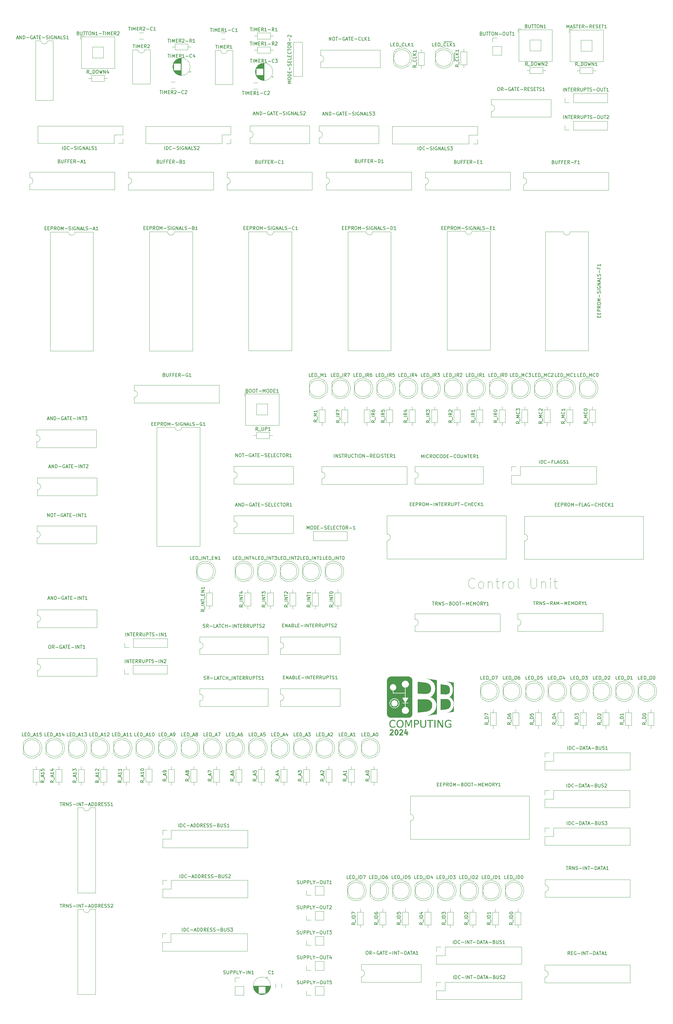
<source format=gbr>
G04 #@! TF.GenerationSoftware,KiCad,Pcbnew,8.0.2*
G04 #@! TF.CreationDate,2024-05-23T11:35:18+02:00*
G04 #@! TF.ProjectId,final-cu,66696e61-6c2d-4637-952e-6b696361645f,rev?*
G04 #@! TF.SameCoordinates,Original*
G04 #@! TF.FileFunction,Legend,Top*
G04 #@! TF.FilePolarity,Positive*
%FSLAX46Y46*%
G04 Gerber Fmt 4.6, Leading zero omitted, Abs format (unit mm)*
G04 Created by KiCad (PCBNEW 8.0.2) date 2024-05-23 11:35:18*
%MOMM*%
%LPD*%
G01*
G04 APERTURE LIST*
%ADD10C,0.100000*%
%ADD11C,0.300000*%
%ADD12C,0.150000*%
%ADD13C,0.120000*%
%ADD14C,0.000000*%
%ADD15C,1.800000*%
%ADD16R,1.800000X1.800000*%
%ADD17O,1.600000X1.600000*%
%ADD18R,1.600000X1.600000*%
%ADD19O,1.400000X1.400000*%
%ADD20C,1.400000*%
%ADD21O,1.700000X1.700000*%
%ADD22R,1.700000X1.700000*%
%ADD23C,1.600000*%
%ADD24R,1.500000X1.500000*%
G04 APERTURE END LIST*
D10*
X180744360Y-195341942D02*
X180601503Y-195484800D01*
X180601503Y-195484800D02*
X180172931Y-195627657D01*
X180172931Y-195627657D02*
X179887217Y-195627657D01*
X179887217Y-195627657D02*
X179458646Y-195484800D01*
X179458646Y-195484800D02*
X179172931Y-195199085D01*
X179172931Y-195199085D02*
X179030074Y-194913371D01*
X179030074Y-194913371D02*
X178887217Y-194341942D01*
X178887217Y-194341942D02*
X178887217Y-193913371D01*
X178887217Y-193913371D02*
X179030074Y-193341942D01*
X179030074Y-193341942D02*
X179172931Y-193056228D01*
X179172931Y-193056228D02*
X179458646Y-192770514D01*
X179458646Y-192770514D02*
X179887217Y-192627657D01*
X179887217Y-192627657D02*
X180172931Y-192627657D01*
X180172931Y-192627657D02*
X180601503Y-192770514D01*
X180601503Y-192770514D02*
X180744360Y-192913371D01*
X182458646Y-195627657D02*
X182172931Y-195484800D01*
X182172931Y-195484800D02*
X182030074Y-195341942D01*
X182030074Y-195341942D02*
X181887217Y-195056228D01*
X181887217Y-195056228D02*
X181887217Y-194199085D01*
X181887217Y-194199085D02*
X182030074Y-193913371D01*
X182030074Y-193913371D02*
X182172931Y-193770514D01*
X182172931Y-193770514D02*
X182458646Y-193627657D01*
X182458646Y-193627657D02*
X182887217Y-193627657D01*
X182887217Y-193627657D02*
X183172931Y-193770514D01*
X183172931Y-193770514D02*
X183315789Y-193913371D01*
X183315789Y-193913371D02*
X183458646Y-194199085D01*
X183458646Y-194199085D02*
X183458646Y-195056228D01*
X183458646Y-195056228D02*
X183315789Y-195341942D01*
X183315789Y-195341942D02*
X183172931Y-195484800D01*
X183172931Y-195484800D02*
X182887217Y-195627657D01*
X182887217Y-195627657D02*
X182458646Y-195627657D01*
X184744360Y-193627657D02*
X184744360Y-195627657D01*
X184744360Y-193913371D02*
X184887217Y-193770514D01*
X184887217Y-193770514D02*
X185172932Y-193627657D01*
X185172932Y-193627657D02*
X185601503Y-193627657D01*
X185601503Y-193627657D02*
X185887217Y-193770514D01*
X185887217Y-193770514D02*
X186030075Y-194056228D01*
X186030075Y-194056228D02*
X186030075Y-195627657D01*
X187030075Y-193627657D02*
X188172932Y-193627657D01*
X187458646Y-192627657D02*
X187458646Y-195199085D01*
X187458646Y-195199085D02*
X187601503Y-195484800D01*
X187601503Y-195484800D02*
X187887218Y-195627657D01*
X187887218Y-195627657D02*
X188172932Y-195627657D01*
X189172932Y-195627657D02*
X189172932Y-193627657D01*
X189172932Y-194199085D02*
X189315789Y-193913371D01*
X189315789Y-193913371D02*
X189458647Y-193770514D01*
X189458647Y-193770514D02*
X189744361Y-193627657D01*
X189744361Y-193627657D02*
X190030075Y-193627657D01*
X191458647Y-195627657D02*
X191172932Y-195484800D01*
X191172932Y-195484800D02*
X191030075Y-195341942D01*
X191030075Y-195341942D02*
X190887218Y-195056228D01*
X190887218Y-195056228D02*
X190887218Y-194199085D01*
X190887218Y-194199085D02*
X191030075Y-193913371D01*
X191030075Y-193913371D02*
X191172932Y-193770514D01*
X191172932Y-193770514D02*
X191458647Y-193627657D01*
X191458647Y-193627657D02*
X191887218Y-193627657D01*
X191887218Y-193627657D02*
X192172932Y-193770514D01*
X192172932Y-193770514D02*
X192315790Y-193913371D01*
X192315790Y-193913371D02*
X192458647Y-194199085D01*
X192458647Y-194199085D02*
X192458647Y-195056228D01*
X192458647Y-195056228D02*
X192315790Y-195341942D01*
X192315790Y-195341942D02*
X192172932Y-195484800D01*
X192172932Y-195484800D02*
X191887218Y-195627657D01*
X191887218Y-195627657D02*
X191458647Y-195627657D01*
X194172933Y-195627657D02*
X193887218Y-195484800D01*
X193887218Y-195484800D02*
X193744361Y-195199085D01*
X193744361Y-195199085D02*
X193744361Y-192627657D01*
X197601504Y-192627657D02*
X197601504Y-195056228D01*
X197601504Y-195056228D02*
X197744361Y-195341942D01*
X197744361Y-195341942D02*
X197887219Y-195484800D01*
X197887219Y-195484800D02*
X198172933Y-195627657D01*
X198172933Y-195627657D02*
X198744361Y-195627657D01*
X198744361Y-195627657D02*
X199030076Y-195484800D01*
X199030076Y-195484800D02*
X199172933Y-195341942D01*
X199172933Y-195341942D02*
X199315790Y-195056228D01*
X199315790Y-195056228D02*
X199315790Y-192627657D01*
X200744361Y-193627657D02*
X200744361Y-195627657D01*
X200744361Y-193913371D02*
X200887218Y-193770514D01*
X200887218Y-193770514D02*
X201172933Y-193627657D01*
X201172933Y-193627657D02*
X201601504Y-193627657D01*
X201601504Y-193627657D02*
X201887218Y-193770514D01*
X201887218Y-193770514D02*
X202030076Y-194056228D01*
X202030076Y-194056228D02*
X202030076Y-195627657D01*
X203458647Y-195627657D02*
X203458647Y-193627657D01*
X203458647Y-192627657D02*
X203315790Y-192770514D01*
X203315790Y-192770514D02*
X203458647Y-192913371D01*
X203458647Y-192913371D02*
X203601504Y-192770514D01*
X203601504Y-192770514D02*
X203458647Y-192627657D01*
X203458647Y-192627657D02*
X203458647Y-192913371D01*
X204458647Y-193627657D02*
X205601504Y-193627657D01*
X204887218Y-192627657D02*
X204887218Y-195199085D01*
X204887218Y-195199085D02*
X205030075Y-195484800D01*
X205030075Y-195484800D02*
X205315790Y-195627657D01*
X205315790Y-195627657D02*
X205601504Y-195627657D01*
D11*
X155483082Y-238193685D02*
X155554510Y-238122257D01*
X155554510Y-238122257D02*
X155697368Y-238050828D01*
X155697368Y-238050828D02*
X156054510Y-238050828D01*
X156054510Y-238050828D02*
X156197368Y-238122257D01*
X156197368Y-238122257D02*
X156268796Y-238193685D01*
X156268796Y-238193685D02*
X156340225Y-238336542D01*
X156340225Y-238336542D02*
X156340225Y-238479400D01*
X156340225Y-238479400D02*
X156268796Y-238693685D01*
X156268796Y-238693685D02*
X155411653Y-239550828D01*
X155411653Y-239550828D02*
X156340225Y-239550828D01*
X157268796Y-238050828D02*
X157411653Y-238050828D01*
X157411653Y-238050828D02*
X157554510Y-238122257D01*
X157554510Y-238122257D02*
X157625939Y-238193685D01*
X157625939Y-238193685D02*
X157697367Y-238336542D01*
X157697367Y-238336542D02*
X157768796Y-238622257D01*
X157768796Y-238622257D02*
X157768796Y-238979400D01*
X157768796Y-238979400D02*
X157697367Y-239265114D01*
X157697367Y-239265114D02*
X157625939Y-239407971D01*
X157625939Y-239407971D02*
X157554510Y-239479400D01*
X157554510Y-239479400D02*
X157411653Y-239550828D01*
X157411653Y-239550828D02*
X157268796Y-239550828D01*
X157268796Y-239550828D02*
X157125939Y-239479400D01*
X157125939Y-239479400D02*
X157054510Y-239407971D01*
X157054510Y-239407971D02*
X156983081Y-239265114D01*
X156983081Y-239265114D02*
X156911653Y-238979400D01*
X156911653Y-238979400D02*
X156911653Y-238622257D01*
X156911653Y-238622257D02*
X156983081Y-238336542D01*
X156983081Y-238336542D02*
X157054510Y-238193685D01*
X157054510Y-238193685D02*
X157125939Y-238122257D01*
X157125939Y-238122257D02*
X157268796Y-238050828D01*
X158340224Y-238193685D02*
X158411652Y-238122257D01*
X158411652Y-238122257D02*
X158554510Y-238050828D01*
X158554510Y-238050828D02*
X158911652Y-238050828D01*
X158911652Y-238050828D02*
X159054510Y-238122257D01*
X159054510Y-238122257D02*
X159125938Y-238193685D01*
X159125938Y-238193685D02*
X159197367Y-238336542D01*
X159197367Y-238336542D02*
X159197367Y-238479400D01*
X159197367Y-238479400D02*
X159125938Y-238693685D01*
X159125938Y-238693685D02*
X158268795Y-239550828D01*
X158268795Y-239550828D02*
X159197367Y-239550828D01*
X160483081Y-238550828D02*
X160483081Y-239550828D01*
X160125938Y-237979400D02*
X159768795Y-239050828D01*
X159768795Y-239050828D02*
X160697366Y-239050828D01*
D12*
X131658571Y-132194819D02*
X131182381Y-132194819D01*
X131182381Y-132194819D02*
X131182381Y-131194819D01*
X131991905Y-131671009D02*
X132325238Y-131671009D01*
X132468095Y-132194819D02*
X131991905Y-132194819D01*
X131991905Y-132194819D02*
X131991905Y-131194819D01*
X131991905Y-131194819D02*
X132468095Y-131194819D01*
X132896667Y-132194819D02*
X132896667Y-131194819D01*
X132896667Y-131194819D02*
X133134762Y-131194819D01*
X133134762Y-131194819D02*
X133277619Y-131242438D01*
X133277619Y-131242438D02*
X133372857Y-131337676D01*
X133372857Y-131337676D02*
X133420476Y-131432914D01*
X133420476Y-131432914D02*
X133468095Y-131623390D01*
X133468095Y-131623390D02*
X133468095Y-131766247D01*
X133468095Y-131766247D02*
X133420476Y-131956723D01*
X133420476Y-131956723D02*
X133372857Y-132051961D01*
X133372857Y-132051961D02*
X133277619Y-132147200D01*
X133277619Y-132147200D02*
X133134762Y-132194819D01*
X133134762Y-132194819D02*
X132896667Y-132194819D01*
X133658572Y-132290057D02*
X134420476Y-132290057D01*
X134658572Y-132194819D02*
X134658572Y-131194819D01*
X134658572Y-131194819D02*
X134991905Y-131909104D01*
X134991905Y-131909104D02*
X135325238Y-131194819D01*
X135325238Y-131194819D02*
X135325238Y-132194819D01*
X136325238Y-132194819D02*
X135753810Y-132194819D01*
X136039524Y-132194819D02*
X136039524Y-131194819D01*
X136039524Y-131194819D02*
X135944286Y-131337676D01*
X135944286Y-131337676D02*
X135849048Y-131432914D01*
X135849048Y-131432914D02*
X135753810Y-131480533D01*
X51922767Y-87751009D02*
X52256100Y-87751009D01*
X52398957Y-88274819D02*
X51922767Y-88274819D01*
X51922767Y-88274819D02*
X51922767Y-87274819D01*
X51922767Y-87274819D02*
X52398957Y-87274819D01*
X52827529Y-87751009D02*
X53160862Y-87751009D01*
X53303719Y-88274819D02*
X52827529Y-88274819D01*
X52827529Y-88274819D02*
X52827529Y-87274819D01*
X52827529Y-87274819D02*
X53303719Y-87274819D01*
X53732291Y-88274819D02*
X53732291Y-87274819D01*
X53732291Y-87274819D02*
X54113243Y-87274819D01*
X54113243Y-87274819D02*
X54208481Y-87322438D01*
X54208481Y-87322438D02*
X54256100Y-87370057D01*
X54256100Y-87370057D02*
X54303719Y-87465295D01*
X54303719Y-87465295D02*
X54303719Y-87608152D01*
X54303719Y-87608152D02*
X54256100Y-87703390D01*
X54256100Y-87703390D02*
X54208481Y-87751009D01*
X54208481Y-87751009D02*
X54113243Y-87798628D01*
X54113243Y-87798628D02*
X53732291Y-87798628D01*
X55303719Y-88274819D02*
X54970386Y-87798628D01*
X54732291Y-88274819D02*
X54732291Y-87274819D01*
X54732291Y-87274819D02*
X55113243Y-87274819D01*
X55113243Y-87274819D02*
X55208481Y-87322438D01*
X55208481Y-87322438D02*
X55256100Y-87370057D01*
X55256100Y-87370057D02*
X55303719Y-87465295D01*
X55303719Y-87465295D02*
X55303719Y-87608152D01*
X55303719Y-87608152D02*
X55256100Y-87703390D01*
X55256100Y-87703390D02*
X55208481Y-87751009D01*
X55208481Y-87751009D02*
X55113243Y-87798628D01*
X55113243Y-87798628D02*
X54732291Y-87798628D01*
X55922767Y-87274819D02*
X56113243Y-87274819D01*
X56113243Y-87274819D02*
X56208481Y-87322438D01*
X56208481Y-87322438D02*
X56303719Y-87417676D01*
X56303719Y-87417676D02*
X56351338Y-87608152D01*
X56351338Y-87608152D02*
X56351338Y-87941485D01*
X56351338Y-87941485D02*
X56303719Y-88131961D01*
X56303719Y-88131961D02*
X56208481Y-88227200D01*
X56208481Y-88227200D02*
X56113243Y-88274819D01*
X56113243Y-88274819D02*
X55922767Y-88274819D01*
X55922767Y-88274819D02*
X55827529Y-88227200D01*
X55827529Y-88227200D02*
X55732291Y-88131961D01*
X55732291Y-88131961D02*
X55684672Y-87941485D01*
X55684672Y-87941485D02*
X55684672Y-87608152D01*
X55684672Y-87608152D02*
X55732291Y-87417676D01*
X55732291Y-87417676D02*
X55827529Y-87322438D01*
X55827529Y-87322438D02*
X55922767Y-87274819D01*
X56779910Y-88274819D02*
X56779910Y-87274819D01*
X56779910Y-87274819D02*
X57113243Y-87989104D01*
X57113243Y-87989104D02*
X57446576Y-87274819D01*
X57446576Y-87274819D02*
X57446576Y-88274819D01*
X57922767Y-87893866D02*
X58684672Y-87893866D01*
X59113243Y-88227200D02*
X59256100Y-88274819D01*
X59256100Y-88274819D02*
X59494195Y-88274819D01*
X59494195Y-88274819D02*
X59589433Y-88227200D01*
X59589433Y-88227200D02*
X59637052Y-88179580D01*
X59637052Y-88179580D02*
X59684671Y-88084342D01*
X59684671Y-88084342D02*
X59684671Y-87989104D01*
X59684671Y-87989104D02*
X59637052Y-87893866D01*
X59637052Y-87893866D02*
X59589433Y-87846247D01*
X59589433Y-87846247D02*
X59494195Y-87798628D01*
X59494195Y-87798628D02*
X59303719Y-87751009D01*
X59303719Y-87751009D02*
X59208481Y-87703390D01*
X59208481Y-87703390D02*
X59160862Y-87655771D01*
X59160862Y-87655771D02*
X59113243Y-87560533D01*
X59113243Y-87560533D02*
X59113243Y-87465295D01*
X59113243Y-87465295D02*
X59160862Y-87370057D01*
X59160862Y-87370057D02*
X59208481Y-87322438D01*
X59208481Y-87322438D02*
X59303719Y-87274819D01*
X59303719Y-87274819D02*
X59541814Y-87274819D01*
X59541814Y-87274819D02*
X59684671Y-87322438D01*
X60113243Y-88274819D02*
X60113243Y-87274819D01*
X61113242Y-87322438D02*
X61018004Y-87274819D01*
X61018004Y-87274819D02*
X60875147Y-87274819D01*
X60875147Y-87274819D02*
X60732290Y-87322438D01*
X60732290Y-87322438D02*
X60637052Y-87417676D01*
X60637052Y-87417676D02*
X60589433Y-87512914D01*
X60589433Y-87512914D02*
X60541814Y-87703390D01*
X60541814Y-87703390D02*
X60541814Y-87846247D01*
X60541814Y-87846247D02*
X60589433Y-88036723D01*
X60589433Y-88036723D02*
X60637052Y-88131961D01*
X60637052Y-88131961D02*
X60732290Y-88227200D01*
X60732290Y-88227200D02*
X60875147Y-88274819D01*
X60875147Y-88274819D02*
X60970385Y-88274819D01*
X60970385Y-88274819D02*
X61113242Y-88227200D01*
X61113242Y-88227200D02*
X61160861Y-88179580D01*
X61160861Y-88179580D02*
X61160861Y-87846247D01*
X61160861Y-87846247D02*
X60970385Y-87846247D01*
X61589433Y-88274819D02*
X61589433Y-87274819D01*
X61589433Y-87274819D02*
X62160861Y-88274819D01*
X62160861Y-88274819D02*
X62160861Y-87274819D01*
X62589433Y-87989104D02*
X63065623Y-87989104D01*
X62494195Y-88274819D02*
X62827528Y-87274819D01*
X62827528Y-87274819D02*
X63160861Y-88274819D01*
X63970385Y-88274819D02*
X63494195Y-88274819D01*
X63494195Y-88274819D02*
X63494195Y-87274819D01*
X64256100Y-88227200D02*
X64398957Y-88274819D01*
X64398957Y-88274819D02*
X64637052Y-88274819D01*
X64637052Y-88274819D02*
X64732290Y-88227200D01*
X64732290Y-88227200D02*
X64779909Y-88179580D01*
X64779909Y-88179580D02*
X64827528Y-88084342D01*
X64827528Y-88084342D02*
X64827528Y-87989104D01*
X64827528Y-87989104D02*
X64779909Y-87893866D01*
X64779909Y-87893866D02*
X64732290Y-87846247D01*
X64732290Y-87846247D02*
X64637052Y-87798628D01*
X64637052Y-87798628D02*
X64446576Y-87751009D01*
X64446576Y-87751009D02*
X64351338Y-87703390D01*
X64351338Y-87703390D02*
X64303719Y-87655771D01*
X64303719Y-87655771D02*
X64256100Y-87560533D01*
X64256100Y-87560533D02*
X64256100Y-87465295D01*
X64256100Y-87465295D02*
X64303719Y-87370057D01*
X64303719Y-87370057D02*
X64351338Y-87322438D01*
X64351338Y-87322438D02*
X64446576Y-87274819D01*
X64446576Y-87274819D02*
X64684671Y-87274819D01*
X64684671Y-87274819D02*
X64827528Y-87322438D01*
X65256100Y-87893866D02*
X66018005Y-87893866D01*
X66446576Y-87989104D02*
X66922766Y-87989104D01*
X66351338Y-88274819D02*
X66684671Y-87274819D01*
X66684671Y-87274819D02*
X67018004Y-88274819D01*
X67875147Y-88274819D02*
X67303719Y-88274819D01*
X67589433Y-88274819D02*
X67589433Y-87274819D01*
X67589433Y-87274819D02*
X67494195Y-87417676D01*
X67494195Y-87417676D02*
X67398957Y-87512914D01*
X67398957Y-87512914D02*
X67303719Y-87560533D01*
X160534819Y-145345714D02*
X160058628Y-145679047D01*
X160534819Y-145917142D02*
X159534819Y-145917142D01*
X159534819Y-145917142D02*
X159534819Y-145536190D01*
X159534819Y-145536190D02*
X159582438Y-145440952D01*
X159582438Y-145440952D02*
X159630057Y-145393333D01*
X159630057Y-145393333D02*
X159725295Y-145345714D01*
X159725295Y-145345714D02*
X159868152Y-145345714D01*
X159868152Y-145345714D02*
X159963390Y-145393333D01*
X159963390Y-145393333D02*
X160011009Y-145440952D01*
X160011009Y-145440952D02*
X160058628Y-145536190D01*
X160058628Y-145536190D02*
X160058628Y-145917142D01*
X160630057Y-145155238D02*
X160630057Y-144393333D01*
X160534819Y-144155237D02*
X159534819Y-144155237D01*
X160534819Y-143107619D02*
X160058628Y-143440952D01*
X160534819Y-143679047D02*
X159534819Y-143679047D01*
X159534819Y-143679047D02*
X159534819Y-143298095D01*
X159534819Y-143298095D02*
X159582438Y-143202857D01*
X159582438Y-143202857D02*
X159630057Y-143155238D01*
X159630057Y-143155238D02*
X159725295Y-143107619D01*
X159725295Y-143107619D02*
X159868152Y-143107619D01*
X159868152Y-143107619D02*
X159963390Y-143155238D01*
X159963390Y-143155238D02*
X160011009Y-143202857D01*
X160011009Y-143202857D02*
X160058628Y-143298095D01*
X160058628Y-143298095D02*
X160058628Y-143679047D01*
X159868152Y-142250476D02*
X160534819Y-142250476D01*
X159487200Y-142488571D02*
X160201485Y-142726666D01*
X160201485Y-142726666D02*
X160201485Y-142107619D01*
X122104819Y-252786190D02*
X121628628Y-253119523D01*
X122104819Y-253357618D02*
X121104819Y-253357618D01*
X121104819Y-253357618D02*
X121104819Y-252976666D01*
X121104819Y-252976666D02*
X121152438Y-252881428D01*
X121152438Y-252881428D02*
X121200057Y-252833809D01*
X121200057Y-252833809D02*
X121295295Y-252786190D01*
X121295295Y-252786190D02*
X121438152Y-252786190D01*
X121438152Y-252786190D02*
X121533390Y-252833809D01*
X121533390Y-252833809D02*
X121581009Y-252881428D01*
X121581009Y-252881428D02*
X121628628Y-252976666D01*
X121628628Y-252976666D02*
X121628628Y-253357618D01*
X122200057Y-252595714D02*
X122200057Y-251833809D01*
X121819104Y-251643332D02*
X121819104Y-251167142D01*
X122104819Y-251738570D02*
X121104819Y-251405237D01*
X121104819Y-251405237D02*
X122104819Y-251071904D01*
X121438152Y-250309999D02*
X122104819Y-250309999D01*
X121057200Y-250548094D02*
X121771485Y-250786189D01*
X121771485Y-250786189D02*
X121771485Y-250167142D01*
X88750953Y-31084819D02*
X89322381Y-31084819D01*
X89036667Y-32084819D02*
X89036667Y-31084819D01*
X89655715Y-32084819D02*
X89655715Y-31084819D01*
X90131905Y-32084819D02*
X90131905Y-31084819D01*
X90131905Y-31084819D02*
X90465238Y-31799104D01*
X90465238Y-31799104D02*
X90798571Y-31084819D01*
X90798571Y-31084819D02*
X90798571Y-32084819D01*
X91274762Y-31561009D02*
X91608095Y-31561009D01*
X91750952Y-32084819D02*
X91274762Y-32084819D01*
X91274762Y-32084819D02*
X91274762Y-31084819D01*
X91274762Y-31084819D02*
X91750952Y-31084819D01*
X92750952Y-32084819D02*
X92417619Y-31608628D01*
X92179524Y-32084819D02*
X92179524Y-31084819D01*
X92179524Y-31084819D02*
X92560476Y-31084819D01*
X92560476Y-31084819D02*
X92655714Y-31132438D01*
X92655714Y-31132438D02*
X92703333Y-31180057D01*
X92703333Y-31180057D02*
X92750952Y-31275295D01*
X92750952Y-31275295D02*
X92750952Y-31418152D01*
X92750952Y-31418152D02*
X92703333Y-31513390D01*
X92703333Y-31513390D02*
X92655714Y-31561009D01*
X92655714Y-31561009D02*
X92560476Y-31608628D01*
X92560476Y-31608628D02*
X92179524Y-31608628D01*
X93131905Y-31180057D02*
X93179524Y-31132438D01*
X93179524Y-31132438D02*
X93274762Y-31084819D01*
X93274762Y-31084819D02*
X93512857Y-31084819D01*
X93512857Y-31084819D02*
X93608095Y-31132438D01*
X93608095Y-31132438D02*
X93655714Y-31180057D01*
X93655714Y-31180057D02*
X93703333Y-31275295D01*
X93703333Y-31275295D02*
X93703333Y-31370533D01*
X93703333Y-31370533D02*
X93655714Y-31513390D01*
X93655714Y-31513390D02*
X93084286Y-32084819D01*
X93084286Y-32084819D02*
X93703333Y-32084819D01*
X94131905Y-31703866D02*
X94893810Y-31703866D01*
X95941428Y-32084819D02*
X95608095Y-31608628D01*
X95370000Y-32084819D02*
X95370000Y-31084819D01*
X95370000Y-31084819D02*
X95750952Y-31084819D01*
X95750952Y-31084819D02*
X95846190Y-31132438D01*
X95846190Y-31132438D02*
X95893809Y-31180057D01*
X95893809Y-31180057D02*
X95941428Y-31275295D01*
X95941428Y-31275295D02*
X95941428Y-31418152D01*
X95941428Y-31418152D02*
X95893809Y-31513390D01*
X95893809Y-31513390D02*
X95846190Y-31561009D01*
X95846190Y-31561009D02*
X95750952Y-31608628D01*
X95750952Y-31608628D02*
X95370000Y-31608628D01*
X96893809Y-32084819D02*
X96322381Y-32084819D01*
X96608095Y-32084819D02*
X96608095Y-31084819D01*
X96608095Y-31084819D02*
X96512857Y-31227676D01*
X96512857Y-31227676D02*
X96417619Y-31322914D01*
X96417619Y-31322914D02*
X96322381Y-31370533D01*
X99769819Y-201980119D02*
X99293628Y-202313452D01*
X99769819Y-202551547D02*
X98769819Y-202551547D01*
X98769819Y-202551547D02*
X98769819Y-202170595D01*
X98769819Y-202170595D02*
X98817438Y-202075357D01*
X98817438Y-202075357D02*
X98865057Y-202027738D01*
X98865057Y-202027738D02*
X98960295Y-201980119D01*
X98960295Y-201980119D02*
X99103152Y-201980119D01*
X99103152Y-201980119D02*
X99198390Y-202027738D01*
X99198390Y-202027738D02*
X99246009Y-202075357D01*
X99246009Y-202075357D02*
X99293628Y-202170595D01*
X99293628Y-202170595D02*
X99293628Y-202551547D01*
X99865057Y-201789643D02*
X99865057Y-201027738D01*
X99769819Y-200789642D02*
X98769819Y-200789642D01*
X99769819Y-200313452D02*
X98769819Y-200313452D01*
X98769819Y-200313452D02*
X99769819Y-199742024D01*
X99769819Y-199742024D02*
X98769819Y-199742024D01*
X98769819Y-199408690D02*
X98769819Y-198837262D01*
X99769819Y-199122976D02*
X98769819Y-199122976D01*
X99865057Y-198742024D02*
X99865057Y-197980119D01*
X99246009Y-197742023D02*
X99246009Y-197408690D01*
X99769819Y-197265833D02*
X99769819Y-197742023D01*
X99769819Y-197742023D02*
X98769819Y-197742023D01*
X98769819Y-197742023D02*
X98769819Y-197265833D01*
X99769819Y-196837261D02*
X98769819Y-196837261D01*
X98769819Y-196837261D02*
X99769819Y-196265833D01*
X99769819Y-196265833D02*
X98769819Y-196265833D01*
X99769819Y-195265833D02*
X99769819Y-195837261D01*
X99769819Y-195551547D02*
X98769819Y-195551547D01*
X98769819Y-195551547D02*
X98912676Y-195646785D01*
X98912676Y-195646785D02*
X99007914Y-195742023D01*
X99007914Y-195742023D02*
X99055533Y-195837261D01*
X101854819Y-252786190D02*
X101378628Y-253119523D01*
X101854819Y-253357618D02*
X100854819Y-253357618D01*
X100854819Y-253357618D02*
X100854819Y-252976666D01*
X100854819Y-252976666D02*
X100902438Y-252881428D01*
X100902438Y-252881428D02*
X100950057Y-252833809D01*
X100950057Y-252833809D02*
X101045295Y-252786190D01*
X101045295Y-252786190D02*
X101188152Y-252786190D01*
X101188152Y-252786190D02*
X101283390Y-252833809D01*
X101283390Y-252833809D02*
X101331009Y-252881428D01*
X101331009Y-252881428D02*
X101378628Y-252976666D01*
X101378628Y-252976666D02*
X101378628Y-253357618D01*
X101950057Y-252595714D02*
X101950057Y-251833809D01*
X101569104Y-251643332D02*
X101569104Y-251167142D01*
X101854819Y-251738570D02*
X100854819Y-251405237D01*
X100854819Y-251405237D02*
X101854819Y-251071904D01*
X100854819Y-250833808D02*
X100854819Y-250167142D01*
X100854819Y-250167142D02*
X101854819Y-250595713D01*
X111269819Y-200622976D02*
X110793628Y-200956309D01*
X111269819Y-201194404D02*
X110269819Y-201194404D01*
X110269819Y-201194404D02*
X110269819Y-200813452D01*
X110269819Y-200813452D02*
X110317438Y-200718214D01*
X110317438Y-200718214D02*
X110365057Y-200670595D01*
X110365057Y-200670595D02*
X110460295Y-200622976D01*
X110460295Y-200622976D02*
X110603152Y-200622976D01*
X110603152Y-200622976D02*
X110698390Y-200670595D01*
X110698390Y-200670595D02*
X110746009Y-200718214D01*
X110746009Y-200718214D02*
X110793628Y-200813452D01*
X110793628Y-200813452D02*
X110793628Y-201194404D01*
X111365057Y-200432500D02*
X111365057Y-199670595D01*
X111269819Y-199432499D02*
X110269819Y-199432499D01*
X111269819Y-198956309D02*
X110269819Y-198956309D01*
X110269819Y-198956309D02*
X111269819Y-198384881D01*
X111269819Y-198384881D02*
X110269819Y-198384881D01*
X110269819Y-198051547D02*
X110269819Y-197480119D01*
X111269819Y-197765833D02*
X110269819Y-197765833D01*
X110603152Y-196718214D02*
X111269819Y-196718214D01*
X110222200Y-196956309D02*
X110936485Y-197194404D01*
X110936485Y-197194404D02*
X110936485Y-196575357D01*
X56463810Y-290264819D02*
X57035238Y-290264819D01*
X56749524Y-291264819D02*
X56749524Y-290264819D01*
X57940000Y-291264819D02*
X57606667Y-290788628D01*
X57368572Y-291264819D02*
X57368572Y-290264819D01*
X57368572Y-290264819D02*
X57749524Y-290264819D01*
X57749524Y-290264819D02*
X57844762Y-290312438D01*
X57844762Y-290312438D02*
X57892381Y-290360057D01*
X57892381Y-290360057D02*
X57940000Y-290455295D01*
X57940000Y-290455295D02*
X57940000Y-290598152D01*
X57940000Y-290598152D02*
X57892381Y-290693390D01*
X57892381Y-290693390D02*
X57844762Y-290741009D01*
X57844762Y-290741009D02*
X57749524Y-290788628D01*
X57749524Y-290788628D02*
X57368572Y-290788628D01*
X58368572Y-291264819D02*
X58368572Y-290264819D01*
X58368572Y-290264819D02*
X58940000Y-291264819D01*
X58940000Y-291264819D02*
X58940000Y-290264819D01*
X59368572Y-291217200D02*
X59511429Y-291264819D01*
X59511429Y-291264819D02*
X59749524Y-291264819D01*
X59749524Y-291264819D02*
X59844762Y-291217200D01*
X59844762Y-291217200D02*
X59892381Y-291169580D01*
X59892381Y-291169580D02*
X59940000Y-291074342D01*
X59940000Y-291074342D02*
X59940000Y-290979104D01*
X59940000Y-290979104D02*
X59892381Y-290883866D01*
X59892381Y-290883866D02*
X59844762Y-290836247D01*
X59844762Y-290836247D02*
X59749524Y-290788628D01*
X59749524Y-290788628D02*
X59559048Y-290741009D01*
X59559048Y-290741009D02*
X59463810Y-290693390D01*
X59463810Y-290693390D02*
X59416191Y-290645771D01*
X59416191Y-290645771D02*
X59368572Y-290550533D01*
X59368572Y-290550533D02*
X59368572Y-290455295D01*
X59368572Y-290455295D02*
X59416191Y-290360057D01*
X59416191Y-290360057D02*
X59463810Y-290312438D01*
X59463810Y-290312438D02*
X59559048Y-290264819D01*
X59559048Y-290264819D02*
X59797143Y-290264819D01*
X59797143Y-290264819D02*
X59940000Y-290312438D01*
X60368572Y-290883866D02*
X61130477Y-290883866D01*
X61606667Y-291264819D02*
X61606667Y-290264819D01*
X62082857Y-291264819D02*
X62082857Y-290264819D01*
X62082857Y-290264819D02*
X62654285Y-291264819D01*
X62654285Y-291264819D02*
X62654285Y-290264819D01*
X62987619Y-290264819D02*
X63559047Y-290264819D01*
X63273333Y-291264819D02*
X63273333Y-290264819D01*
X63892381Y-290883866D02*
X64654286Y-290883866D01*
X65082857Y-290979104D02*
X65559047Y-290979104D01*
X64987619Y-291264819D02*
X65320952Y-290264819D01*
X65320952Y-290264819D02*
X65654285Y-291264819D01*
X65987619Y-291264819D02*
X65987619Y-290264819D01*
X65987619Y-290264819D02*
X66225714Y-290264819D01*
X66225714Y-290264819D02*
X66368571Y-290312438D01*
X66368571Y-290312438D02*
X66463809Y-290407676D01*
X66463809Y-290407676D02*
X66511428Y-290502914D01*
X66511428Y-290502914D02*
X66559047Y-290693390D01*
X66559047Y-290693390D02*
X66559047Y-290836247D01*
X66559047Y-290836247D02*
X66511428Y-291026723D01*
X66511428Y-291026723D02*
X66463809Y-291121961D01*
X66463809Y-291121961D02*
X66368571Y-291217200D01*
X66368571Y-291217200D02*
X66225714Y-291264819D01*
X66225714Y-291264819D02*
X65987619Y-291264819D01*
X66987619Y-291264819D02*
X66987619Y-290264819D01*
X66987619Y-290264819D02*
X67225714Y-290264819D01*
X67225714Y-290264819D02*
X67368571Y-290312438D01*
X67368571Y-290312438D02*
X67463809Y-290407676D01*
X67463809Y-290407676D02*
X67511428Y-290502914D01*
X67511428Y-290502914D02*
X67559047Y-290693390D01*
X67559047Y-290693390D02*
X67559047Y-290836247D01*
X67559047Y-290836247D02*
X67511428Y-291026723D01*
X67511428Y-291026723D02*
X67463809Y-291121961D01*
X67463809Y-291121961D02*
X67368571Y-291217200D01*
X67368571Y-291217200D02*
X67225714Y-291264819D01*
X67225714Y-291264819D02*
X66987619Y-291264819D01*
X68559047Y-291264819D02*
X68225714Y-290788628D01*
X67987619Y-291264819D02*
X67987619Y-290264819D01*
X67987619Y-290264819D02*
X68368571Y-290264819D01*
X68368571Y-290264819D02*
X68463809Y-290312438D01*
X68463809Y-290312438D02*
X68511428Y-290360057D01*
X68511428Y-290360057D02*
X68559047Y-290455295D01*
X68559047Y-290455295D02*
X68559047Y-290598152D01*
X68559047Y-290598152D02*
X68511428Y-290693390D01*
X68511428Y-290693390D02*
X68463809Y-290741009D01*
X68463809Y-290741009D02*
X68368571Y-290788628D01*
X68368571Y-290788628D02*
X67987619Y-290788628D01*
X68987619Y-290741009D02*
X69320952Y-290741009D01*
X69463809Y-291264819D02*
X68987619Y-291264819D01*
X68987619Y-291264819D02*
X68987619Y-290264819D01*
X68987619Y-290264819D02*
X69463809Y-290264819D01*
X69844762Y-291217200D02*
X69987619Y-291264819D01*
X69987619Y-291264819D02*
X70225714Y-291264819D01*
X70225714Y-291264819D02*
X70320952Y-291217200D01*
X70320952Y-291217200D02*
X70368571Y-291169580D01*
X70368571Y-291169580D02*
X70416190Y-291074342D01*
X70416190Y-291074342D02*
X70416190Y-290979104D01*
X70416190Y-290979104D02*
X70368571Y-290883866D01*
X70368571Y-290883866D02*
X70320952Y-290836247D01*
X70320952Y-290836247D02*
X70225714Y-290788628D01*
X70225714Y-290788628D02*
X70035238Y-290741009D01*
X70035238Y-290741009D02*
X69940000Y-290693390D01*
X69940000Y-290693390D02*
X69892381Y-290645771D01*
X69892381Y-290645771D02*
X69844762Y-290550533D01*
X69844762Y-290550533D02*
X69844762Y-290455295D01*
X69844762Y-290455295D02*
X69892381Y-290360057D01*
X69892381Y-290360057D02*
X69940000Y-290312438D01*
X69940000Y-290312438D02*
X70035238Y-290264819D01*
X70035238Y-290264819D02*
X70273333Y-290264819D01*
X70273333Y-290264819D02*
X70416190Y-290312438D01*
X70797143Y-291217200D02*
X70940000Y-291264819D01*
X70940000Y-291264819D02*
X71178095Y-291264819D01*
X71178095Y-291264819D02*
X71273333Y-291217200D01*
X71273333Y-291217200D02*
X71320952Y-291169580D01*
X71320952Y-291169580D02*
X71368571Y-291074342D01*
X71368571Y-291074342D02*
X71368571Y-290979104D01*
X71368571Y-290979104D02*
X71320952Y-290883866D01*
X71320952Y-290883866D02*
X71273333Y-290836247D01*
X71273333Y-290836247D02*
X71178095Y-290788628D01*
X71178095Y-290788628D02*
X70987619Y-290741009D01*
X70987619Y-290741009D02*
X70892381Y-290693390D01*
X70892381Y-290693390D02*
X70844762Y-290645771D01*
X70844762Y-290645771D02*
X70797143Y-290550533D01*
X70797143Y-290550533D02*
X70797143Y-290455295D01*
X70797143Y-290455295D02*
X70844762Y-290360057D01*
X70844762Y-290360057D02*
X70892381Y-290312438D01*
X70892381Y-290312438D02*
X70987619Y-290264819D01*
X70987619Y-290264819D02*
X71225714Y-290264819D01*
X71225714Y-290264819D02*
X71368571Y-290312438D01*
X71749524Y-290360057D02*
X71797143Y-290312438D01*
X71797143Y-290312438D02*
X71892381Y-290264819D01*
X71892381Y-290264819D02*
X72130476Y-290264819D01*
X72130476Y-290264819D02*
X72225714Y-290312438D01*
X72225714Y-290312438D02*
X72273333Y-290360057D01*
X72273333Y-290360057D02*
X72320952Y-290455295D01*
X72320952Y-290455295D02*
X72320952Y-290550533D01*
X72320952Y-290550533D02*
X72273333Y-290693390D01*
X72273333Y-290693390D02*
X71701905Y-291264819D01*
X71701905Y-291264819D02*
X72320952Y-291264819D01*
X140284819Y-145345714D02*
X139808628Y-145679047D01*
X140284819Y-145917142D02*
X139284819Y-145917142D01*
X139284819Y-145917142D02*
X139284819Y-145536190D01*
X139284819Y-145536190D02*
X139332438Y-145440952D01*
X139332438Y-145440952D02*
X139380057Y-145393333D01*
X139380057Y-145393333D02*
X139475295Y-145345714D01*
X139475295Y-145345714D02*
X139618152Y-145345714D01*
X139618152Y-145345714D02*
X139713390Y-145393333D01*
X139713390Y-145393333D02*
X139761009Y-145440952D01*
X139761009Y-145440952D02*
X139808628Y-145536190D01*
X139808628Y-145536190D02*
X139808628Y-145917142D01*
X140380057Y-145155238D02*
X140380057Y-144393333D01*
X140284819Y-144155237D02*
X139284819Y-144155237D01*
X140284819Y-143107619D02*
X139808628Y-143440952D01*
X140284819Y-143679047D02*
X139284819Y-143679047D01*
X139284819Y-143679047D02*
X139284819Y-143298095D01*
X139284819Y-143298095D02*
X139332438Y-143202857D01*
X139332438Y-143202857D02*
X139380057Y-143155238D01*
X139380057Y-143155238D02*
X139475295Y-143107619D01*
X139475295Y-143107619D02*
X139618152Y-143107619D01*
X139618152Y-143107619D02*
X139713390Y-143155238D01*
X139713390Y-143155238D02*
X139761009Y-143202857D01*
X139761009Y-143202857D02*
X139808628Y-143298095D01*
X139808628Y-143298095D02*
X139808628Y-143679047D01*
X139284819Y-142774285D02*
X139284819Y-142107619D01*
X139284819Y-142107619D02*
X140284819Y-142536190D01*
X127568333Y-314157200D02*
X127711190Y-314204819D01*
X127711190Y-314204819D02*
X127949285Y-314204819D01*
X127949285Y-314204819D02*
X128044523Y-314157200D01*
X128044523Y-314157200D02*
X128092142Y-314109580D01*
X128092142Y-314109580D02*
X128139761Y-314014342D01*
X128139761Y-314014342D02*
X128139761Y-313919104D01*
X128139761Y-313919104D02*
X128092142Y-313823866D01*
X128092142Y-313823866D02*
X128044523Y-313776247D01*
X128044523Y-313776247D02*
X127949285Y-313728628D01*
X127949285Y-313728628D02*
X127758809Y-313681009D01*
X127758809Y-313681009D02*
X127663571Y-313633390D01*
X127663571Y-313633390D02*
X127615952Y-313585771D01*
X127615952Y-313585771D02*
X127568333Y-313490533D01*
X127568333Y-313490533D02*
X127568333Y-313395295D01*
X127568333Y-313395295D02*
X127615952Y-313300057D01*
X127615952Y-313300057D02*
X127663571Y-313252438D01*
X127663571Y-313252438D02*
X127758809Y-313204819D01*
X127758809Y-313204819D02*
X127996904Y-313204819D01*
X127996904Y-313204819D02*
X128139761Y-313252438D01*
X128568333Y-313204819D02*
X128568333Y-314014342D01*
X128568333Y-314014342D02*
X128615952Y-314109580D01*
X128615952Y-314109580D02*
X128663571Y-314157200D01*
X128663571Y-314157200D02*
X128758809Y-314204819D01*
X128758809Y-314204819D02*
X128949285Y-314204819D01*
X128949285Y-314204819D02*
X129044523Y-314157200D01*
X129044523Y-314157200D02*
X129092142Y-314109580D01*
X129092142Y-314109580D02*
X129139761Y-314014342D01*
X129139761Y-314014342D02*
X129139761Y-313204819D01*
X129615952Y-314204819D02*
X129615952Y-313204819D01*
X129615952Y-313204819D02*
X129996904Y-313204819D01*
X129996904Y-313204819D02*
X130092142Y-313252438D01*
X130092142Y-313252438D02*
X130139761Y-313300057D01*
X130139761Y-313300057D02*
X130187380Y-313395295D01*
X130187380Y-313395295D02*
X130187380Y-313538152D01*
X130187380Y-313538152D02*
X130139761Y-313633390D01*
X130139761Y-313633390D02*
X130092142Y-313681009D01*
X130092142Y-313681009D02*
X129996904Y-313728628D01*
X129996904Y-313728628D02*
X129615952Y-313728628D01*
X130615952Y-314204819D02*
X130615952Y-313204819D01*
X130615952Y-313204819D02*
X130996904Y-313204819D01*
X130996904Y-313204819D02*
X131092142Y-313252438D01*
X131092142Y-313252438D02*
X131139761Y-313300057D01*
X131139761Y-313300057D02*
X131187380Y-313395295D01*
X131187380Y-313395295D02*
X131187380Y-313538152D01*
X131187380Y-313538152D02*
X131139761Y-313633390D01*
X131139761Y-313633390D02*
X131092142Y-313681009D01*
X131092142Y-313681009D02*
X130996904Y-313728628D01*
X130996904Y-313728628D02*
X130615952Y-313728628D01*
X132092142Y-314204819D02*
X131615952Y-314204819D01*
X131615952Y-314204819D02*
X131615952Y-313204819D01*
X132615952Y-313728628D02*
X132615952Y-314204819D01*
X132282619Y-313204819D02*
X132615952Y-313728628D01*
X132615952Y-313728628D02*
X132949285Y-313204819D01*
X133282619Y-313823866D02*
X134044524Y-313823866D01*
X134711190Y-313204819D02*
X134901666Y-313204819D01*
X134901666Y-313204819D02*
X134996904Y-313252438D01*
X134996904Y-313252438D02*
X135092142Y-313347676D01*
X135092142Y-313347676D02*
X135139761Y-313538152D01*
X135139761Y-313538152D02*
X135139761Y-313871485D01*
X135139761Y-313871485D02*
X135092142Y-314061961D01*
X135092142Y-314061961D02*
X134996904Y-314157200D01*
X134996904Y-314157200D02*
X134901666Y-314204819D01*
X134901666Y-314204819D02*
X134711190Y-314204819D01*
X134711190Y-314204819D02*
X134615952Y-314157200D01*
X134615952Y-314157200D02*
X134520714Y-314061961D01*
X134520714Y-314061961D02*
X134473095Y-313871485D01*
X134473095Y-313871485D02*
X134473095Y-313538152D01*
X134473095Y-313538152D02*
X134520714Y-313347676D01*
X134520714Y-313347676D02*
X134615952Y-313252438D01*
X134615952Y-313252438D02*
X134711190Y-313204819D01*
X135568333Y-313204819D02*
X135568333Y-314014342D01*
X135568333Y-314014342D02*
X135615952Y-314109580D01*
X135615952Y-314109580D02*
X135663571Y-314157200D01*
X135663571Y-314157200D02*
X135758809Y-314204819D01*
X135758809Y-314204819D02*
X135949285Y-314204819D01*
X135949285Y-314204819D02*
X136044523Y-314157200D01*
X136044523Y-314157200D02*
X136092142Y-314109580D01*
X136092142Y-314109580D02*
X136139761Y-314014342D01*
X136139761Y-314014342D02*
X136139761Y-313204819D01*
X136473095Y-313204819D02*
X137044523Y-313204819D01*
X136758809Y-314204819D02*
X136758809Y-313204819D01*
X137854047Y-313204819D02*
X137377857Y-313204819D01*
X137377857Y-313204819D02*
X137330238Y-313681009D01*
X137330238Y-313681009D02*
X137377857Y-313633390D01*
X137377857Y-313633390D02*
X137473095Y-313585771D01*
X137473095Y-313585771D02*
X137711190Y-313585771D01*
X137711190Y-313585771D02*
X137806428Y-313633390D01*
X137806428Y-313633390D02*
X137854047Y-313681009D01*
X137854047Y-313681009D02*
X137901666Y-313776247D01*
X137901666Y-313776247D02*
X137901666Y-314014342D01*
X137901666Y-314014342D02*
X137854047Y-314109580D01*
X137854047Y-314109580D02*
X137806428Y-314157200D01*
X137806428Y-314157200D02*
X137711190Y-314204819D01*
X137711190Y-314204819D02*
X137473095Y-314204819D01*
X137473095Y-314204819D02*
X137377857Y-314157200D01*
X137377857Y-314157200D02*
X137330238Y-314109580D01*
X223589999Y-222944819D02*
X223113809Y-222944819D01*
X223113809Y-222944819D02*
X223113809Y-221944819D01*
X223923333Y-222421009D02*
X224256666Y-222421009D01*
X224399523Y-222944819D02*
X223923333Y-222944819D01*
X223923333Y-222944819D02*
X223923333Y-221944819D01*
X223923333Y-221944819D02*
X224399523Y-221944819D01*
X224828095Y-222944819D02*
X224828095Y-221944819D01*
X224828095Y-221944819D02*
X225066190Y-221944819D01*
X225066190Y-221944819D02*
X225209047Y-221992438D01*
X225209047Y-221992438D02*
X225304285Y-222087676D01*
X225304285Y-222087676D02*
X225351904Y-222182914D01*
X225351904Y-222182914D02*
X225399523Y-222373390D01*
X225399523Y-222373390D02*
X225399523Y-222516247D01*
X225399523Y-222516247D02*
X225351904Y-222706723D01*
X225351904Y-222706723D02*
X225304285Y-222801961D01*
X225304285Y-222801961D02*
X225209047Y-222897200D01*
X225209047Y-222897200D02*
X225066190Y-222944819D01*
X225066190Y-222944819D02*
X224828095Y-222944819D01*
X225590000Y-223040057D02*
X226351904Y-223040057D01*
X226590000Y-222944819D02*
X226590000Y-221944819D01*
X226590000Y-221944819D02*
X226828095Y-221944819D01*
X226828095Y-221944819D02*
X226970952Y-221992438D01*
X226970952Y-221992438D02*
X227066190Y-222087676D01*
X227066190Y-222087676D02*
X227113809Y-222182914D01*
X227113809Y-222182914D02*
X227161428Y-222373390D01*
X227161428Y-222373390D02*
X227161428Y-222516247D01*
X227161428Y-222516247D02*
X227113809Y-222706723D01*
X227113809Y-222706723D02*
X227066190Y-222801961D01*
X227066190Y-222801961D02*
X226970952Y-222897200D01*
X226970952Y-222897200D02*
X226828095Y-222944819D01*
X226828095Y-222944819D02*
X226590000Y-222944819D01*
X228113809Y-222944819D02*
X227542381Y-222944819D01*
X227828095Y-222944819D02*
X227828095Y-221944819D01*
X227828095Y-221944819D02*
X227732857Y-222087676D01*
X227732857Y-222087676D02*
X227637619Y-222182914D01*
X227637619Y-222182914D02*
X227542381Y-222230533D01*
X135862142Y-187032319D02*
X135385952Y-187032319D01*
X135385952Y-187032319D02*
X135385952Y-186032319D01*
X136195476Y-186508509D02*
X136528809Y-186508509D01*
X136671666Y-187032319D02*
X136195476Y-187032319D01*
X136195476Y-187032319D02*
X136195476Y-186032319D01*
X136195476Y-186032319D02*
X136671666Y-186032319D01*
X137100238Y-187032319D02*
X137100238Y-186032319D01*
X137100238Y-186032319D02*
X137338333Y-186032319D01*
X137338333Y-186032319D02*
X137481190Y-186079938D01*
X137481190Y-186079938D02*
X137576428Y-186175176D01*
X137576428Y-186175176D02*
X137624047Y-186270414D01*
X137624047Y-186270414D02*
X137671666Y-186460890D01*
X137671666Y-186460890D02*
X137671666Y-186603747D01*
X137671666Y-186603747D02*
X137624047Y-186794223D01*
X137624047Y-186794223D02*
X137576428Y-186889461D01*
X137576428Y-186889461D02*
X137481190Y-186984700D01*
X137481190Y-186984700D02*
X137338333Y-187032319D01*
X137338333Y-187032319D02*
X137100238Y-187032319D01*
X137862143Y-187127557D02*
X138624047Y-187127557D01*
X138862143Y-187032319D02*
X138862143Y-186032319D01*
X139338333Y-187032319D02*
X139338333Y-186032319D01*
X139338333Y-186032319D02*
X139909761Y-187032319D01*
X139909761Y-187032319D02*
X139909761Y-186032319D01*
X140243095Y-186032319D02*
X140814523Y-186032319D01*
X140528809Y-187032319D02*
X140528809Y-186032319D01*
X141338333Y-186032319D02*
X141433571Y-186032319D01*
X141433571Y-186032319D02*
X141528809Y-186079938D01*
X141528809Y-186079938D02*
X141576428Y-186127557D01*
X141576428Y-186127557D02*
X141624047Y-186222795D01*
X141624047Y-186222795D02*
X141671666Y-186413271D01*
X141671666Y-186413271D02*
X141671666Y-186651366D01*
X141671666Y-186651366D02*
X141624047Y-186841842D01*
X141624047Y-186841842D02*
X141576428Y-186937080D01*
X141576428Y-186937080D02*
X141528809Y-186984700D01*
X141528809Y-186984700D02*
X141433571Y-187032319D01*
X141433571Y-187032319D02*
X141338333Y-187032319D01*
X141338333Y-187032319D02*
X141243095Y-186984700D01*
X141243095Y-186984700D02*
X141195476Y-186937080D01*
X141195476Y-186937080D02*
X141147857Y-186841842D01*
X141147857Y-186841842D02*
X141100238Y-186651366D01*
X141100238Y-186651366D02*
X141100238Y-186413271D01*
X141100238Y-186413271D02*
X141147857Y-186222795D01*
X141147857Y-186222795D02*
X141195476Y-186127557D01*
X141195476Y-186127557D02*
X141243095Y-186079938D01*
X141243095Y-186079938D02*
X141338333Y-186032319D01*
X218629819Y-235857619D02*
X218153628Y-236190952D01*
X218629819Y-236429047D02*
X217629819Y-236429047D01*
X217629819Y-236429047D02*
X217629819Y-236048095D01*
X217629819Y-236048095D02*
X217677438Y-235952857D01*
X217677438Y-235952857D02*
X217725057Y-235905238D01*
X217725057Y-235905238D02*
X217820295Y-235857619D01*
X217820295Y-235857619D02*
X217963152Y-235857619D01*
X217963152Y-235857619D02*
X218058390Y-235905238D01*
X218058390Y-235905238D02*
X218106009Y-235952857D01*
X218106009Y-235952857D02*
X218153628Y-236048095D01*
X218153628Y-236048095D02*
X218153628Y-236429047D01*
X218725057Y-235667143D02*
X218725057Y-234905238D01*
X218629819Y-234667142D02*
X217629819Y-234667142D01*
X217629819Y-234667142D02*
X217629819Y-234429047D01*
X217629819Y-234429047D02*
X217677438Y-234286190D01*
X217677438Y-234286190D02*
X217772676Y-234190952D01*
X217772676Y-234190952D02*
X217867914Y-234143333D01*
X217867914Y-234143333D02*
X218058390Y-234095714D01*
X218058390Y-234095714D02*
X218201247Y-234095714D01*
X218201247Y-234095714D02*
X218391723Y-234143333D01*
X218391723Y-234143333D02*
X218486961Y-234190952D01*
X218486961Y-234190952D02*
X218582200Y-234286190D01*
X218582200Y-234286190D02*
X218629819Y-234429047D01*
X218629819Y-234429047D02*
X218629819Y-234667142D01*
X217725057Y-233714761D02*
X217677438Y-233667142D01*
X217677438Y-233667142D02*
X217629819Y-233571904D01*
X217629819Y-233571904D02*
X217629819Y-233333809D01*
X217629819Y-233333809D02*
X217677438Y-233238571D01*
X217677438Y-233238571D02*
X217725057Y-233190952D01*
X217725057Y-233190952D02*
X217820295Y-233143333D01*
X217820295Y-233143333D02*
X217915533Y-233143333D01*
X217915533Y-233143333D02*
X218058390Y-233190952D01*
X218058390Y-233190952D02*
X218629819Y-233762380D01*
X218629819Y-233762380D02*
X218629819Y-233143333D01*
X182714285Y-29431009D02*
X182857142Y-29478628D01*
X182857142Y-29478628D02*
X182904761Y-29526247D01*
X182904761Y-29526247D02*
X182952380Y-29621485D01*
X182952380Y-29621485D02*
X182952380Y-29764342D01*
X182952380Y-29764342D02*
X182904761Y-29859580D01*
X182904761Y-29859580D02*
X182857142Y-29907200D01*
X182857142Y-29907200D02*
X182761904Y-29954819D01*
X182761904Y-29954819D02*
X182380952Y-29954819D01*
X182380952Y-29954819D02*
X182380952Y-28954819D01*
X182380952Y-28954819D02*
X182714285Y-28954819D01*
X182714285Y-28954819D02*
X182809523Y-29002438D01*
X182809523Y-29002438D02*
X182857142Y-29050057D01*
X182857142Y-29050057D02*
X182904761Y-29145295D01*
X182904761Y-29145295D02*
X182904761Y-29240533D01*
X182904761Y-29240533D02*
X182857142Y-29335771D01*
X182857142Y-29335771D02*
X182809523Y-29383390D01*
X182809523Y-29383390D02*
X182714285Y-29431009D01*
X182714285Y-29431009D02*
X182380952Y-29431009D01*
X183380952Y-28954819D02*
X183380952Y-29764342D01*
X183380952Y-29764342D02*
X183428571Y-29859580D01*
X183428571Y-29859580D02*
X183476190Y-29907200D01*
X183476190Y-29907200D02*
X183571428Y-29954819D01*
X183571428Y-29954819D02*
X183761904Y-29954819D01*
X183761904Y-29954819D02*
X183857142Y-29907200D01*
X183857142Y-29907200D02*
X183904761Y-29859580D01*
X183904761Y-29859580D02*
X183952380Y-29764342D01*
X183952380Y-29764342D02*
X183952380Y-28954819D01*
X184285714Y-28954819D02*
X184857142Y-28954819D01*
X184571428Y-29954819D02*
X184571428Y-28954819D01*
X185047619Y-28954819D02*
X185619047Y-28954819D01*
X185333333Y-29954819D02*
X185333333Y-28954819D01*
X186142857Y-28954819D02*
X186333333Y-28954819D01*
X186333333Y-28954819D02*
X186428571Y-29002438D01*
X186428571Y-29002438D02*
X186523809Y-29097676D01*
X186523809Y-29097676D02*
X186571428Y-29288152D01*
X186571428Y-29288152D02*
X186571428Y-29621485D01*
X186571428Y-29621485D02*
X186523809Y-29811961D01*
X186523809Y-29811961D02*
X186428571Y-29907200D01*
X186428571Y-29907200D02*
X186333333Y-29954819D01*
X186333333Y-29954819D02*
X186142857Y-29954819D01*
X186142857Y-29954819D02*
X186047619Y-29907200D01*
X186047619Y-29907200D02*
X185952381Y-29811961D01*
X185952381Y-29811961D02*
X185904762Y-29621485D01*
X185904762Y-29621485D02*
X185904762Y-29288152D01*
X185904762Y-29288152D02*
X185952381Y-29097676D01*
X185952381Y-29097676D02*
X186047619Y-29002438D01*
X186047619Y-29002438D02*
X186142857Y-28954819D01*
X187000000Y-29954819D02*
X187000000Y-28954819D01*
X187000000Y-28954819D02*
X187571428Y-29954819D01*
X187571428Y-29954819D02*
X187571428Y-28954819D01*
X188047619Y-29573866D02*
X188809524Y-29573866D01*
X189476190Y-28954819D02*
X189666666Y-28954819D01*
X189666666Y-28954819D02*
X189761904Y-29002438D01*
X189761904Y-29002438D02*
X189857142Y-29097676D01*
X189857142Y-29097676D02*
X189904761Y-29288152D01*
X189904761Y-29288152D02*
X189904761Y-29621485D01*
X189904761Y-29621485D02*
X189857142Y-29811961D01*
X189857142Y-29811961D02*
X189761904Y-29907200D01*
X189761904Y-29907200D02*
X189666666Y-29954819D01*
X189666666Y-29954819D02*
X189476190Y-29954819D01*
X189476190Y-29954819D02*
X189380952Y-29907200D01*
X189380952Y-29907200D02*
X189285714Y-29811961D01*
X189285714Y-29811961D02*
X189238095Y-29621485D01*
X189238095Y-29621485D02*
X189238095Y-29288152D01*
X189238095Y-29288152D02*
X189285714Y-29097676D01*
X189285714Y-29097676D02*
X189380952Y-29002438D01*
X189380952Y-29002438D02*
X189476190Y-28954819D01*
X190333333Y-28954819D02*
X190333333Y-29764342D01*
X190333333Y-29764342D02*
X190380952Y-29859580D01*
X190380952Y-29859580D02*
X190428571Y-29907200D01*
X190428571Y-29907200D02*
X190523809Y-29954819D01*
X190523809Y-29954819D02*
X190714285Y-29954819D01*
X190714285Y-29954819D02*
X190809523Y-29907200D01*
X190809523Y-29907200D02*
X190857142Y-29859580D01*
X190857142Y-29859580D02*
X190904761Y-29764342D01*
X190904761Y-29764342D02*
X190904761Y-28954819D01*
X191238095Y-28954819D02*
X191809523Y-28954819D01*
X191523809Y-29954819D02*
X191523809Y-28954819D01*
X192666666Y-29954819D02*
X192095238Y-29954819D01*
X192380952Y-29954819D02*
X192380952Y-28954819D01*
X192380952Y-28954819D02*
X192285714Y-29097676D01*
X192285714Y-29097676D02*
X192190476Y-29192914D01*
X192190476Y-29192914D02*
X192095238Y-29240533D01*
X196574999Y-222944819D02*
X196098809Y-222944819D01*
X196098809Y-222944819D02*
X196098809Y-221944819D01*
X196908333Y-222421009D02*
X197241666Y-222421009D01*
X197384523Y-222944819D02*
X196908333Y-222944819D01*
X196908333Y-222944819D02*
X196908333Y-221944819D01*
X196908333Y-221944819D02*
X197384523Y-221944819D01*
X197813095Y-222944819D02*
X197813095Y-221944819D01*
X197813095Y-221944819D02*
X198051190Y-221944819D01*
X198051190Y-221944819D02*
X198194047Y-221992438D01*
X198194047Y-221992438D02*
X198289285Y-222087676D01*
X198289285Y-222087676D02*
X198336904Y-222182914D01*
X198336904Y-222182914D02*
X198384523Y-222373390D01*
X198384523Y-222373390D02*
X198384523Y-222516247D01*
X198384523Y-222516247D02*
X198336904Y-222706723D01*
X198336904Y-222706723D02*
X198289285Y-222801961D01*
X198289285Y-222801961D02*
X198194047Y-222897200D01*
X198194047Y-222897200D02*
X198051190Y-222944819D01*
X198051190Y-222944819D02*
X197813095Y-222944819D01*
X198575000Y-223040057D02*
X199336904Y-223040057D01*
X199575000Y-222944819D02*
X199575000Y-221944819D01*
X199575000Y-221944819D02*
X199813095Y-221944819D01*
X199813095Y-221944819D02*
X199955952Y-221992438D01*
X199955952Y-221992438D02*
X200051190Y-222087676D01*
X200051190Y-222087676D02*
X200098809Y-222182914D01*
X200098809Y-222182914D02*
X200146428Y-222373390D01*
X200146428Y-222373390D02*
X200146428Y-222516247D01*
X200146428Y-222516247D02*
X200098809Y-222706723D01*
X200098809Y-222706723D02*
X200051190Y-222801961D01*
X200051190Y-222801961D02*
X199955952Y-222897200D01*
X199955952Y-222897200D02*
X199813095Y-222944819D01*
X199813095Y-222944819D02*
X199575000Y-222944819D01*
X201051190Y-221944819D02*
X200575000Y-221944819D01*
X200575000Y-221944819D02*
X200527381Y-222421009D01*
X200527381Y-222421009D02*
X200575000Y-222373390D01*
X200575000Y-222373390D02*
X200670238Y-222325771D01*
X200670238Y-222325771D02*
X200908333Y-222325771D01*
X200908333Y-222325771D02*
X201003571Y-222373390D01*
X201003571Y-222373390D02*
X201051190Y-222421009D01*
X201051190Y-222421009D02*
X201098809Y-222516247D01*
X201098809Y-222516247D02*
X201098809Y-222754342D01*
X201098809Y-222754342D02*
X201051190Y-222849580D01*
X201051190Y-222849580D02*
X201003571Y-222897200D01*
X201003571Y-222897200D02*
X200908333Y-222944819D01*
X200908333Y-222944819D02*
X200670238Y-222944819D01*
X200670238Y-222944819D02*
X200575000Y-222897200D01*
X200575000Y-222897200D02*
X200527381Y-222849580D01*
X77000953Y-27454819D02*
X77572381Y-27454819D01*
X77286667Y-28454819D02*
X77286667Y-27454819D01*
X77905715Y-28454819D02*
X77905715Y-27454819D01*
X78381905Y-28454819D02*
X78381905Y-27454819D01*
X78381905Y-27454819D02*
X78715238Y-28169104D01*
X78715238Y-28169104D02*
X79048571Y-27454819D01*
X79048571Y-27454819D02*
X79048571Y-28454819D01*
X79524762Y-27931009D02*
X79858095Y-27931009D01*
X80000952Y-28454819D02*
X79524762Y-28454819D01*
X79524762Y-28454819D02*
X79524762Y-27454819D01*
X79524762Y-27454819D02*
X80000952Y-27454819D01*
X81000952Y-28454819D02*
X80667619Y-27978628D01*
X80429524Y-28454819D02*
X80429524Y-27454819D01*
X80429524Y-27454819D02*
X80810476Y-27454819D01*
X80810476Y-27454819D02*
X80905714Y-27502438D01*
X80905714Y-27502438D02*
X80953333Y-27550057D01*
X80953333Y-27550057D02*
X81000952Y-27645295D01*
X81000952Y-27645295D02*
X81000952Y-27788152D01*
X81000952Y-27788152D02*
X80953333Y-27883390D01*
X80953333Y-27883390D02*
X80905714Y-27931009D01*
X80905714Y-27931009D02*
X80810476Y-27978628D01*
X80810476Y-27978628D02*
X80429524Y-27978628D01*
X81381905Y-27550057D02*
X81429524Y-27502438D01*
X81429524Y-27502438D02*
X81524762Y-27454819D01*
X81524762Y-27454819D02*
X81762857Y-27454819D01*
X81762857Y-27454819D02*
X81858095Y-27502438D01*
X81858095Y-27502438D02*
X81905714Y-27550057D01*
X81905714Y-27550057D02*
X81953333Y-27645295D01*
X81953333Y-27645295D02*
X81953333Y-27740533D01*
X81953333Y-27740533D02*
X81905714Y-27883390D01*
X81905714Y-27883390D02*
X81334286Y-28454819D01*
X81334286Y-28454819D02*
X81953333Y-28454819D01*
X82381905Y-28073866D02*
X83143810Y-28073866D01*
X84191428Y-28359580D02*
X84143809Y-28407200D01*
X84143809Y-28407200D02*
X84000952Y-28454819D01*
X84000952Y-28454819D02*
X83905714Y-28454819D01*
X83905714Y-28454819D02*
X83762857Y-28407200D01*
X83762857Y-28407200D02*
X83667619Y-28311961D01*
X83667619Y-28311961D02*
X83620000Y-28216723D01*
X83620000Y-28216723D02*
X83572381Y-28026247D01*
X83572381Y-28026247D02*
X83572381Y-27883390D01*
X83572381Y-27883390D02*
X83620000Y-27692914D01*
X83620000Y-27692914D02*
X83667619Y-27597676D01*
X83667619Y-27597676D02*
X83762857Y-27502438D01*
X83762857Y-27502438D02*
X83905714Y-27454819D01*
X83905714Y-27454819D02*
X84000952Y-27454819D01*
X84000952Y-27454819D02*
X84143809Y-27502438D01*
X84143809Y-27502438D02*
X84191428Y-27550057D01*
X85143809Y-28454819D02*
X84572381Y-28454819D01*
X84858095Y-28454819D02*
X84858095Y-27454819D01*
X84858095Y-27454819D02*
X84762857Y-27597676D01*
X84762857Y-27597676D02*
X84667619Y-27692914D01*
X84667619Y-27692914D02*
X84572381Y-27740533D01*
X158491904Y-132194819D02*
X158015714Y-132194819D01*
X158015714Y-132194819D02*
X158015714Y-131194819D01*
X158825238Y-131671009D02*
X159158571Y-131671009D01*
X159301428Y-132194819D02*
X158825238Y-132194819D01*
X158825238Y-132194819D02*
X158825238Y-131194819D01*
X158825238Y-131194819D02*
X159301428Y-131194819D01*
X159730000Y-132194819D02*
X159730000Y-131194819D01*
X159730000Y-131194819D02*
X159968095Y-131194819D01*
X159968095Y-131194819D02*
X160110952Y-131242438D01*
X160110952Y-131242438D02*
X160206190Y-131337676D01*
X160206190Y-131337676D02*
X160253809Y-131432914D01*
X160253809Y-131432914D02*
X160301428Y-131623390D01*
X160301428Y-131623390D02*
X160301428Y-131766247D01*
X160301428Y-131766247D02*
X160253809Y-131956723D01*
X160253809Y-131956723D02*
X160206190Y-132051961D01*
X160206190Y-132051961D02*
X160110952Y-132147200D01*
X160110952Y-132147200D02*
X159968095Y-132194819D01*
X159968095Y-132194819D02*
X159730000Y-132194819D01*
X160491905Y-132290057D02*
X161253809Y-132290057D01*
X161491905Y-132194819D02*
X161491905Y-131194819D01*
X162539523Y-132194819D02*
X162206190Y-131718628D01*
X161968095Y-132194819D02*
X161968095Y-131194819D01*
X161968095Y-131194819D02*
X162349047Y-131194819D01*
X162349047Y-131194819D02*
X162444285Y-131242438D01*
X162444285Y-131242438D02*
X162491904Y-131290057D01*
X162491904Y-131290057D02*
X162539523Y-131385295D01*
X162539523Y-131385295D02*
X162539523Y-131528152D01*
X162539523Y-131528152D02*
X162491904Y-131623390D01*
X162491904Y-131623390D02*
X162444285Y-131671009D01*
X162444285Y-131671009D02*
X162349047Y-131718628D01*
X162349047Y-131718628D02*
X161968095Y-131718628D01*
X163396666Y-131528152D02*
X163396666Y-132194819D01*
X163158571Y-131147200D02*
X162920476Y-131861485D01*
X162920476Y-131861485D02*
X163539523Y-131861485D01*
X43454286Y-30744104D02*
X43930476Y-30744104D01*
X43359048Y-31029819D02*
X43692381Y-30029819D01*
X43692381Y-30029819D02*
X44025714Y-31029819D01*
X44359048Y-31029819D02*
X44359048Y-30029819D01*
X44359048Y-30029819D02*
X44930476Y-31029819D01*
X44930476Y-31029819D02*
X44930476Y-30029819D01*
X45406667Y-31029819D02*
X45406667Y-30029819D01*
X45406667Y-30029819D02*
X45644762Y-30029819D01*
X45644762Y-30029819D02*
X45787619Y-30077438D01*
X45787619Y-30077438D02*
X45882857Y-30172676D01*
X45882857Y-30172676D02*
X45930476Y-30267914D01*
X45930476Y-30267914D02*
X45978095Y-30458390D01*
X45978095Y-30458390D02*
X45978095Y-30601247D01*
X45978095Y-30601247D02*
X45930476Y-30791723D01*
X45930476Y-30791723D02*
X45882857Y-30886961D01*
X45882857Y-30886961D02*
X45787619Y-30982200D01*
X45787619Y-30982200D02*
X45644762Y-31029819D01*
X45644762Y-31029819D02*
X45406667Y-31029819D01*
X46406667Y-30648866D02*
X47168572Y-30648866D01*
X48168571Y-30077438D02*
X48073333Y-30029819D01*
X48073333Y-30029819D02*
X47930476Y-30029819D01*
X47930476Y-30029819D02*
X47787619Y-30077438D01*
X47787619Y-30077438D02*
X47692381Y-30172676D01*
X47692381Y-30172676D02*
X47644762Y-30267914D01*
X47644762Y-30267914D02*
X47597143Y-30458390D01*
X47597143Y-30458390D02*
X47597143Y-30601247D01*
X47597143Y-30601247D02*
X47644762Y-30791723D01*
X47644762Y-30791723D02*
X47692381Y-30886961D01*
X47692381Y-30886961D02*
X47787619Y-30982200D01*
X47787619Y-30982200D02*
X47930476Y-31029819D01*
X47930476Y-31029819D02*
X48025714Y-31029819D01*
X48025714Y-31029819D02*
X48168571Y-30982200D01*
X48168571Y-30982200D02*
X48216190Y-30934580D01*
X48216190Y-30934580D02*
X48216190Y-30601247D01*
X48216190Y-30601247D02*
X48025714Y-30601247D01*
X48597143Y-30744104D02*
X49073333Y-30744104D01*
X48501905Y-31029819D02*
X48835238Y-30029819D01*
X48835238Y-30029819D02*
X49168571Y-31029819D01*
X49359048Y-30029819D02*
X49930476Y-30029819D01*
X49644762Y-31029819D02*
X49644762Y-30029819D01*
X50263810Y-30506009D02*
X50597143Y-30506009D01*
X50740000Y-31029819D02*
X50263810Y-31029819D01*
X50263810Y-31029819D02*
X50263810Y-30029819D01*
X50263810Y-30029819D02*
X50740000Y-30029819D01*
X51168572Y-30648866D02*
X51930477Y-30648866D01*
X52359048Y-30982200D02*
X52501905Y-31029819D01*
X52501905Y-31029819D02*
X52740000Y-31029819D01*
X52740000Y-31029819D02*
X52835238Y-30982200D01*
X52835238Y-30982200D02*
X52882857Y-30934580D01*
X52882857Y-30934580D02*
X52930476Y-30839342D01*
X52930476Y-30839342D02*
X52930476Y-30744104D01*
X52930476Y-30744104D02*
X52882857Y-30648866D01*
X52882857Y-30648866D02*
X52835238Y-30601247D01*
X52835238Y-30601247D02*
X52740000Y-30553628D01*
X52740000Y-30553628D02*
X52549524Y-30506009D01*
X52549524Y-30506009D02*
X52454286Y-30458390D01*
X52454286Y-30458390D02*
X52406667Y-30410771D01*
X52406667Y-30410771D02*
X52359048Y-30315533D01*
X52359048Y-30315533D02*
X52359048Y-30220295D01*
X52359048Y-30220295D02*
X52406667Y-30125057D01*
X52406667Y-30125057D02*
X52454286Y-30077438D01*
X52454286Y-30077438D02*
X52549524Y-30029819D01*
X52549524Y-30029819D02*
X52787619Y-30029819D01*
X52787619Y-30029819D02*
X52930476Y-30077438D01*
X53359048Y-31029819D02*
X53359048Y-30029819D01*
X54359047Y-30077438D02*
X54263809Y-30029819D01*
X54263809Y-30029819D02*
X54120952Y-30029819D01*
X54120952Y-30029819D02*
X53978095Y-30077438D01*
X53978095Y-30077438D02*
X53882857Y-30172676D01*
X53882857Y-30172676D02*
X53835238Y-30267914D01*
X53835238Y-30267914D02*
X53787619Y-30458390D01*
X53787619Y-30458390D02*
X53787619Y-30601247D01*
X53787619Y-30601247D02*
X53835238Y-30791723D01*
X53835238Y-30791723D02*
X53882857Y-30886961D01*
X53882857Y-30886961D02*
X53978095Y-30982200D01*
X53978095Y-30982200D02*
X54120952Y-31029819D01*
X54120952Y-31029819D02*
X54216190Y-31029819D01*
X54216190Y-31029819D02*
X54359047Y-30982200D01*
X54359047Y-30982200D02*
X54406666Y-30934580D01*
X54406666Y-30934580D02*
X54406666Y-30601247D01*
X54406666Y-30601247D02*
X54216190Y-30601247D01*
X54835238Y-31029819D02*
X54835238Y-30029819D01*
X54835238Y-30029819D02*
X55406666Y-31029819D01*
X55406666Y-31029819D02*
X55406666Y-30029819D01*
X55835238Y-30744104D02*
X56311428Y-30744104D01*
X55740000Y-31029819D02*
X56073333Y-30029819D01*
X56073333Y-30029819D02*
X56406666Y-31029819D01*
X57216190Y-31029819D02*
X56740000Y-31029819D01*
X56740000Y-31029819D02*
X56740000Y-30029819D01*
X57501905Y-30982200D02*
X57644762Y-31029819D01*
X57644762Y-31029819D02*
X57882857Y-31029819D01*
X57882857Y-31029819D02*
X57978095Y-30982200D01*
X57978095Y-30982200D02*
X58025714Y-30934580D01*
X58025714Y-30934580D02*
X58073333Y-30839342D01*
X58073333Y-30839342D02*
X58073333Y-30744104D01*
X58073333Y-30744104D02*
X58025714Y-30648866D01*
X58025714Y-30648866D02*
X57978095Y-30601247D01*
X57978095Y-30601247D02*
X57882857Y-30553628D01*
X57882857Y-30553628D02*
X57692381Y-30506009D01*
X57692381Y-30506009D02*
X57597143Y-30458390D01*
X57597143Y-30458390D02*
X57549524Y-30410771D01*
X57549524Y-30410771D02*
X57501905Y-30315533D01*
X57501905Y-30315533D02*
X57501905Y-30220295D01*
X57501905Y-30220295D02*
X57549524Y-30125057D01*
X57549524Y-30125057D02*
X57597143Y-30077438D01*
X57597143Y-30077438D02*
X57692381Y-30029819D01*
X57692381Y-30029819D02*
X57930476Y-30029819D01*
X57930476Y-30029819D02*
X58073333Y-30077438D01*
X59025714Y-31029819D02*
X58454286Y-31029819D01*
X58740000Y-31029819D02*
X58740000Y-30029819D01*
X58740000Y-30029819D02*
X58644762Y-30172676D01*
X58644762Y-30172676D02*
X58549524Y-30267914D01*
X58549524Y-30267914D02*
X58454286Y-30315533D01*
X163792291Y-64314819D02*
X163792291Y-63314819D01*
X164268481Y-64314819D02*
X164268481Y-63314819D01*
X164268481Y-63314819D02*
X164506576Y-63314819D01*
X164506576Y-63314819D02*
X164649433Y-63362438D01*
X164649433Y-63362438D02*
X164744671Y-63457676D01*
X164744671Y-63457676D02*
X164792290Y-63552914D01*
X164792290Y-63552914D02*
X164839909Y-63743390D01*
X164839909Y-63743390D02*
X164839909Y-63886247D01*
X164839909Y-63886247D02*
X164792290Y-64076723D01*
X164792290Y-64076723D02*
X164744671Y-64171961D01*
X164744671Y-64171961D02*
X164649433Y-64267200D01*
X164649433Y-64267200D02*
X164506576Y-64314819D01*
X164506576Y-64314819D02*
X164268481Y-64314819D01*
X165839909Y-64219580D02*
X165792290Y-64267200D01*
X165792290Y-64267200D02*
X165649433Y-64314819D01*
X165649433Y-64314819D02*
X165554195Y-64314819D01*
X165554195Y-64314819D02*
X165411338Y-64267200D01*
X165411338Y-64267200D02*
X165316100Y-64171961D01*
X165316100Y-64171961D02*
X165268481Y-64076723D01*
X165268481Y-64076723D02*
X165220862Y-63886247D01*
X165220862Y-63886247D02*
X165220862Y-63743390D01*
X165220862Y-63743390D02*
X165268481Y-63552914D01*
X165268481Y-63552914D02*
X165316100Y-63457676D01*
X165316100Y-63457676D02*
X165411338Y-63362438D01*
X165411338Y-63362438D02*
X165554195Y-63314819D01*
X165554195Y-63314819D02*
X165649433Y-63314819D01*
X165649433Y-63314819D02*
X165792290Y-63362438D01*
X165792290Y-63362438D02*
X165839909Y-63410057D01*
X166268481Y-63933866D02*
X167030386Y-63933866D01*
X167458957Y-64267200D02*
X167601814Y-64314819D01*
X167601814Y-64314819D02*
X167839909Y-64314819D01*
X167839909Y-64314819D02*
X167935147Y-64267200D01*
X167935147Y-64267200D02*
X167982766Y-64219580D01*
X167982766Y-64219580D02*
X168030385Y-64124342D01*
X168030385Y-64124342D02*
X168030385Y-64029104D01*
X168030385Y-64029104D02*
X167982766Y-63933866D01*
X167982766Y-63933866D02*
X167935147Y-63886247D01*
X167935147Y-63886247D02*
X167839909Y-63838628D01*
X167839909Y-63838628D02*
X167649433Y-63791009D01*
X167649433Y-63791009D02*
X167554195Y-63743390D01*
X167554195Y-63743390D02*
X167506576Y-63695771D01*
X167506576Y-63695771D02*
X167458957Y-63600533D01*
X167458957Y-63600533D02*
X167458957Y-63505295D01*
X167458957Y-63505295D02*
X167506576Y-63410057D01*
X167506576Y-63410057D02*
X167554195Y-63362438D01*
X167554195Y-63362438D02*
X167649433Y-63314819D01*
X167649433Y-63314819D02*
X167887528Y-63314819D01*
X167887528Y-63314819D02*
X168030385Y-63362438D01*
X168458957Y-64314819D02*
X168458957Y-63314819D01*
X169458956Y-63362438D02*
X169363718Y-63314819D01*
X169363718Y-63314819D02*
X169220861Y-63314819D01*
X169220861Y-63314819D02*
X169078004Y-63362438D01*
X169078004Y-63362438D02*
X168982766Y-63457676D01*
X168982766Y-63457676D02*
X168935147Y-63552914D01*
X168935147Y-63552914D02*
X168887528Y-63743390D01*
X168887528Y-63743390D02*
X168887528Y-63886247D01*
X168887528Y-63886247D02*
X168935147Y-64076723D01*
X168935147Y-64076723D02*
X168982766Y-64171961D01*
X168982766Y-64171961D02*
X169078004Y-64267200D01*
X169078004Y-64267200D02*
X169220861Y-64314819D01*
X169220861Y-64314819D02*
X169316099Y-64314819D01*
X169316099Y-64314819D02*
X169458956Y-64267200D01*
X169458956Y-64267200D02*
X169506575Y-64219580D01*
X169506575Y-64219580D02*
X169506575Y-63886247D01*
X169506575Y-63886247D02*
X169316099Y-63886247D01*
X169935147Y-64314819D02*
X169935147Y-63314819D01*
X169935147Y-63314819D02*
X170506575Y-64314819D01*
X170506575Y-64314819D02*
X170506575Y-63314819D01*
X170935147Y-64029104D02*
X171411337Y-64029104D01*
X170839909Y-64314819D02*
X171173242Y-63314819D01*
X171173242Y-63314819D02*
X171506575Y-64314819D01*
X172316099Y-64314819D02*
X171839909Y-64314819D01*
X171839909Y-64314819D02*
X171839909Y-63314819D01*
X172601814Y-64267200D02*
X172744671Y-64314819D01*
X172744671Y-64314819D02*
X172982766Y-64314819D01*
X172982766Y-64314819D02*
X173078004Y-64267200D01*
X173078004Y-64267200D02*
X173125623Y-64219580D01*
X173125623Y-64219580D02*
X173173242Y-64124342D01*
X173173242Y-64124342D02*
X173173242Y-64029104D01*
X173173242Y-64029104D02*
X173125623Y-63933866D01*
X173125623Y-63933866D02*
X173078004Y-63886247D01*
X173078004Y-63886247D02*
X172982766Y-63838628D01*
X172982766Y-63838628D02*
X172792290Y-63791009D01*
X172792290Y-63791009D02*
X172697052Y-63743390D01*
X172697052Y-63743390D02*
X172649433Y-63695771D01*
X172649433Y-63695771D02*
X172601814Y-63600533D01*
X172601814Y-63600533D02*
X172601814Y-63505295D01*
X172601814Y-63505295D02*
X172649433Y-63410057D01*
X172649433Y-63410057D02*
X172697052Y-63362438D01*
X172697052Y-63362438D02*
X172792290Y-63314819D01*
X172792290Y-63314819D02*
X173030385Y-63314819D01*
X173030385Y-63314819D02*
X173173242Y-63362438D01*
X173506576Y-63314819D02*
X174125623Y-63314819D01*
X174125623Y-63314819D02*
X173792290Y-63695771D01*
X173792290Y-63695771D02*
X173935147Y-63695771D01*
X173935147Y-63695771D02*
X174030385Y-63743390D01*
X174030385Y-63743390D02*
X174078004Y-63791009D01*
X174078004Y-63791009D02*
X174125623Y-63886247D01*
X174125623Y-63886247D02*
X174125623Y-64124342D01*
X174125623Y-64124342D02*
X174078004Y-64219580D01*
X174078004Y-64219580D02*
X174030385Y-64267200D01*
X174030385Y-64267200D02*
X173935147Y-64314819D01*
X173935147Y-64314819D02*
X173649433Y-64314819D01*
X173649433Y-64314819D02*
X173554195Y-64267200D01*
X173554195Y-64267200D02*
X173506576Y-64219580D01*
X93082381Y-298414819D02*
X93082381Y-297414819D01*
X93558571Y-298414819D02*
X93558571Y-297414819D01*
X93558571Y-297414819D02*
X93796666Y-297414819D01*
X93796666Y-297414819D02*
X93939523Y-297462438D01*
X93939523Y-297462438D02*
X94034761Y-297557676D01*
X94034761Y-297557676D02*
X94082380Y-297652914D01*
X94082380Y-297652914D02*
X94129999Y-297843390D01*
X94129999Y-297843390D02*
X94129999Y-297986247D01*
X94129999Y-297986247D02*
X94082380Y-298176723D01*
X94082380Y-298176723D02*
X94034761Y-298271961D01*
X94034761Y-298271961D02*
X93939523Y-298367200D01*
X93939523Y-298367200D02*
X93796666Y-298414819D01*
X93796666Y-298414819D02*
X93558571Y-298414819D01*
X95129999Y-298319580D02*
X95082380Y-298367200D01*
X95082380Y-298367200D02*
X94939523Y-298414819D01*
X94939523Y-298414819D02*
X94844285Y-298414819D01*
X94844285Y-298414819D02*
X94701428Y-298367200D01*
X94701428Y-298367200D02*
X94606190Y-298271961D01*
X94606190Y-298271961D02*
X94558571Y-298176723D01*
X94558571Y-298176723D02*
X94510952Y-297986247D01*
X94510952Y-297986247D02*
X94510952Y-297843390D01*
X94510952Y-297843390D02*
X94558571Y-297652914D01*
X94558571Y-297652914D02*
X94606190Y-297557676D01*
X94606190Y-297557676D02*
X94701428Y-297462438D01*
X94701428Y-297462438D02*
X94844285Y-297414819D01*
X94844285Y-297414819D02*
X94939523Y-297414819D01*
X94939523Y-297414819D02*
X95082380Y-297462438D01*
X95082380Y-297462438D02*
X95129999Y-297510057D01*
X95558571Y-298033866D02*
X96320476Y-298033866D01*
X96749047Y-298129104D02*
X97225237Y-298129104D01*
X96653809Y-298414819D02*
X96987142Y-297414819D01*
X96987142Y-297414819D02*
X97320475Y-298414819D01*
X97653809Y-298414819D02*
X97653809Y-297414819D01*
X97653809Y-297414819D02*
X97891904Y-297414819D01*
X97891904Y-297414819D02*
X98034761Y-297462438D01*
X98034761Y-297462438D02*
X98129999Y-297557676D01*
X98129999Y-297557676D02*
X98177618Y-297652914D01*
X98177618Y-297652914D02*
X98225237Y-297843390D01*
X98225237Y-297843390D02*
X98225237Y-297986247D01*
X98225237Y-297986247D02*
X98177618Y-298176723D01*
X98177618Y-298176723D02*
X98129999Y-298271961D01*
X98129999Y-298271961D02*
X98034761Y-298367200D01*
X98034761Y-298367200D02*
X97891904Y-298414819D01*
X97891904Y-298414819D02*
X97653809Y-298414819D01*
X98653809Y-298414819D02*
X98653809Y-297414819D01*
X98653809Y-297414819D02*
X98891904Y-297414819D01*
X98891904Y-297414819D02*
X99034761Y-297462438D01*
X99034761Y-297462438D02*
X99129999Y-297557676D01*
X99129999Y-297557676D02*
X99177618Y-297652914D01*
X99177618Y-297652914D02*
X99225237Y-297843390D01*
X99225237Y-297843390D02*
X99225237Y-297986247D01*
X99225237Y-297986247D02*
X99177618Y-298176723D01*
X99177618Y-298176723D02*
X99129999Y-298271961D01*
X99129999Y-298271961D02*
X99034761Y-298367200D01*
X99034761Y-298367200D02*
X98891904Y-298414819D01*
X98891904Y-298414819D02*
X98653809Y-298414819D01*
X100225237Y-298414819D02*
X99891904Y-297938628D01*
X99653809Y-298414819D02*
X99653809Y-297414819D01*
X99653809Y-297414819D02*
X100034761Y-297414819D01*
X100034761Y-297414819D02*
X100129999Y-297462438D01*
X100129999Y-297462438D02*
X100177618Y-297510057D01*
X100177618Y-297510057D02*
X100225237Y-297605295D01*
X100225237Y-297605295D02*
X100225237Y-297748152D01*
X100225237Y-297748152D02*
X100177618Y-297843390D01*
X100177618Y-297843390D02*
X100129999Y-297891009D01*
X100129999Y-297891009D02*
X100034761Y-297938628D01*
X100034761Y-297938628D02*
X99653809Y-297938628D01*
X100653809Y-297891009D02*
X100987142Y-297891009D01*
X101129999Y-298414819D02*
X100653809Y-298414819D01*
X100653809Y-298414819D02*
X100653809Y-297414819D01*
X100653809Y-297414819D02*
X101129999Y-297414819D01*
X101510952Y-298367200D02*
X101653809Y-298414819D01*
X101653809Y-298414819D02*
X101891904Y-298414819D01*
X101891904Y-298414819D02*
X101987142Y-298367200D01*
X101987142Y-298367200D02*
X102034761Y-298319580D01*
X102034761Y-298319580D02*
X102082380Y-298224342D01*
X102082380Y-298224342D02*
X102082380Y-298129104D01*
X102082380Y-298129104D02*
X102034761Y-298033866D01*
X102034761Y-298033866D02*
X101987142Y-297986247D01*
X101987142Y-297986247D02*
X101891904Y-297938628D01*
X101891904Y-297938628D02*
X101701428Y-297891009D01*
X101701428Y-297891009D02*
X101606190Y-297843390D01*
X101606190Y-297843390D02*
X101558571Y-297795771D01*
X101558571Y-297795771D02*
X101510952Y-297700533D01*
X101510952Y-297700533D02*
X101510952Y-297605295D01*
X101510952Y-297605295D02*
X101558571Y-297510057D01*
X101558571Y-297510057D02*
X101606190Y-297462438D01*
X101606190Y-297462438D02*
X101701428Y-297414819D01*
X101701428Y-297414819D02*
X101939523Y-297414819D01*
X101939523Y-297414819D02*
X102082380Y-297462438D01*
X102463333Y-298367200D02*
X102606190Y-298414819D01*
X102606190Y-298414819D02*
X102844285Y-298414819D01*
X102844285Y-298414819D02*
X102939523Y-298367200D01*
X102939523Y-298367200D02*
X102987142Y-298319580D01*
X102987142Y-298319580D02*
X103034761Y-298224342D01*
X103034761Y-298224342D02*
X103034761Y-298129104D01*
X103034761Y-298129104D02*
X102987142Y-298033866D01*
X102987142Y-298033866D02*
X102939523Y-297986247D01*
X102939523Y-297986247D02*
X102844285Y-297938628D01*
X102844285Y-297938628D02*
X102653809Y-297891009D01*
X102653809Y-297891009D02*
X102558571Y-297843390D01*
X102558571Y-297843390D02*
X102510952Y-297795771D01*
X102510952Y-297795771D02*
X102463333Y-297700533D01*
X102463333Y-297700533D02*
X102463333Y-297605295D01*
X102463333Y-297605295D02*
X102510952Y-297510057D01*
X102510952Y-297510057D02*
X102558571Y-297462438D01*
X102558571Y-297462438D02*
X102653809Y-297414819D01*
X102653809Y-297414819D02*
X102891904Y-297414819D01*
X102891904Y-297414819D02*
X103034761Y-297462438D01*
X103463333Y-298033866D02*
X104225238Y-298033866D01*
X105034761Y-297891009D02*
X105177618Y-297938628D01*
X105177618Y-297938628D02*
X105225237Y-297986247D01*
X105225237Y-297986247D02*
X105272856Y-298081485D01*
X105272856Y-298081485D02*
X105272856Y-298224342D01*
X105272856Y-298224342D02*
X105225237Y-298319580D01*
X105225237Y-298319580D02*
X105177618Y-298367200D01*
X105177618Y-298367200D02*
X105082380Y-298414819D01*
X105082380Y-298414819D02*
X104701428Y-298414819D01*
X104701428Y-298414819D02*
X104701428Y-297414819D01*
X104701428Y-297414819D02*
X105034761Y-297414819D01*
X105034761Y-297414819D02*
X105129999Y-297462438D01*
X105129999Y-297462438D02*
X105177618Y-297510057D01*
X105177618Y-297510057D02*
X105225237Y-297605295D01*
X105225237Y-297605295D02*
X105225237Y-297700533D01*
X105225237Y-297700533D02*
X105177618Y-297795771D01*
X105177618Y-297795771D02*
X105129999Y-297843390D01*
X105129999Y-297843390D02*
X105034761Y-297891009D01*
X105034761Y-297891009D02*
X104701428Y-297891009D01*
X105701428Y-297414819D02*
X105701428Y-298224342D01*
X105701428Y-298224342D02*
X105749047Y-298319580D01*
X105749047Y-298319580D02*
X105796666Y-298367200D01*
X105796666Y-298367200D02*
X105891904Y-298414819D01*
X105891904Y-298414819D02*
X106082380Y-298414819D01*
X106082380Y-298414819D02*
X106177618Y-298367200D01*
X106177618Y-298367200D02*
X106225237Y-298319580D01*
X106225237Y-298319580D02*
X106272856Y-298224342D01*
X106272856Y-298224342D02*
X106272856Y-297414819D01*
X106701428Y-298367200D02*
X106844285Y-298414819D01*
X106844285Y-298414819D02*
X107082380Y-298414819D01*
X107082380Y-298414819D02*
X107177618Y-298367200D01*
X107177618Y-298367200D02*
X107225237Y-298319580D01*
X107225237Y-298319580D02*
X107272856Y-298224342D01*
X107272856Y-298224342D02*
X107272856Y-298129104D01*
X107272856Y-298129104D02*
X107225237Y-298033866D01*
X107225237Y-298033866D02*
X107177618Y-297986247D01*
X107177618Y-297986247D02*
X107082380Y-297938628D01*
X107082380Y-297938628D02*
X106891904Y-297891009D01*
X106891904Y-297891009D02*
X106796666Y-297843390D01*
X106796666Y-297843390D02*
X106749047Y-297795771D01*
X106749047Y-297795771D02*
X106701428Y-297700533D01*
X106701428Y-297700533D02*
X106701428Y-297605295D01*
X106701428Y-297605295D02*
X106749047Y-297510057D01*
X106749047Y-297510057D02*
X106796666Y-297462438D01*
X106796666Y-297462438D02*
X106891904Y-297414819D01*
X106891904Y-297414819D02*
X107129999Y-297414819D01*
X107129999Y-297414819D02*
X107272856Y-297462438D01*
X107606190Y-297414819D02*
X108225237Y-297414819D01*
X108225237Y-297414819D02*
X107891904Y-297795771D01*
X107891904Y-297795771D02*
X108034761Y-297795771D01*
X108034761Y-297795771D02*
X108129999Y-297843390D01*
X108129999Y-297843390D02*
X108177618Y-297891009D01*
X108177618Y-297891009D02*
X108225237Y-297986247D01*
X108225237Y-297986247D02*
X108225237Y-298224342D01*
X108225237Y-298224342D02*
X108177618Y-298319580D01*
X108177618Y-298319580D02*
X108129999Y-298367200D01*
X108129999Y-298367200D02*
X108034761Y-298414819D01*
X108034761Y-298414819D02*
X107749047Y-298414819D01*
X107749047Y-298414819D02*
X107653809Y-298367200D01*
X107653809Y-298367200D02*
X107606190Y-298319580D01*
X174425715Y-312664819D02*
X174425715Y-311664819D01*
X174901905Y-312664819D02*
X174901905Y-311664819D01*
X174901905Y-311664819D02*
X175140000Y-311664819D01*
X175140000Y-311664819D02*
X175282857Y-311712438D01*
X175282857Y-311712438D02*
X175378095Y-311807676D01*
X175378095Y-311807676D02*
X175425714Y-311902914D01*
X175425714Y-311902914D02*
X175473333Y-312093390D01*
X175473333Y-312093390D02*
X175473333Y-312236247D01*
X175473333Y-312236247D02*
X175425714Y-312426723D01*
X175425714Y-312426723D02*
X175378095Y-312521961D01*
X175378095Y-312521961D02*
X175282857Y-312617200D01*
X175282857Y-312617200D02*
X175140000Y-312664819D01*
X175140000Y-312664819D02*
X174901905Y-312664819D01*
X176473333Y-312569580D02*
X176425714Y-312617200D01*
X176425714Y-312617200D02*
X176282857Y-312664819D01*
X176282857Y-312664819D02*
X176187619Y-312664819D01*
X176187619Y-312664819D02*
X176044762Y-312617200D01*
X176044762Y-312617200D02*
X175949524Y-312521961D01*
X175949524Y-312521961D02*
X175901905Y-312426723D01*
X175901905Y-312426723D02*
X175854286Y-312236247D01*
X175854286Y-312236247D02*
X175854286Y-312093390D01*
X175854286Y-312093390D02*
X175901905Y-311902914D01*
X175901905Y-311902914D02*
X175949524Y-311807676D01*
X175949524Y-311807676D02*
X176044762Y-311712438D01*
X176044762Y-311712438D02*
X176187619Y-311664819D01*
X176187619Y-311664819D02*
X176282857Y-311664819D01*
X176282857Y-311664819D02*
X176425714Y-311712438D01*
X176425714Y-311712438D02*
X176473333Y-311760057D01*
X176901905Y-312283866D02*
X177663810Y-312283866D01*
X178140000Y-312664819D02*
X178140000Y-311664819D01*
X178616190Y-312664819D02*
X178616190Y-311664819D01*
X178616190Y-311664819D02*
X179187618Y-312664819D01*
X179187618Y-312664819D02*
X179187618Y-311664819D01*
X179520952Y-311664819D02*
X180092380Y-311664819D01*
X179806666Y-312664819D02*
X179806666Y-311664819D01*
X180425714Y-312283866D02*
X181187619Y-312283866D01*
X181663809Y-312664819D02*
X181663809Y-311664819D01*
X181663809Y-311664819D02*
X181901904Y-311664819D01*
X181901904Y-311664819D02*
X182044761Y-311712438D01*
X182044761Y-311712438D02*
X182139999Y-311807676D01*
X182139999Y-311807676D02*
X182187618Y-311902914D01*
X182187618Y-311902914D02*
X182235237Y-312093390D01*
X182235237Y-312093390D02*
X182235237Y-312236247D01*
X182235237Y-312236247D02*
X182187618Y-312426723D01*
X182187618Y-312426723D02*
X182139999Y-312521961D01*
X182139999Y-312521961D02*
X182044761Y-312617200D01*
X182044761Y-312617200D02*
X181901904Y-312664819D01*
X181901904Y-312664819D02*
X181663809Y-312664819D01*
X182616190Y-312379104D02*
X183092380Y-312379104D01*
X182520952Y-312664819D02*
X182854285Y-311664819D01*
X182854285Y-311664819D02*
X183187618Y-312664819D01*
X183378095Y-311664819D02*
X183949523Y-311664819D01*
X183663809Y-312664819D02*
X183663809Y-311664819D01*
X184235238Y-312379104D02*
X184711428Y-312379104D01*
X184140000Y-312664819D02*
X184473333Y-311664819D01*
X184473333Y-311664819D02*
X184806666Y-312664819D01*
X185140000Y-312283866D02*
X185901905Y-312283866D01*
X186711428Y-312141009D02*
X186854285Y-312188628D01*
X186854285Y-312188628D02*
X186901904Y-312236247D01*
X186901904Y-312236247D02*
X186949523Y-312331485D01*
X186949523Y-312331485D02*
X186949523Y-312474342D01*
X186949523Y-312474342D02*
X186901904Y-312569580D01*
X186901904Y-312569580D02*
X186854285Y-312617200D01*
X186854285Y-312617200D02*
X186759047Y-312664819D01*
X186759047Y-312664819D02*
X186378095Y-312664819D01*
X186378095Y-312664819D02*
X186378095Y-311664819D01*
X186378095Y-311664819D02*
X186711428Y-311664819D01*
X186711428Y-311664819D02*
X186806666Y-311712438D01*
X186806666Y-311712438D02*
X186854285Y-311760057D01*
X186854285Y-311760057D02*
X186901904Y-311855295D01*
X186901904Y-311855295D02*
X186901904Y-311950533D01*
X186901904Y-311950533D02*
X186854285Y-312045771D01*
X186854285Y-312045771D02*
X186806666Y-312093390D01*
X186806666Y-312093390D02*
X186711428Y-312141009D01*
X186711428Y-312141009D02*
X186378095Y-312141009D01*
X187378095Y-311664819D02*
X187378095Y-312474342D01*
X187378095Y-312474342D02*
X187425714Y-312569580D01*
X187425714Y-312569580D02*
X187473333Y-312617200D01*
X187473333Y-312617200D02*
X187568571Y-312664819D01*
X187568571Y-312664819D02*
X187759047Y-312664819D01*
X187759047Y-312664819D02*
X187854285Y-312617200D01*
X187854285Y-312617200D02*
X187901904Y-312569580D01*
X187901904Y-312569580D02*
X187949523Y-312474342D01*
X187949523Y-312474342D02*
X187949523Y-311664819D01*
X188378095Y-312617200D02*
X188520952Y-312664819D01*
X188520952Y-312664819D02*
X188759047Y-312664819D01*
X188759047Y-312664819D02*
X188854285Y-312617200D01*
X188854285Y-312617200D02*
X188901904Y-312569580D01*
X188901904Y-312569580D02*
X188949523Y-312474342D01*
X188949523Y-312474342D02*
X188949523Y-312379104D01*
X188949523Y-312379104D02*
X188901904Y-312283866D01*
X188901904Y-312283866D02*
X188854285Y-312236247D01*
X188854285Y-312236247D02*
X188759047Y-312188628D01*
X188759047Y-312188628D02*
X188568571Y-312141009D01*
X188568571Y-312141009D02*
X188473333Y-312093390D01*
X188473333Y-312093390D02*
X188425714Y-312045771D01*
X188425714Y-312045771D02*
X188378095Y-311950533D01*
X188378095Y-311950533D02*
X188378095Y-311855295D01*
X188378095Y-311855295D02*
X188425714Y-311760057D01*
X188425714Y-311760057D02*
X188473333Y-311712438D01*
X188473333Y-311712438D02*
X188568571Y-311664819D01*
X188568571Y-311664819D02*
X188806666Y-311664819D01*
X188806666Y-311664819D02*
X188949523Y-311712438D01*
X189330476Y-311760057D02*
X189378095Y-311712438D01*
X189378095Y-311712438D02*
X189473333Y-311664819D01*
X189473333Y-311664819D02*
X189711428Y-311664819D01*
X189711428Y-311664819D02*
X189806666Y-311712438D01*
X189806666Y-311712438D02*
X189854285Y-311760057D01*
X189854285Y-311760057D02*
X189901904Y-311855295D01*
X189901904Y-311855295D02*
X189901904Y-311950533D01*
X189901904Y-311950533D02*
X189854285Y-312093390D01*
X189854285Y-312093390D02*
X189282857Y-312664819D01*
X189282857Y-312664819D02*
X189901904Y-312664819D01*
X122362142Y-187032319D02*
X121885952Y-187032319D01*
X121885952Y-187032319D02*
X121885952Y-186032319D01*
X122695476Y-186508509D02*
X123028809Y-186508509D01*
X123171666Y-187032319D02*
X122695476Y-187032319D01*
X122695476Y-187032319D02*
X122695476Y-186032319D01*
X122695476Y-186032319D02*
X123171666Y-186032319D01*
X123600238Y-187032319D02*
X123600238Y-186032319D01*
X123600238Y-186032319D02*
X123838333Y-186032319D01*
X123838333Y-186032319D02*
X123981190Y-186079938D01*
X123981190Y-186079938D02*
X124076428Y-186175176D01*
X124076428Y-186175176D02*
X124124047Y-186270414D01*
X124124047Y-186270414D02*
X124171666Y-186460890D01*
X124171666Y-186460890D02*
X124171666Y-186603747D01*
X124171666Y-186603747D02*
X124124047Y-186794223D01*
X124124047Y-186794223D02*
X124076428Y-186889461D01*
X124076428Y-186889461D02*
X123981190Y-186984700D01*
X123981190Y-186984700D02*
X123838333Y-187032319D01*
X123838333Y-187032319D02*
X123600238Y-187032319D01*
X124362143Y-187127557D02*
X125124047Y-187127557D01*
X125362143Y-187032319D02*
X125362143Y-186032319D01*
X125838333Y-187032319D02*
X125838333Y-186032319D01*
X125838333Y-186032319D02*
X126409761Y-187032319D01*
X126409761Y-187032319D02*
X126409761Y-186032319D01*
X126743095Y-186032319D02*
X127314523Y-186032319D01*
X127028809Y-187032319D02*
X127028809Y-186032319D01*
X127600238Y-186127557D02*
X127647857Y-186079938D01*
X127647857Y-186079938D02*
X127743095Y-186032319D01*
X127743095Y-186032319D02*
X127981190Y-186032319D01*
X127981190Y-186032319D02*
X128076428Y-186079938D01*
X128076428Y-186079938D02*
X128124047Y-186127557D01*
X128124047Y-186127557D02*
X128171666Y-186222795D01*
X128171666Y-186222795D02*
X128171666Y-186318033D01*
X128171666Y-186318033D02*
X128124047Y-186460890D01*
X128124047Y-186460890D02*
X127552619Y-187032319D01*
X127552619Y-187032319D02*
X128171666Y-187032319D01*
X129112142Y-187032319D02*
X128635952Y-187032319D01*
X128635952Y-187032319D02*
X128635952Y-186032319D01*
X129445476Y-186508509D02*
X129778809Y-186508509D01*
X129921666Y-187032319D02*
X129445476Y-187032319D01*
X129445476Y-187032319D02*
X129445476Y-186032319D01*
X129445476Y-186032319D02*
X129921666Y-186032319D01*
X130350238Y-187032319D02*
X130350238Y-186032319D01*
X130350238Y-186032319D02*
X130588333Y-186032319D01*
X130588333Y-186032319D02*
X130731190Y-186079938D01*
X130731190Y-186079938D02*
X130826428Y-186175176D01*
X130826428Y-186175176D02*
X130874047Y-186270414D01*
X130874047Y-186270414D02*
X130921666Y-186460890D01*
X130921666Y-186460890D02*
X130921666Y-186603747D01*
X130921666Y-186603747D02*
X130874047Y-186794223D01*
X130874047Y-186794223D02*
X130826428Y-186889461D01*
X130826428Y-186889461D02*
X130731190Y-186984700D01*
X130731190Y-186984700D02*
X130588333Y-187032319D01*
X130588333Y-187032319D02*
X130350238Y-187032319D01*
X131112143Y-187127557D02*
X131874047Y-187127557D01*
X132112143Y-187032319D02*
X132112143Y-186032319D01*
X132588333Y-187032319D02*
X132588333Y-186032319D01*
X132588333Y-186032319D02*
X133159761Y-187032319D01*
X133159761Y-187032319D02*
X133159761Y-186032319D01*
X133493095Y-186032319D02*
X134064523Y-186032319D01*
X133778809Y-187032319D02*
X133778809Y-186032319D01*
X134921666Y-187032319D02*
X134350238Y-187032319D01*
X134635952Y-187032319D02*
X134635952Y-186032319D01*
X134635952Y-186032319D02*
X134540714Y-186175176D01*
X134540714Y-186175176D02*
X134445476Y-186270414D01*
X134445476Y-186270414D02*
X134350238Y-186318033D01*
X205408571Y-132194819D02*
X204932381Y-132194819D01*
X204932381Y-132194819D02*
X204932381Y-131194819D01*
X205741905Y-131671009D02*
X206075238Y-131671009D01*
X206218095Y-132194819D02*
X205741905Y-132194819D01*
X205741905Y-132194819D02*
X205741905Y-131194819D01*
X205741905Y-131194819D02*
X206218095Y-131194819D01*
X206646667Y-132194819D02*
X206646667Y-131194819D01*
X206646667Y-131194819D02*
X206884762Y-131194819D01*
X206884762Y-131194819D02*
X207027619Y-131242438D01*
X207027619Y-131242438D02*
X207122857Y-131337676D01*
X207122857Y-131337676D02*
X207170476Y-131432914D01*
X207170476Y-131432914D02*
X207218095Y-131623390D01*
X207218095Y-131623390D02*
X207218095Y-131766247D01*
X207218095Y-131766247D02*
X207170476Y-131956723D01*
X207170476Y-131956723D02*
X207122857Y-132051961D01*
X207122857Y-132051961D02*
X207027619Y-132147200D01*
X207027619Y-132147200D02*
X206884762Y-132194819D01*
X206884762Y-132194819D02*
X206646667Y-132194819D01*
X207408572Y-132290057D02*
X208170476Y-132290057D01*
X208408572Y-132194819D02*
X208408572Y-131194819D01*
X208408572Y-131194819D02*
X208741905Y-131909104D01*
X208741905Y-131909104D02*
X209075238Y-131194819D01*
X209075238Y-131194819D02*
X209075238Y-132194819D01*
X210122857Y-132099580D02*
X210075238Y-132147200D01*
X210075238Y-132147200D02*
X209932381Y-132194819D01*
X209932381Y-132194819D02*
X209837143Y-132194819D01*
X209837143Y-132194819D02*
X209694286Y-132147200D01*
X209694286Y-132147200D02*
X209599048Y-132051961D01*
X209599048Y-132051961D02*
X209551429Y-131956723D01*
X209551429Y-131956723D02*
X209503810Y-131766247D01*
X209503810Y-131766247D02*
X209503810Y-131623390D01*
X209503810Y-131623390D02*
X209551429Y-131432914D01*
X209551429Y-131432914D02*
X209599048Y-131337676D01*
X209599048Y-131337676D02*
X209694286Y-131242438D01*
X209694286Y-131242438D02*
X209837143Y-131194819D01*
X209837143Y-131194819D02*
X209932381Y-131194819D01*
X209932381Y-131194819D02*
X210075238Y-131242438D01*
X210075238Y-131242438D02*
X210122857Y-131290057D01*
X211075238Y-132194819D02*
X210503810Y-132194819D01*
X210789524Y-132194819D02*
X210789524Y-131194819D01*
X210789524Y-131194819D02*
X210694286Y-131337676D01*
X210694286Y-131337676D02*
X210599048Y-131432914D01*
X210599048Y-131432914D02*
X210503810Y-131480533D01*
X187534819Y-145345714D02*
X187058628Y-145679047D01*
X187534819Y-145917142D02*
X186534819Y-145917142D01*
X186534819Y-145917142D02*
X186534819Y-145536190D01*
X186534819Y-145536190D02*
X186582438Y-145440952D01*
X186582438Y-145440952D02*
X186630057Y-145393333D01*
X186630057Y-145393333D02*
X186725295Y-145345714D01*
X186725295Y-145345714D02*
X186868152Y-145345714D01*
X186868152Y-145345714D02*
X186963390Y-145393333D01*
X186963390Y-145393333D02*
X187011009Y-145440952D01*
X187011009Y-145440952D02*
X187058628Y-145536190D01*
X187058628Y-145536190D02*
X187058628Y-145917142D01*
X187630057Y-145155238D02*
X187630057Y-144393333D01*
X187534819Y-144155237D02*
X186534819Y-144155237D01*
X187534819Y-143107619D02*
X187058628Y-143440952D01*
X187534819Y-143679047D02*
X186534819Y-143679047D01*
X186534819Y-143679047D02*
X186534819Y-143298095D01*
X186534819Y-143298095D02*
X186582438Y-143202857D01*
X186582438Y-143202857D02*
X186630057Y-143155238D01*
X186630057Y-143155238D02*
X186725295Y-143107619D01*
X186725295Y-143107619D02*
X186868152Y-143107619D01*
X186868152Y-143107619D02*
X186963390Y-143155238D01*
X186963390Y-143155238D02*
X187011009Y-143202857D01*
X187011009Y-143202857D02*
X187058628Y-143298095D01*
X187058628Y-143298095D02*
X187058628Y-143679047D01*
X186534819Y-142488571D02*
X186534819Y-142393333D01*
X186534819Y-142393333D02*
X186582438Y-142298095D01*
X186582438Y-142298095D02*
X186630057Y-142250476D01*
X186630057Y-142250476D02*
X186725295Y-142202857D01*
X186725295Y-142202857D02*
X186915771Y-142155238D01*
X186915771Y-142155238D02*
X187153866Y-142155238D01*
X187153866Y-142155238D02*
X187344342Y-142202857D01*
X187344342Y-142202857D02*
X187439580Y-142250476D01*
X187439580Y-142250476D02*
X187487200Y-142298095D01*
X187487200Y-142298095D02*
X187534819Y-142393333D01*
X187534819Y-142393333D02*
X187534819Y-142488571D01*
X187534819Y-142488571D02*
X187487200Y-142583809D01*
X187487200Y-142583809D02*
X187439580Y-142631428D01*
X187439580Y-142631428D02*
X187344342Y-142679047D01*
X187344342Y-142679047D02*
X187153866Y-142726666D01*
X187153866Y-142726666D02*
X186915771Y-142726666D01*
X186915771Y-142726666D02*
X186725295Y-142679047D01*
X186725295Y-142679047D02*
X186630057Y-142631428D01*
X186630057Y-142631428D02*
X186582438Y-142583809D01*
X186582438Y-142583809D02*
X186534819Y-142488571D01*
X208417619Y-255244819D02*
X208417619Y-254244819D01*
X208893809Y-255244819D02*
X208893809Y-254244819D01*
X208893809Y-254244819D02*
X209131904Y-254244819D01*
X209131904Y-254244819D02*
X209274761Y-254292438D01*
X209274761Y-254292438D02*
X209369999Y-254387676D01*
X209369999Y-254387676D02*
X209417618Y-254482914D01*
X209417618Y-254482914D02*
X209465237Y-254673390D01*
X209465237Y-254673390D02*
X209465237Y-254816247D01*
X209465237Y-254816247D02*
X209417618Y-255006723D01*
X209417618Y-255006723D02*
X209369999Y-255101961D01*
X209369999Y-255101961D02*
X209274761Y-255197200D01*
X209274761Y-255197200D02*
X209131904Y-255244819D01*
X209131904Y-255244819D02*
X208893809Y-255244819D01*
X210465237Y-255149580D02*
X210417618Y-255197200D01*
X210417618Y-255197200D02*
X210274761Y-255244819D01*
X210274761Y-255244819D02*
X210179523Y-255244819D01*
X210179523Y-255244819D02*
X210036666Y-255197200D01*
X210036666Y-255197200D02*
X209941428Y-255101961D01*
X209941428Y-255101961D02*
X209893809Y-255006723D01*
X209893809Y-255006723D02*
X209846190Y-254816247D01*
X209846190Y-254816247D02*
X209846190Y-254673390D01*
X209846190Y-254673390D02*
X209893809Y-254482914D01*
X209893809Y-254482914D02*
X209941428Y-254387676D01*
X209941428Y-254387676D02*
X210036666Y-254292438D01*
X210036666Y-254292438D02*
X210179523Y-254244819D01*
X210179523Y-254244819D02*
X210274761Y-254244819D01*
X210274761Y-254244819D02*
X210417618Y-254292438D01*
X210417618Y-254292438D02*
X210465237Y-254340057D01*
X210893809Y-254863866D02*
X211655714Y-254863866D01*
X212131904Y-255244819D02*
X212131904Y-254244819D01*
X212131904Y-254244819D02*
X212369999Y-254244819D01*
X212369999Y-254244819D02*
X212512856Y-254292438D01*
X212512856Y-254292438D02*
X212608094Y-254387676D01*
X212608094Y-254387676D02*
X212655713Y-254482914D01*
X212655713Y-254482914D02*
X212703332Y-254673390D01*
X212703332Y-254673390D02*
X212703332Y-254816247D01*
X212703332Y-254816247D02*
X212655713Y-255006723D01*
X212655713Y-255006723D02*
X212608094Y-255101961D01*
X212608094Y-255101961D02*
X212512856Y-255197200D01*
X212512856Y-255197200D02*
X212369999Y-255244819D01*
X212369999Y-255244819D02*
X212131904Y-255244819D01*
X213084285Y-254959104D02*
X213560475Y-254959104D01*
X212989047Y-255244819D02*
X213322380Y-254244819D01*
X213322380Y-254244819D02*
X213655713Y-255244819D01*
X213846190Y-254244819D02*
X214417618Y-254244819D01*
X214131904Y-255244819D02*
X214131904Y-254244819D01*
X214703333Y-254959104D02*
X215179523Y-254959104D01*
X214608095Y-255244819D02*
X214941428Y-254244819D01*
X214941428Y-254244819D02*
X215274761Y-255244819D01*
X215608095Y-254863866D02*
X216370000Y-254863866D01*
X217179523Y-254721009D02*
X217322380Y-254768628D01*
X217322380Y-254768628D02*
X217369999Y-254816247D01*
X217369999Y-254816247D02*
X217417618Y-254911485D01*
X217417618Y-254911485D02*
X217417618Y-255054342D01*
X217417618Y-255054342D02*
X217369999Y-255149580D01*
X217369999Y-255149580D02*
X217322380Y-255197200D01*
X217322380Y-255197200D02*
X217227142Y-255244819D01*
X217227142Y-255244819D02*
X216846190Y-255244819D01*
X216846190Y-255244819D02*
X216846190Y-254244819D01*
X216846190Y-254244819D02*
X217179523Y-254244819D01*
X217179523Y-254244819D02*
X217274761Y-254292438D01*
X217274761Y-254292438D02*
X217322380Y-254340057D01*
X217322380Y-254340057D02*
X217369999Y-254435295D01*
X217369999Y-254435295D02*
X217369999Y-254530533D01*
X217369999Y-254530533D02*
X217322380Y-254625771D01*
X217322380Y-254625771D02*
X217274761Y-254673390D01*
X217274761Y-254673390D02*
X217179523Y-254721009D01*
X217179523Y-254721009D02*
X216846190Y-254721009D01*
X217846190Y-254244819D02*
X217846190Y-255054342D01*
X217846190Y-255054342D02*
X217893809Y-255149580D01*
X217893809Y-255149580D02*
X217941428Y-255197200D01*
X217941428Y-255197200D02*
X218036666Y-255244819D01*
X218036666Y-255244819D02*
X218227142Y-255244819D01*
X218227142Y-255244819D02*
X218322380Y-255197200D01*
X218322380Y-255197200D02*
X218369999Y-255149580D01*
X218369999Y-255149580D02*
X218417618Y-255054342D01*
X218417618Y-255054342D02*
X218417618Y-254244819D01*
X218846190Y-255197200D02*
X218989047Y-255244819D01*
X218989047Y-255244819D02*
X219227142Y-255244819D01*
X219227142Y-255244819D02*
X219322380Y-255197200D01*
X219322380Y-255197200D02*
X219369999Y-255149580D01*
X219369999Y-255149580D02*
X219417618Y-255054342D01*
X219417618Y-255054342D02*
X219417618Y-254959104D01*
X219417618Y-254959104D02*
X219369999Y-254863866D01*
X219369999Y-254863866D02*
X219322380Y-254816247D01*
X219322380Y-254816247D02*
X219227142Y-254768628D01*
X219227142Y-254768628D02*
X219036666Y-254721009D01*
X219036666Y-254721009D02*
X218941428Y-254673390D01*
X218941428Y-254673390D02*
X218893809Y-254625771D01*
X218893809Y-254625771D02*
X218846190Y-254530533D01*
X218846190Y-254530533D02*
X218846190Y-254435295D01*
X218846190Y-254435295D02*
X218893809Y-254340057D01*
X218893809Y-254340057D02*
X218941428Y-254292438D01*
X218941428Y-254292438D02*
X219036666Y-254244819D01*
X219036666Y-254244819D02*
X219274761Y-254244819D01*
X219274761Y-254244819D02*
X219417618Y-254292438D01*
X219798571Y-254340057D02*
X219846190Y-254292438D01*
X219846190Y-254292438D02*
X219941428Y-254244819D01*
X219941428Y-254244819D02*
X220179523Y-254244819D01*
X220179523Y-254244819D02*
X220274761Y-254292438D01*
X220274761Y-254292438D02*
X220322380Y-254340057D01*
X220322380Y-254340057D02*
X220369999Y-254435295D01*
X220369999Y-254435295D02*
X220369999Y-254530533D01*
X220369999Y-254530533D02*
X220322380Y-254673390D01*
X220322380Y-254673390D02*
X219750952Y-255244819D01*
X219750952Y-255244819D02*
X220369999Y-255244819D01*
X81581339Y-87661009D02*
X81914672Y-87661009D01*
X82057529Y-88184819D02*
X81581339Y-88184819D01*
X81581339Y-88184819D02*
X81581339Y-87184819D01*
X81581339Y-87184819D02*
X82057529Y-87184819D01*
X82486101Y-87661009D02*
X82819434Y-87661009D01*
X82962291Y-88184819D02*
X82486101Y-88184819D01*
X82486101Y-88184819D02*
X82486101Y-87184819D01*
X82486101Y-87184819D02*
X82962291Y-87184819D01*
X83390863Y-88184819D02*
X83390863Y-87184819D01*
X83390863Y-87184819D02*
X83771815Y-87184819D01*
X83771815Y-87184819D02*
X83867053Y-87232438D01*
X83867053Y-87232438D02*
X83914672Y-87280057D01*
X83914672Y-87280057D02*
X83962291Y-87375295D01*
X83962291Y-87375295D02*
X83962291Y-87518152D01*
X83962291Y-87518152D02*
X83914672Y-87613390D01*
X83914672Y-87613390D02*
X83867053Y-87661009D01*
X83867053Y-87661009D02*
X83771815Y-87708628D01*
X83771815Y-87708628D02*
X83390863Y-87708628D01*
X84962291Y-88184819D02*
X84628958Y-87708628D01*
X84390863Y-88184819D02*
X84390863Y-87184819D01*
X84390863Y-87184819D02*
X84771815Y-87184819D01*
X84771815Y-87184819D02*
X84867053Y-87232438D01*
X84867053Y-87232438D02*
X84914672Y-87280057D01*
X84914672Y-87280057D02*
X84962291Y-87375295D01*
X84962291Y-87375295D02*
X84962291Y-87518152D01*
X84962291Y-87518152D02*
X84914672Y-87613390D01*
X84914672Y-87613390D02*
X84867053Y-87661009D01*
X84867053Y-87661009D02*
X84771815Y-87708628D01*
X84771815Y-87708628D02*
X84390863Y-87708628D01*
X85581339Y-87184819D02*
X85771815Y-87184819D01*
X85771815Y-87184819D02*
X85867053Y-87232438D01*
X85867053Y-87232438D02*
X85962291Y-87327676D01*
X85962291Y-87327676D02*
X86009910Y-87518152D01*
X86009910Y-87518152D02*
X86009910Y-87851485D01*
X86009910Y-87851485D02*
X85962291Y-88041961D01*
X85962291Y-88041961D02*
X85867053Y-88137200D01*
X85867053Y-88137200D02*
X85771815Y-88184819D01*
X85771815Y-88184819D02*
X85581339Y-88184819D01*
X85581339Y-88184819D02*
X85486101Y-88137200D01*
X85486101Y-88137200D02*
X85390863Y-88041961D01*
X85390863Y-88041961D02*
X85343244Y-87851485D01*
X85343244Y-87851485D02*
X85343244Y-87518152D01*
X85343244Y-87518152D02*
X85390863Y-87327676D01*
X85390863Y-87327676D02*
X85486101Y-87232438D01*
X85486101Y-87232438D02*
X85581339Y-87184819D01*
X86438482Y-88184819D02*
X86438482Y-87184819D01*
X86438482Y-87184819D02*
X86771815Y-87899104D01*
X86771815Y-87899104D02*
X87105148Y-87184819D01*
X87105148Y-87184819D02*
X87105148Y-88184819D01*
X87581339Y-87803866D02*
X88343244Y-87803866D01*
X88771815Y-88137200D02*
X88914672Y-88184819D01*
X88914672Y-88184819D02*
X89152767Y-88184819D01*
X89152767Y-88184819D02*
X89248005Y-88137200D01*
X89248005Y-88137200D02*
X89295624Y-88089580D01*
X89295624Y-88089580D02*
X89343243Y-87994342D01*
X89343243Y-87994342D02*
X89343243Y-87899104D01*
X89343243Y-87899104D02*
X89295624Y-87803866D01*
X89295624Y-87803866D02*
X89248005Y-87756247D01*
X89248005Y-87756247D02*
X89152767Y-87708628D01*
X89152767Y-87708628D02*
X88962291Y-87661009D01*
X88962291Y-87661009D02*
X88867053Y-87613390D01*
X88867053Y-87613390D02*
X88819434Y-87565771D01*
X88819434Y-87565771D02*
X88771815Y-87470533D01*
X88771815Y-87470533D02*
X88771815Y-87375295D01*
X88771815Y-87375295D02*
X88819434Y-87280057D01*
X88819434Y-87280057D02*
X88867053Y-87232438D01*
X88867053Y-87232438D02*
X88962291Y-87184819D01*
X88962291Y-87184819D02*
X89200386Y-87184819D01*
X89200386Y-87184819D02*
X89343243Y-87232438D01*
X89771815Y-88184819D02*
X89771815Y-87184819D01*
X90771814Y-87232438D02*
X90676576Y-87184819D01*
X90676576Y-87184819D02*
X90533719Y-87184819D01*
X90533719Y-87184819D02*
X90390862Y-87232438D01*
X90390862Y-87232438D02*
X90295624Y-87327676D01*
X90295624Y-87327676D02*
X90248005Y-87422914D01*
X90248005Y-87422914D02*
X90200386Y-87613390D01*
X90200386Y-87613390D02*
X90200386Y-87756247D01*
X90200386Y-87756247D02*
X90248005Y-87946723D01*
X90248005Y-87946723D02*
X90295624Y-88041961D01*
X90295624Y-88041961D02*
X90390862Y-88137200D01*
X90390862Y-88137200D02*
X90533719Y-88184819D01*
X90533719Y-88184819D02*
X90628957Y-88184819D01*
X90628957Y-88184819D02*
X90771814Y-88137200D01*
X90771814Y-88137200D02*
X90819433Y-88089580D01*
X90819433Y-88089580D02*
X90819433Y-87756247D01*
X90819433Y-87756247D02*
X90628957Y-87756247D01*
X91248005Y-88184819D02*
X91248005Y-87184819D01*
X91248005Y-87184819D02*
X91819433Y-88184819D01*
X91819433Y-88184819D02*
X91819433Y-87184819D01*
X92248005Y-87899104D02*
X92724195Y-87899104D01*
X92152767Y-88184819D02*
X92486100Y-87184819D01*
X92486100Y-87184819D02*
X92819433Y-88184819D01*
X93628957Y-88184819D02*
X93152767Y-88184819D01*
X93152767Y-88184819D02*
X93152767Y-87184819D01*
X93914672Y-88137200D02*
X94057529Y-88184819D01*
X94057529Y-88184819D02*
X94295624Y-88184819D01*
X94295624Y-88184819D02*
X94390862Y-88137200D01*
X94390862Y-88137200D02*
X94438481Y-88089580D01*
X94438481Y-88089580D02*
X94486100Y-87994342D01*
X94486100Y-87994342D02*
X94486100Y-87899104D01*
X94486100Y-87899104D02*
X94438481Y-87803866D01*
X94438481Y-87803866D02*
X94390862Y-87756247D01*
X94390862Y-87756247D02*
X94295624Y-87708628D01*
X94295624Y-87708628D02*
X94105148Y-87661009D01*
X94105148Y-87661009D02*
X94009910Y-87613390D01*
X94009910Y-87613390D02*
X93962291Y-87565771D01*
X93962291Y-87565771D02*
X93914672Y-87470533D01*
X93914672Y-87470533D02*
X93914672Y-87375295D01*
X93914672Y-87375295D02*
X93962291Y-87280057D01*
X93962291Y-87280057D02*
X94009910Y-87232438D01*
X94009910Y-87232438D02*
X94105148Y-87184819D01*
X94105148Y-87184819D02*
X94343243Y-87184819D01*
X94343243Y-87184819D02*
X94486100Y-87232438D01*
X94914672Y-87803866D02*
X95676577Y-87803866D01*
X96486100Y-87661009D02*
X96628957Y-87708628D01*
X96628957Y-87708628D02*
X96676576Y-87756247D01*
X96676576Y-87756247D02*
X96724195Y-87851485D01*
X96724195Y-87851485D02*
X96724195Y-87994342D01*
X96724195Y-87994342D02*
X96676576Y-88089580D01*
X96676576Y-88089580D02*
X96628957Y-88137200D01*
X96628957Y-88137200D02*
X96533719Y-88184819D01*
X96533719Y-88184819D02*
X96152767Y-88184819D01*
X96152767Y-88184819D02*
X96152767Y-87184819D01*
X96152767Y-87184819D02*
X96486100Y-87184819D01*
X96486100Y-87184819D02*
X96581338Y-87232438D01*
X96581338Y-87232438D02*
X96628957Y-87280057D01*
X96628957Y-87280057D02*
X96676576Y-87375295D01*
X96676576Y-87375295D02*
X96676576Y-87470533D01*
X96676576Y-87470533D02*
X96628957Y-87565771D01*
X96628957Y-87565771D02*
X96581338Y-87613390D01*
X96581338Y-87613390D02*
X96486100Y-87661009D01*
X96486100Y-87661009D02*
X96152767Y-87661009D01*
X97676576Y-88184819D02*
X97105148Y-88184819D01*
X97390862Y-88184819D02*
X97390862Y-87184819D01*
X97390862Y-87184819D02*
X97295624Y-87327676D01*
X97295624Y-87327676D02*
X97200386Y-87422914D01*
X97200386Y-87422914D02*
X97105148Y-87470533D01*
X135224286Y-53619104D02*
X135700476Y-53619104D01*
X135129048Y-53904819D02*
X135462381Y-52904819D01*
X135462381Y-52904819D02*
X135795714Y-53904819D01*
X136129048Y-53904819D02*
X136129048Y-52904819D01*
X136129048Y-52904819D02*
X136700476Y-53904819D01*
X136700476Y-53904819D02*
X136700476Y-52904819D01*
X137176667Y-53904819D02*
X137176667Y-52904819D01*
X137176667Y-52904819D02*
X137414762Y-52904819D01*
X137414762Y-52904819D02*
X137557619Y-52952438D01*
X137557619Y-52952438D02*
X137652857Y-53047676D01*
X137652857Y-53047676D02*
X137700476Y-53142914D01*
X137700476Y-53142914D02*
X137748095Y-53333390D01*
X137748095Y-53333390D02*
X137748095Y-53476247D01*
X137748095Y-53476247D02*
X137700476Y-53666723D01*
X137700476Y-53666723D02*
X137652857Y-53761961D01*
X137652857Y-53761961D02*
X137557619Y-53857200D01*
X137557619Y-53857200D02*
X137414762Y-53904819D01*
X137414762Y-53904819D02*
X137176667Y-53904819D01*
X138176667Y-53523866D02*
X138938572Y-53523866D01*
X139938571Y-52952438D02*
X139843333Y-52904819D01*
X139843333Y-52904819D02*
X139700476Y-52904819D01*
X139700476Y-52904819D02*
X139557619Y-52952438D01*
X139557619Y-52952438D02*
X139462381Y-53047676D01*
X139462381Y-53047676D02*
X139414762Y-53142914D01*
X139414762Y-53142914D02*
X139367143Y-53333390D01*
X139367143Y-53333390D02*
X139367143Y-53476247D01*
X139367143Y-53476247D02*
X139414762Y-53666723D01*
X139414762Y-53666723D02*
X139462381Y-53761961D01*
X139462381Y-53761961D02*
X139557619Y-53857200D01*
X139557619Y-53857200D02*
X139700476Y-53904819D01*
X139700476Y-53904819D02*
X139795714Y-53904819D01*
X139795714Y-53904819D02*
X139938571Y-53857200D01*
X139938571Y-53857200D02*
X139986190Y-53809580D01*
X139986190Y-53809580D02*
X139986190Y-53476247D01*
X139986190Y-53476247D02*
X139795714Y-53476247D01*
X140367143Y-53619104D02*
X140843333Y-53619104D01*
X140271905Y-53904819D02*
X140605238Y-52904819D01*
X140605238Y-52904819D02*
X140938571Y-53904819D01*
X141129048Y-52904819D02*
X141700476Y-52904819D01*
X141414762Y-53904819D02*
X141414762Y-52904819D01*
X142033810Y-53381009D02*
X142367143Y-53381009D01*
X142510000Y-53904819D02*
X142033810Y-53904819D01*
X142033810Y-53904819D02*
X142033810Y-52904819D01*
X142033810Y-52904819D02*
X142510000Y-52904819D01*
X142938572Y-53523866D02*
X143700477Y-53523866D01*
X144129048Y-53857200D02*
X144271905Y-53904819D01*
X144271905Y-53904819D02*
X144510000Y-53904819D01*
X144510000Y-53904819D02*
X144605238Y-53857200D01*
X144605238Y-53857200D02*
X144652857Y-53809580D01*
X144652857Y-53809580D02*
X144700476Y-53714342D01*
X144700476Y-53714342D02*
X144700476Y-53619104D01*
X144700476Y-53619104D02*
X144652857Y-53523866D01*
X144652857Y-53523866D02*
X144605238Y-53476247D01*
X144605238Y-53476247D02*
X144510000Y-53428628D01*
X144510000Y-53428628D02*
X144319524Y-53381009D01*
X144319524Y-53381009D02*
X144224286Y-53333390D01*
X144224286Y-53333390D02*
X144176667Y-53285771D01*
X144176667Y-53285771D02*
X144129048Y-53190533D01*
X144129048Y-53190533D02*
X144129048Y-53095295D01*
X144129048Y-53095295D02*
X144176667Y-53000057D01*
X144176667Y-53000057D02*
X144224286Y-52952438D01*
X144224286Y-52952438D02*
X144319524Y-52904819D01*
X144319524Y-52904819D02*
X144557619Y-52904819D01*
X144557619Y-52904819D02*
X144700476Y-52952438D01*
X145129048Y-53904819D02*
X145129048Y-52904819D01*
X146129047Y-52952438D02*
X146033809Y-52904819D01*
X146033809Y-52904819D02*
X145890952Y-52904819D01*
X145890952Y-52904819D02*
X145748095Y-52952438D01*
X145748095Y-52952438D02*
X145652857Y-53047676D01*
X145652857Y-53047676D02*
X145605238Y-53142914D01*
X145605238Y-53142914D02*
X145557619Y-53333390D01*
X145557619Y-53333390D02*
X145557619Y-53476247D01*
X145557619Y-53476247D02*
X145605238Y-53666723D01*
X145605238Y-53666723D02*
X145652857Y-53761961D01*
X145652857Y-53761961D02*
X145748095Y-53857200D01*
X145748095Y-53857200D02*
X145890952Y-53904819D01*
X145890952Y-53904819D02*
X145986190Y-53904819D01*
X145986190Y-53904819D02*
X146129047Y-53857200D01*
X146129047Y-53857200D02*
X146176666Y-53809580D01*
X146176666Y-53809580D02*
X146176666Y-53476247D01*
X146176666Y-53476247D02*
X145986190Y-53476247D01*
X146605238Y-53904819D02*
X146605238Y-52904819D01*
X146605238Y-52904819D02*
X147176666Y-53904819D01*
X147176666Y-53904819D02*
X147176666Y-52904819D01*
X147605238Y-53619104D02*
X148081428Y-53619104D01*
X147510000Y-53904819D02*
X147843333Y-52904819D01*
X147843333Y-52904819D02*
X148176666Y-53904819D01*
X148986190Y-53904819D02*
X148510000Y-53904819D01*
X148510000Y-53904819D02*
X148510000Y-52904819D01*
X149271905Y-53857200D02*
X149414762Y-53904819D01*
X149414762Y-53904819D02*
X149652857Y-53904819D01*
X149652857Y-53904819D02*
X149748095Y-53857200D01*
X149748095Y-53857200D02*
X149795714Y-53809580D01*
X149795714Y-53809580D02*
X149843333Y-53714342D01*
X149843333Y-53714342D02*
X149843333Y-53619104D01*
X149843333Y-53619104D02*
X149795714Y-53523866D01*
X149795714Y-53523866D02*
X149748095Y-53476247D01*
X149748095Y-53476247D02*
X149652857Y-53428628D01*
X149652857Y-53428628D02*
X149462381Y-53381009D01*
X149462381Y-53381009D02*
X149367143Y-53333390D01*
X149367143Y-53333390D02*
X149319524Y-53285771D01*
X149319524Y-53285771D02*
X149271905Y-53190533D01*
X149271905Y-53190533D02*
X149271905Y-53095295D01*
X149271905Y-53095295D02*
X149319524Y-53000057D01*
X149319524Y-53000057D02*
X149367143Y-52952438D01*
X149367143Y-52952438D02*
X149462381Y-52904819D01*
X149462381Y-52904819D02*
X149700476Y-52904819D01*
X149700476Y-52904819D02*
X149843333Y-52952438D01*
X150176667Y-52904819D02*
X150795714Y-52904819D01*
X150795714Y-52904819D02*
X150462381Y-53285771D01*
X150462381Y-53285771D02*
X150605238Y-53285771D01*
X150605238Y-53285771D02*
X150700476Y-53333390D01*
X150700476Y-53333390D02*
X150748095Y-53381009D01*
X150748095Y-53381009D02*
X150795714Y-53476247D01*
X150795714Y-53476247D02*
X150795714Y-53714342D01*
X150795714Y-53714342D02*
X150748095Y-53809580D01*
X150748095Y-53809580D02*
X150700476Y-53857200D01*
X150700476Y-53857200D02*
X150605238Y-53904819D01*
X150605238Y-53904819D02*
X150319524Y-53904819D01*
X150319524Y-53904819D02*
X150224286Y-53857200D01*
X150224286Y-53857200D02*
X150176667Y-53809580D01*
X53129048Y-159284104D02*
X53605238Y-159284104D01*
X53033810Y-159569819D02*
X53367143Y-158569819D01*
X53367143Y-158569819D02*
X53700476Y-159569819D01*
X54033810Y-159569819D02*
X54033810Y-158569819D01*
X54033810Y-158569819D02*
X54605238Y-159569819D01*
X54605238Y-159569819D02*
X54605238Y-158569819D01*
X55081429Y-159569819D02*
X55081429Y-158569819D01*
X55081429Y-158569819D02*
X55319524Y-158569819D01*
X55319524Y-158569819D02*
X55462381Y-158617438D01*
X55462381Y-158617438D02*
X55557619Y-158712676D01*
X55557619Y-158712676D02*
X55605238Y-158807914D01*
X55605238Y-158807914D02*
X55652857Y-158998390D01*
X55652857Y-158998390D02*
X55652857Y-159141247D01*
X55652857Y-159141247D02*
X55605238Y-159331723D01*
X55605238Y-159331723D02*
X55557619Y-159426961D01*
X55557619Y-159426961D02*
X55462381Y-159522200D01*
X55462381Y-159522200D02*
X55319524Y-159569819D01*
X55319524Y-159569819D02*
X55081429Y-159569819D01*
X56081429Y-159188866D02*
X56843334Y-159188866D01*
X57843333Y-158617438D02*
X57748095Y-158569819D01*
X57748095Y-158569819D02*
X57605238Y-158569819D01*
X57605238Y-158569819D02*
X57462381Y-158617438D01*
X57462381Y-158617438D02*
X57367143Y-158712676D01*
X57367143Y-158712676D02*
X57319524Y-158807914D01*
X57319524Y-158807914D02*
X57271905Y-158998390D01*
X57271905Y-158998390D02*
X57271905Y-159141247D01*
X57271905Y-159141247D02*
X57319524Y-159331723D01*
X57319524Y-159331723D02*
X57367143Y-159426961D01*
X57367143Y-159426961D02*
X57462381Y-159522200D01*
X57462381Y-159522200D02*
X57605238Y-159569819D01*
X57605238Y-159569819D02*
X57700476Y-159569819D01*
X57700476Y-159569819D02*
X57843333Y-159522200D01*
X57843333Y-159522200D02*
X57890952Y-159474580D01*
X57890952Y-159474580D02*
X57890952Y-159141247D01*
X57890952Y-159141247D02*
X57700476Y-159141247D01*
X58271905Y-159284104D02*
X58748095Y-159284104D01*
X58176667Y-159569819D02*
X58510000Y-158569819D01*
X58510000Y-158569819D02*
X58843333Y-159569819D01*
X59033810Y-158569819D02*
X59605238Y-158569819D01*
X59319524Y-159569819D02*
X59319524Y-158569819D01*
X59938572Y-159046009D02*
X60271905Y-159046009D01*
X60414762Y-159569819D02*
X59938572Y-159569819D01*
X59938572Y-159569819D02*
X59938572Y-158569819D01*
X59938572Y-158569819D02*
X60414762Y-158569819D01*
X60843334Y-159188866D02*
X61605239Y-159188866D01*
X62081429Y-159569819D02*
X62081429Y-158569819D01*
X62557619Y-159569819D02*
X62557619Y-158569819D01*
X62557619Y-158569819D02*
X63129047Y-159569819D01*
X63129047Y-159569819D02*
X63129047Y-158569819D01*
X63462381Y-158569819D02*
X64033809Y-158569819D01*
X63748095Y-159569819D02*
X63748095Y-158569819D01*
X64319524Y-158665057D02*
X64367143Y-158617438D01*
X64367143Y-158617438D02*
X64462381Y-158569819D01*
X64462381Y-158569819D02*
X64700476Y-158569819D01*
X64700476Y-158569819D02*
X64795714Y-158617438D01*
X64795714Y-158617438D02*
X64843333Y-158665057D01*
X64843333Y-158665057D02*
X64890952Y-158760295D01*
X64890952Y-158760295D02*
X64890952Y-158855533D01*
X64890952Y-158855533D02*
X64843333Y-158998390D01*
X64843333Y-158998390D02*
X64271905Y-159569819D01*
X64271905Y-159569819D02*
X64890952Y-159569819D01*
X72655237Y-239944819D02*
X72179047Y-239944819D01*
X72179047Y-239944819D02*
X72179047Y-238944819D01*
X72988571Y-239421009D02*
X73321904Y-239421009D01*
X73464761Y-239944819D02*
X72988571Y-239944819D01*
X72988571Y-239944819D02*
X72988571Y-238944819D01*
X72988571Y-238944819D02*
X73464761Y-238944819D01*
X73893333Y-239944819D02*
X73893333Y-238944819D01*
X73893333Y-238944819D02*
X74131428Y-238944819D01*
X74131428Y-238944819D02*
X74274285Y-238992438D01*
X74274285Y-238992438D02*
X74369523Y-239087676D01*
X74369523Y-239087676D02*
X74417142Y-239182914D01*
X74417142Y-239182914D02*
X74464761Y-239373390D01*
X74464761Y-239373390D02*
X74464761Y-239516247D01*
X74464761Y-239516247D02*
X74417142Y-239706723D01*
X74417142Y-239706723D02*
X74369523Y-239801961D01*
X74369523Y-239801961D02*
X74274285Y-239897200D01*
X74274285Y-239897200D02*
X74131428Y-239944819D01*
X74131428Y-239944819D02*
X73893333Y-239944819D01*
X74655238Y-240040057D02*
X75417142Y-240040057D01*
X75607619Y-239659104D02*
X76083809Y-239659104D01*
X75512381Y-239944819D02*
X75845714Y-238944819D01*
X75845714Y-238944819D02*
X76179047Y-239944819D01*
X77036190Y-239944819D02*
X76464762Y-239944819D01*
X76750476Y-239944819D02*
X76750476Y-238944819D01*
X76750476Y-238944819D02*
X76655238Y-239087676D01*
X76655238Y-239087676D02*
X76560000Y-239182914D01*
X76560000Y-239182914D02*
X76464762Y-239230533D01*
X77988571Y-239944819D02*
X77417143Y-239944819D01*
X77702857Y-239944819D02*
X77702857Y-238944819D01*
X77702857Y-238944819D02*
X77607619Y-239087676D01*
X77607619Y-239087676D02*
X77512381Y-239182914D01*
X77512381Y-239182914D02*
X77417143Y-239230533D01*
X135604819Y-252786190D02*
X135128628Y-253119523D01*
X135604819Y-253357618D02*
X134604819Y-253357618D01*
X134604819Y-253357618D02*
X134604819Y-252976666D01*
X134604819Y-252976666D02*
X134652438Y-252881428D01*
X134652438Y-252881428D02*
X134700057Y-252833809D01*
X134700057Y-252833809D02*
X134795295Y-252786190D01*
X134795295Y-252786190D02*
X134938152Y-252786190D01*
X134938152Y-252786190D02*
X135033390Y-252833809D01*
X135033390Y-252833809D02*
X135081009Y-252881428D01*
X135081009Y-252881428D02*
X135128628Y-252976666D01*
X135128628Y-252976666D02*
X135128628Y-253357618D01*
X135700057Y-252595714D02*
X135700057Y-251833809D01*
X135319104Y-251643332D02*
X135319104Y-251167142D01*
X135604819Y-251738570D02*
X134604819Y-251405237D01*
X134604819Y-251405237D02*
X135604819Y-251071904D01*
X134700057Y-250786189D02*
X134652438Y-250738570D01*
X134652438Y-250738570D02*
X134604819Y-250643332D01*
X134604819Y-250643332D02*
X134604819Y-250405237D01*
X134604819Y-250405237D02*
X134652438Y-250309999D01*
X134652438Y-250309999D02*
X134700057Y-250262380D01*
X134700057Y-250262380D02*
X134795295Y-250214761D01*
X134795295Y-250214761D02*
X134890533Y-250214761D01*
X134890533Y-250214761D02*
X135033390Y-250262380D01*
X135033390Y-250262380D02*
X135604819Y-250833808D01*
X135604819Y-250833808D02*
X135604819Y-250214761D01*
X61354819Y-253262381D02*
X60878628Y-253595714D01*
X61354819Y-253833809D02*
X60354819Y-253833809D01*
X60354819Y-253833809D02*
X60354819Y-253452857D01*
X60354819Y-253452857D02*
X60402438Y-253357619D01*
X60402438Y-253357619D02*
X60450057Y-253310000D01*
X60450057Y-253310000D02*
X60545295Y-253262381D01*
X60545295Y-253262381D02*
X60688152Y-253262381D01*
X60688152Y-253262381D02*
X60783390Y-253310000D01*
X60783390Y-253310000D02*
X60831009Y-253357619D01*
X60831009Y-253357619D02*
X60878628Y-253452857D01*
X60878628Y-253452857D02*
X60878628Y-253833809D01*
X61450057Y-253071905D02*
X61450057Y-252310000D01*
X61069104Y-252119523D02*
X61069104Y-251643333D01*
X61354819Y-252214761D02*
X60354819Y-251881428D01*
X60354819Y-251881428D02*
X61354819Y-251548095D01*
X61354819Y-250690952D02*
X61354819Y-251262380D01*
X61354819Y-250976666D02*
X60354819Y-250976666D01*
X60354819Y-250976666D02*
X60497676Y-251071904D01*
X60497676Y-251071904D02*
X60592914Y-251167142D01*
X60592914Y-251167142D02*
X60640533Y-251262380D01*
X60354819Y-250357618D02*
X60354819Y-249738571D01*
X60354819Y-249738571D02*
X60735771Y-250071904D01*
X60735771Y-250071904D02*
X60735771Y-249929047D01*
X60735771Y-249929047D02*
X60783390Y-249833809D01*
X60783390Y-249833809D02*
X60831009Y-249786190D01*
X60831009Y-249786190D02*
X60926247Y-249738571D01*
X60926247Y-249738571D02*
X61164342Y-249738571D01*
X61164342Y-249738571D02*
X61259580Y-249786190D01*
X61259580Y-249786190D02*
X61307200Y-249833809D01*
X61307200Y-249833809D02*
X61354819Y-249929047D01*
X61354819Y-249929047D02*
X61354819Y-250214761D01*
X61354819Y-250214761D02*
X61307200Y-250309999D01*
X61307200Y-250309999D02*
X61259580Y-250357618D01*
X214534819Y-145679047D02*
X214058628Y-146012380D01*
X214534819Y-146250475D02*
X213534819Y-146250475D01*
X213534819Y-146250475D02*
X213534819Y-145869523D01*
X213534819Y-145869523D02*
X213582438Y-145774285D01*
X213582438Y-145774285D02*
X213630057Y-145726666D01*
X213630057Y-145726666D02*
X213725295Y-145679047D01*
X213725295Y-145679047D02*
X213868152Y-145679047D01*
X213868152Y-145679047D02*
X213963390Y-145726666D01*
X213963390Y-145726666D02*
X214011009Y-145774285D01*
X214011009Y-145774285D02*
X214058628Y-145869523D01*
X214058628Y-145869523D02*
X214058628Y-146250475D01*
X214630057Y-145488571D02*
X214630057Y-144726666D01*
X214534819Y-144488570D02*
X213534819Y-144488570D01*
X213534819Y-144488570D02*
X214249104Y-144155237D01*
X214249104Y-144155237D02*
X213534819Y-143821904D01*
X213534819Y-143821904D02*
X214534819Y-143821904D01*
X214439580Y-142774285D02*
X214487200Y-142821904D01*
X214487200Y-142821904D02*
X214534819Y-142964761D01*
X214534819Y-142964761D02*
X214534819Y-143059999D01*
X214534819Y-143059999D02*
X214487200Y-143202856D01*
X214487200Y-143202856D02*
X214391961Y-143298094D01*
X214391961Y-143298094D02*
X214296723Y-143345713D01*
X214296723Y-143345713D02*
X214106247Y-143393332D01*
X214106247Y-143393332D02*
X213963390Y-143393332D01*
X213963390Y-143393332D02*
X213772914Y-143345713D01*
X213772914Y-143345713D02*
X213677676Y-143298094D01*
X213677676Y-143298094D02*
X213582438Y-143202856D01*
X213582438Y-143202856D02*
X213534819Y-143059999D01*
X213534819Y-143059999D02*
X213534819Y-142964761D01*
X213534819Y-142964761D02*
X213582438Y-142821904D01*
X213582438Y-142821904D02*
X213630057Y-142774285D01*
X213534819Y-142155237D02*
X213534819Y-142059999D01*
X213534819Y-142059999D02*
X213582438Y-141964761D01*
X213582438Y-141964761D02*
X213630057Y-141917142D01*
X213630057Y-141917142D02*
X213725295Y-141869523D01*
X213725295Y-141869523D02*
X213915771Y-141821904D01*
X213915771Y-141821904D02*
X214153866Y-141821904D01*
X214153866Y-141821904D02*
X214344342Y-141869523D01*
X214344342Y-141869523D02*
X214439580Y-141917142D01*
X214439580Y-141917142D02*
X214487200Y-141964761D01*
X214487200Y-141964761D02*
X214534819Y-142059999D01*
X214534819Y-142059999D02*
X214534819Y-142155237D01*
X214534819Y-142155237D02*
X214487200Y-142250475D01*
X214487200Y-142250475D02*
X214439580Y-142298094D01*
X214439580Y-142298094D02*
X214344342Y-142345713D01*
X214344342Y-142345713D02*
X214153866Y-142393332D01*
X214153866Y-142393332D02*
X213915771Y-142393332D01*
X213915771Y-142393332D02*
X213725295Y-142345713D01*
X213725295Y-142345713D02*
X213630057Y-142298094D01*
X213630057Y-142298094D02*
X213582438Y-142250475D01*
X213582438Y-142250475D02*
X213534819Y-142155237D01*
X96004999Y-187032319D02*
X95528809Y-187032319D01*
X95528809Y-187032319D02*
X95528809Y-186032319D01*
X96338333Y-186508509D02*
X96671666Y-186508509D01*
X96814523Y-187032319D02*
X96338333Y-187032319D01*
X96338333Y-187032319D02*
X96338333Y-186032319D01*
X96338333Y-186032319D02*
X96814523Y-186032319D01*
X97243095Y-187032319D02*
X97243095Y-186032319D01*
X97243095Y-186032319D02*
X97481190Y-186032319D01*
X97481190Y-186032319D02*
X97624047Y-186079938D01*
X97624047Y-186079938D02*
X97719285Y-186175176D01*
X97719285Y-186175176D02*
X97766904Y-186270414D01*
X97766904Y-186270414D02*
X97814523Y-186460890D01*
X97814523Y-186460890D02*
X97814523Y-186603747D01*
X97814523Y-186603747D02*
X97766904Y-186794223D01*
X97766904Y-186794223D02*
X97719285Y-186889461D01*
X97719285Y-186889461D02*
X97624047Y-186984700D01*
X97624047Y-186984700D02*
X97481190Y-187032319D01*
X97481190Y-187032319D02*
X97243095Y-187032319D01*
X98005000Y-187127557D02*
X98766904Y-187127557D01*
X99005000Y-187032319D02*
X99005000Y-186032319D01*
X99481190Y-187032319D02*
X99481190Y-186032319D01*
X99481190Y-186032319D02*
X100052618Y-187032319D01*
X100052618Y-187032319D02*
X100052618Y-186032319D01*
X100385952Y-186032319D02*
X100957380Y-186032319D01*
X100671666Y-187032319D02*
X100671666Y-186032319D01*
X101052619Y-187127557D02*
X101814523Y-187127557D01*
X102052619Y-186508509D02*
X102385952Y-186508509D01*
X102528809Y-187032319D02*
X102052619Y-187032319D01*
X102052619Y-187032319D02*
X102052619Y-186032319D01*
X102052619Y-186032319D02*
X102528809Y-186032319D01*
X102957381Y-187032319D02*
X102957381Y-186032319D01*
X102957381Y-186032319D02*
X103528809Y-187032319D01*
X103528809Y-187032319D02*
X103528809Y-186032319D01*
X104528809Y-187032319D02*
X103957381Y-187032319D01*
X104243095Y-187032319D02*
X104243095Y-186032319D01*
X104243095Y-186032319D02*
X104147857Y-186175176D01*
X104147857Y-186175176D02*
X104052619Y-186270414D01*
X104052619Y-186270414D02*
X103957381Y-186318033D01*
X103106191Y-32884819D02*
X103677619Y-32884819D01*
X103391905Y-33884819D02*
X103391905Y-32884819D01*
X104010953Y-33884819D02*
X104010953Y-32884819D01*
X104487143Y-33884819D02*
X104487143Y-32884819D01*
X104487143Y-32884819D02*
X104820476Y-33599104D01*
X104820476Y-33599104D02*
X105153809Y-32884819D01*
X105153809Y-32884819D02*
X105153809Y-33884819D01*
X105630000Y-33361009D02*
X105963333Y-33361009D01*
X106106190Y-33884819D02*
X105630000Y-33884819D01*
X105630000Y-33884819D02*
X105630000Y-32884819D01*
X105630000Y-32884819D02*
X106106190Y-32884819D01*
X107106190Y-33884819D02*
X106772857Y-33408628D01*
X106534762Y-33884819D02*
X106534762Y-32884819D01*
X106534762Y-32884819D02*
X106915714Y-32884819D01*
X106915714Y-32884819D02*
X107010952Y-32932438D01*
X107010952Y-32932438D02*
X107058571Y-32980057D01*
X107058571Y-32980057D02*
X107106190Y-33075295D01*
X107106190Y-33075295D02*
X107106190Y-33218152D01*
X107106190Y-33218152D02*
X107058571Y-33313390D01*
X107058571Y-33313390D02*
X107010952Y-33361009D01*
X107010952Y-33361009D02*
X106915714Y-33408628D01*
X106915714Y-33408628D02*
X106534762Y-33408628D01*
X108058571Y-33884819D02*
X107487143Y-33884819D01*
X107772857Y-33884819D02*
X107772857Y-32884819D01*
X107772857Y-32884819D02*
X107677619Y-33027676D01*
X107677619Y-33027676D02*
X107582381Y-33122914D01*
X107582381Y-33122914D02*
X107487143Y-33170533D01*
X101500953Y-27834819D02*
X102072381Y-27834819D01*
X101786667Y-28834819D02*
X101786667Y-27834819D01*
X102405715Y-28834819D02*
X102405715Y-27834819D01*
X102881905Y-28834819D02*
X102881905Y-27834819D01*
X102881905Y-27834819D02*
X103215238Y-28549104D01*
X103215238Y-28549104D02*
X103548571Y-27834819D01*
X103548571Y-27834819D02*
X103548571Y-28834819D01*
X104024762Y-28311009D02*
X104358095Y-28311009D01*
X104500952Y-28834819D02*
X104024762Y-28834819D01*
X104024762Y-28834819D02*
X104024762Y-27834819D01*
X104024762Y-27834819D02*
X104500952Y-27834819D01*
X105500952Y-28834819D02*
X105167619Y-28358628D01*
X104929524Y-28834819D02*
X104929524Y-27834819D01*
X104929524Y-27834819D02*
X105310476Y-27834819D01*
X105310476Y-27834819D02*
X105405714Y-27882438D01*
X105405714Y-27882438D02*
X105453333Y-27930057D01*
X105453333Y-27930057D02*
X105500952Y-28025295D01*
X105500952Y-28025295D02*
X105500952Y-28168152D01*
X105500952Y-28168152D02*
X105453333Y-28263390D01*
X105453333Y-28263390D02*
X105405714Y-28311009D01*
X105405714Y-28311009D02*
X105310476Y-28358628D01*
X105310476Y-28358628D02*
X104929524Y-28358628D01*
X106453333Y-28834819D02*
X105881905Y-28834819D01*
X106167619Y-28834819D02*
X106167619Y-27834819D01*
X106167619Y-27834819D02*
X106072381Y-27977676D01*
X106072381Y-27977676D02*
X105977143Y-28072914D01*
X105977143Y-28072914D02*
X105881905Y-28120533D01*
X106881905Y-28453866D02*
X107643810Y-28453866D01*
X108691428Y-28739580D02*
X108643809Y-28787200D01*
X108643809Y-28787200D02*
X108500952Y-28834819D01*
X108500952Y-28834819D02*
X108405714Y-28834819D01*
X108405714Y-28834819D02*
X108262857Y-28787200D01*
X108262857Y-28787200D02*
X108167619Y-28691961D01*
X108167619Y-28691961D02*
X108120000Y-28596723D01*
X108120000Y-28596723D02*
X108072381Y-28406247D01*
X108072381Y-28406247D02*
X108072381Y-28263390D01*
X108072381Y-28263390D02*
X108120000Y-28072914D01*
X108120000Y-28072914D02*
X108167619Y-27977676D01*
X108167619Y-27977676D02*
X108262857Y-27882438D01*
X108262857Y-27882438D02*
X108405714Y-27834819D01*
X108405714Y-27834819D02*
X108500952Y-27834819D01*
X108500952Y-27834819D02*
X108643809Y-27882438D01*
X108643809Y-27882438D02*
X108691428Y-27930057D01*
X109643809Y-28834819D02*
X109072381Y-28834819D01*
X109358095Y-28834819D02*
X109358095Y-27834819D01*
X109358095Y-27834819D02*
X109262857Y-27977676D01*
X109262857Y-27977676D02*
X109167619Y-28072914D01*
X109167619Y-28072914D02*
X109072381Y-28120533D01*
X95104819Y-252786190D02*
X94628628Y-253119523D01*
X95104819Y-253357618D02*
X94104819Y-253357618D01*
X94104819Y-253357618D02*
X94104819Y-252976666D01*
X94104819Y-252976666D02*
X94152438Y-252881428D01*
X94152438Y-252881428D02*
X94200057Y-252833809D01*
X94200057Y-252833809D02*
X94295295Y-252786190D01*
X94295295Y-252786190D02*
X94438152Y-252786190D01*
X94438152Y-252786190D02*
X94533390Y-252833809D01*
X94533390Y-252833809D02*
X94581009Y-252881428D01*
X94581009Y-252881428D02*
X94628628Y-252976666D01*
X94628628Y-252976666D02*
X94628628Y-253357618D01*
X95200057Y-252595714D02*
X95200057Y-251833809D01*
X94819104Y-251643332D02*
X94819104Y-251167142D01*
X95104819Y-251738570D02*
X94104819Y-251405237D01*
X94104819Y-251405237D02*
X95104819Y-251071904D01*
X94533390Y-250595713D02*
X94485771Y-250690951D01*
X94485771Y-250690951D02*
X94438152Y-250738570D01*
X94438152Y-250738570D02*
X94342914Y-250786189D01*
X94342914Y-250786189D02*
X94295295Y-250786189D01*
X94295295Y-250786189D02*
X94200057Y-250738570D01*
X94200057Y-250738570D02*
X94152438Y-250690951D01*
X94152438Y-250690951D02*
X94104819Y-250595713D01*
X94104819Y-250595713D02*
X94104819Y-250405237D01*
X94104819Y-250405237D02*
X94152438Y-250309999D01*
X94152438Y-250309999D02*
X94200057Y-250262380D01*
X94200057Y-250262380D02*
X94295295Y-250214761D01*
X94295295Y-250214761D02*
X94342914Y-250214761D01*
X94342914Y-250214761D02*
X94438152Y-250262380D01*
X94438152Y-250262380D02*
X94485771Y-250309999D01*
X94485771Y-250309999D02*
X94533390Y-250405237D01*
X94533390Y-250405237D02*
X94533390Y-250595713D01*
X94533390Y-250595713D02*
X94581009Y-250690951D01*
X94581009Y-250690951D02*
X94628628Y-250738570D01*
X94628628Y-250738570D02*
X94723866Y-250786189D01*
X94723866Y-250786189D02*
X94914342Y-250786189D01*
X94914342Y-250786189D02*
X95009580Y-250738570D01*
X95009580Y-250738570D02*
X95057200Y-250690951D01*
X95057200Y-250690951D02*
X95104819Y-250595713D01*
X95104819Y-250595713D02*
X95104819Y-250405237D01*
X95104819Y-250405237D02*
X95057200Y-250309999D01*
X95057200Y-250309999D02*
X95009580Y-250262380D01*
X95009580Y-250262380D02*
X94914342Y-250214761D01*
X94914342Y-250214761D02*
X94723866Y-250214761D01*
X94723866Y-250214761D02*
X94628628Y-250262380D01*
X94628628Y-250262380D02*
X94581009Y-250309999D01*
X94581009Y-250309999D02*
X94533390Y-250405237D01*
X178756904Y-132194819D02*
X178280714Y-132194819D01*
X178280714Y-132194819D02*
X178280714Y-131194819D01*
X179090238Y-131671009D02*
X179423571Y-131671009D01*
X179566428Y-132194819D02*
X179090238Y-132194819D01*
X179090238Y-132194819D02*
X179090238Y-131194819D01*
X179090238Y-131194819D02*
X179566428Y-131194819D01*
X179995000Y-132194819D02*
X179995000Y-131194819D01*
X179995000Y-131194819D02*
X180233095Y-131194819D01*
X180233095Y-131194819D02*
X180375952Y-131242438D01*
X180375952Y-131242438D02*
X180471190Y-131337676D01*
X180471190Y-131337676D02*
X180518809Y-131432914D01*
X180518809Y-131432914D02*
X180566428Y-131623390D01*
X180566428Y-131623390D02*
X180566428Y-131766247D01*
X180566428Y-131766247D02*
X180518809Y-131956723D01*
X180518809Y-131956723D02*
X180471190Y-132051961D01*
X180471190Y-132051961D02*
X180375952Y-132147200D01*
X180375952Y-132147200D02*
X180233095Y-132194819D01*
X180233095Y-132194819D02*
X179995000Y-132194819D01*
X180756905Y-132290057D02*
X181518809Y-132290057D01*
X181756905Y-132194819D02*
X181756905Y-131194819D01*
X182804523Y-132194819D02*
X182471190Y-131718628D01*
X182233095Y-132194819D02*
X182233095Y-131194819D01*
X182233095Y-131194819D02*
X182614047Y-131194819D01*
X182614047Y-131194819D02*
X182709285Y-131242438D01*
X182709285Y-131242438D02*
X182756904Y-131290057D01*
X182756904Y-131290057D02*
X182804523Y-131385295D01*
X182804523Y-131385295D02*
X182804523Y-131528152D01*
X182804523Y-131528152D02*
X182756904Y-131623390D01*
X182756904Y-131623390D02*
X182709285Y-131671009D01*
X182709285Y-131671009D02*
X182614047Y-131718628D01*
X182614047Y-131718628D02*
X182233095Y-131718628D01*
X183756904Y-132194819D02*
X183185476Y-132194819D01*
X183471190Y-132194819D02*
X183471190Y-131194819D01*
X183471190Y-131194819D02*
X183375952Y-131337676D01*
X183375952Y-131337676D02*
X183280714Y-131432914D01*
X183280714Y-131432914D02*
X183185476Y-131480533D01*
X127503333Y-291682200D02*
X127646190Y-291729819D01*
X127646190Y-291729819D02*
X127884285Y-291729819D01*
X127884285Y-291729819D02*
X127979523Y-291682200D01*
X127979523Y-291682200D02*
X128027142Y-291634580D01*
X128027142Y-291634580D02*
X128074761Y-291539342D01*
X128074761Y-291539342D02*
X128074761Y-291444104D01*
X128074761Y-291444104D02*
X128027142Y-291348866D01*
X128027142Y-291348866D02*
X127979523Y-291301247D01*
X127979523Y-291301247D02*
X127884285Y-291253628D01*
X127884285Y-291253628D02*
X127693809Y-291206009D01*
X127693809Y-291206009D02*
X127598571Y-291158390D01*
X127598571Y-291158390D02*
X127550952Y-291110771D01*
X127550952Y-291110771D02*
X127503333Y-291015533D01*
X127503333Y-291015533D02*
X127503333Y-290920295D01*
X127503333Y-290920295D02*
X127550952Y-290825057D01*
X127550952Y-290825057D02*
X127598571Y-290777438D01*
X127598571Y-290777438D02*
X127693809Y-290729819D01*
X127693809Y-290729819D02*
X127931904Y-290729819D01*
X127931904Y-290729819D02*
X128074761Y-290777438D01*
X128503333Y-290729819D02*
X128503333Y-291539342D01*
X128503333Y-291539342D02*
X128550952Y-291634580D01*
X128550952Y-291634580D02*
X128598571Y-291682200D01*
X128598571Y-291682200D02*
X128693809Y-291729819D01*
X128693809Y-291729819D02*
X128884285Y-291729819D01*
X128884285Y-291729819D02*
X128979523Y-291682200D01*
X128979523Y-291682200D02*
X129027142Y-291634580D01*
X129027142Y-291634580D02*
X129074761Y-291539342D01*
X129074761Y-291539342D02*
X129074761Y-290729819D01*
X129550952Y-291729819D02*
X129550952Y-290729819D01*
X129550952Y-290729819D02*
X129931904Y-290729819D01*
X129931904Y-290729819D02*
X130027142Y-290777438D01*
X130027142Y-290777438D02*
X130074761Y-290825057D01*
X130074761Y-290825057D02*
X130122380Y-290920295D01*
X130122380Y-290920295D02*
X130122380Y-291063152D01*
X130122380Y-291063152D02*
X130074761Y-291158390D01*
X130074761Y-291158390D02*
X130027142Y-291206009D01*
X130027142Y-291206009D02*
X129931904Y-291253628D01*
X129931904Y-291253628D02*
X129550952Y-291253628D01*
X130550952Y-291729819D02*
X130550952Y-290729819D01*
X130550952Y-290729819D02*
X130931904Y-290729819D01*
X130931904Y-290729819D02*
X131027142Y-290777438D01*
X131027142Y-290777438D02*
X131074761Y-290825057D01*
X131074761Y-290825057D02*
X131122380Y-290920295D01*
X131122380Y-290920295D02*
X131122380Y-291063152D01*
X131122380Y-291063152D02*
X131074761Y-291158390D01*
X131074761Y-291158390D02*
X131027142Y-291206009D01*
X131027142Y-291206009D02*
X130931904Y-291253628D01*
X130931904Y-291253628D02*
X130550952Y-291253628D01*
X132027142Y-291729819D02*
X131550952Y-291729819D01*
X131550952Y-291729819D02*
X131550952Y-290729819D01*
X132550952Y-291253628D02*
X132550952Y-291729819D01*
X132217619Y-290729819D02*
X132550952Y-291253628D01*
X132550952Y-291253628D02*
X132884285Y-290729819D01*
X133217619Y-291348866D02*
X133979524Y-291348866D01*
X134646190Y-290729819D02*
X134836666Y-290729819D01*
X134836666Y-290729819D02*
X134931904Y-290777438D01*
X134931904Y-290777438D02*
X135027142Y-290872676D01*
X135027142Y-290872676D02*
X135074761Y-291063152D01*
X135074761Y-291063152D02*
X135074761Y-291396485D01*
X135074761Y-291396485D02*
X135027142Y-291586961D01*
X135027142Y-291586961D02*
X134931904Y-291682200D01*
X134931904Y-291682200D02*
X134836666Y-291729819D01*
X134836666Y-291729819D02*
X134646190Y-291729819D01*
X134646190Y-291729819D02*
X134550952Y-291682200D01*
X134550952Y-291682200D02*
X134455714Y-291586961D01*
X134455714Y-291586961D02*
X134408095Y-291396485D01*
X134408095Y-291396485D02*
X134408095Y-291063152D01*
X134408095Y-291063152D02*
X134455714Y-290872676D01*
X134455714Y-290872676D02*
X134550952Y-290777438D01*
X134550952Y-290777438D02*
X134646190Y-290729819D01*
X135503333Y-290729819D02*
X135503333Y-291539342D01*
X135503333Y-291539342D02*
X135550952Y-291634580D01*
X135550952Y-291634580D02*
X135598571Y-291682200D01*
X135598571Y-291682200D02*
X135693809Y-291729819D01*
X135693809Y-291729819D02*
X135884285Y-291729819D01*
X135884285Y-291729819D02*
X135979523Y-291682200D01*
X135979523Y-291682200D02*
X136027142Y-291634580D01*
X136027142Y-291634580D02*
X136074761Y-291539342D01*
X136074761Y-291539342D02*
X136074761Y-290729819D01*
X136408095Y-290729819D02*
X136979523Y-290729819D01*
X136693809Y-291729819D02*
X136693809Y-290729819D01*
X137265238Y-290825057D02*
X137312857Y-290777438D01*
X137312857Y-290777438D02*
X137408095Y-290729819D01*
X137408095Y-290729819D02*
X137646190Y-290729819D01*
X137646190Y-290729819D02*
X137741428Y-290777438D01*
X137741428Y-290777438D02*
X137789047Y-290825057D01*
X137789047Y-290825057D02*
X137836666Y-290920295D01*
X137836666Y-290920295D02*
X137836666Y-291015533D01*
X137836666Y-291015533D02*
X137789047Y-291158390D01*
X137789047Y-291158390D02*
X137217619Y-291729819D01*
X137217619Y-291729819D02*
X137836666Y-291729819D01*
X204319433Y-67911009D02*
X204462290Y-67958628D01*
X204462290Y-67958628D02*
X204509909Y-68006247D01*
X204509909Y-68006247D02*
X204557528Y-68101485D01*
X204557528Y-68101485D02*
X204557528Y-68244342D01*
X204557528Y-68244342D02*
X204509909Y-68339580D01*
X204509909Y-68339580D02*
X204462290Y-68387200D01*
X204462290Y-68387200D02*
X204367052Y-68434819D01*
X204367052Y-68434819D02*
X203986100Y-68434819D01*
X203986100Y-68434819D02*
X203986100Y-67434819D01*
X203986100Y-67434819D02*
X204319433Y-67434819D01*
X204319433Y-67434819D02*
X204414671Y-67482438D01*
X204414671Y-67482438D02*
X204462290Y-67530057D01*
X204462290Y-67530057D02*
X204509909Y-67625295D01*
X204509909Y-67625295D02*
X204509909Y-67720533D01*
X204509909Y-67720533D02*
X204462290Y-67815771D01*
X204462290Y-67815771D02*
X204414671Y-67863390D01*
X204414671Y-67863390D02*
X204319433Y-67911009D01*
X204319433Y-67911009D02*
X203986100Y-67911009D01*
X204986100Y-67434819D02*
X204986100Y-68244342D01*
X204986100Y-68244342D02*
X205033719Y-68339580D01*
X205033719Y-68339580D02*
X205081338Y-68387200D01*
X205081338Y-68387200D02*
X205176576Y-68434819D01*
X205176576Y-68434819D02*
X205367052Y-68434819D01*
X205367052Y-68434819D02*
X205462290Y-68387200D01*
X205462290Y-68387200D02*
X205509909Y-68339580D01*
X205509909Y-68339580D02*
X205557528Y-68244342D01*
X205557528Y-68244342D02*
X205557528Y-67434819D01*
X206367052Y-67911009D02*
X206033719Y-67911009D01*
X206033719Y-68434819D02*
X206033719Y-67434819D01*
X206033719Y-67434819D02*
X206509909Y-67434819D01*
X207224195Y-67911009D02*
X206890862Y-67911009D01*
X206890862Y-68434819D02*
X206890862Y-67434819D01*
X206890862Y-67434819D02*
X207367052Y-67434819D01*
X207748005Y-67911009D02*
X208081338Y-67911009D01*
X208224195Y-68434819D02*
X207748005Y-68434819D01*
X207748005Y-68434819D02*
X207748005Y-67434819D01*
X207748005Y-67434819D02*
X208224195Y-67434819D01*
X209224195Y-68434819D02*
X208890862Y-67958628D01*
X208652767Y-68434819D02*
X208652767Y-67434819D01*
X208652767Y-67434819D02*
X209033719Y-67434819D01*
X209033719Y-67434819D02*
X209128957Y-67482438D01*
X209128957Y-67482438D02*
X209176576Y-67530057D01*
X209176576Y-67530057D02*
X209224195Y-67625295D01*
X209224195Y-67625295D02*
X209224195Y-67768152D01*
X209224195Y-67768152D02*
X209176576Y-67863390D01*
X209176576Y-67863390D02*
X209128957Y-67911009D01*
X209128957Y-67911009D02*
X209033719Y-67958628D01*
X209033719Y-67958628D02*
X208652767Y-67958628D01*
X209652767Y-68053866D02*
X210414672Y-68053866D01*
X211224195Y-67911009D02*
X210890862Y-67911009D01*
X210890862Y-68434819D02*
X210890862Y-67434819D01*
X210890862Y-67434819D02*
X211367052Y-67434819D01*
X212271814Y-68434819D02*
X211700386Y-68434819D01*
X211986100Y-68434819D02*
X211986100Y-67434819D01*
X211986100Y-67434819D02*
X211890862Y-67577676D01*
X211890862Y-67577676D02*
X211795624Y-67672914D01*
X211795624Y-67672914D02*
X211700386Y-67720533D01*
X119583333Y-311109580D02*
X119535714Y-311157200D01*
X119535714Y-311157200D02*
X119392857Y-311204819D01*
X119392857Y-311204819D02*
X119297619Y-311204819D01*
X119297619Y-311204819D02*
X119154762Y-311157200D01*
X119154762Y-311157200D02*
X119059524Y-311061961D01*
X119059524Y-311061961D02*
X119011905Y-310966723D01*
X119011905Y-310966723D02*
X118964286Y-310776247D01*
X118964286Y-310776247D02*
X118964286Y-310633390D01*
X118964286Y-310633390D02*
X119011905Y-310442914D01*
X119011905Y-310442914D02*
X119059524Y-310347676D01*
X119059524Y-310347676D02*
X119154762Y-310252438D01*
X119154762Y-310252438D02*
X119297619Y-310204819D01*
X119297619Y-310204819D02*
X119392857Y-310204819D01*
X119392857Y-310204819D02*
X119535714Y-310252438D01*
X119535714Y-310252438D02*
X119583333Y-310300057D01*
X120535714Y-311204819D02*
X119964286Y-311204819D01*
X120250000Y-311204819D02*
X120250000Y-310204819D01*
X120250000Y-310204819D02*
X120154762Y-310347676D01*
X120154762Y-310347676D02*
X120059524Y-310442914D01*
X120059524Y-310442914D02*
X119964286Y-310490533D01*
X196261904Y-27181009D02*
X196404761Y-27228628D01*
X196404761Y-27228628D02*
X196452380Y-27276247D01*
X196452380Y-27276247D02*
X196499999Y-27371485D01*
X196499999Y-27371485D02*
X196499999Y-27514342D01*
X196499999Y-27514342D02*
X196452380Y-27609580D01*
X196452380Y-27609580D02*
X196404761Y-27657200D01*
X196404761Y-27657200D02*
X196309523Y-27704819D01*
X196309523Y-27704819D02*
X195928571Y-27704819D01*
X195928571Y-27704819D02*
X195928571Y-26704819D01*
X195928571Y-26704819D02*
X196261904Y-26704819D01*
X196261904Y-26704819D02*
X196357142Y-26752438D01*
X196357142Y-26752438D02*
X196404761Y-26800057D01*
X196404761Y-26800057D02*
X196452380Y-26895295D01*
X196452380Y-26895295D02*
X196452380Y-26990533D01*
X196452380Y-26990533D02*
X196404761Y-27085771D01*
X196404761Y-27085771D02*
X196357142Y-27133390D01*
X196357142Y-27133390D02*
X196261904Y-27181009D01*
X196261904Y-27181009D02*
X195928571Y-27181009D01*
X196928571Y-26704819D02*
X196928571Y-27514342D01*
X196928571Y-27514342D02*
X196976190Y-27609580D01*
X196976190Y-27609580D02*
X197023809Y-27657200D01*
X197023809Y-27657200D02*
X197119047Y-27704819D01*
X197119047Y-27704819D02*
X197309523Y-27704819D01*
X197309523Y-27704819D02*
X197404761Y-27657200D01*
X197404761Y-27657200D02*
X197452380Y-27609580D01*
X197452380Y-27609580D02*
X197499999Y-27514342D01*
X197499999Y-27514342D02*
X197499999Y-26704819D01*
X197833333Y-26704819D02*
X198404761Y-26704819D01*
X198119047Y-27704819D02*
X198119047Y-26704819D01*
X198595238Y-26704819D02*
X199166666Y-26704819D01*
X198880952Y-27704819D02*
X198880952Y-26704819D01*
X199690476Y-26704819D02*
X199880952Y-26704819D01*
X199880952Y-26704819D02*
X199976190Y-26752438D01*
X199976190Y-26752438D02*
X200071428Y-26847676D01*
X200071428Y-26847676D02*
X200119047Y-27038152D01*
X200119047Y-27038152D02*
X200119047Y-27371485D01*
X200119047Y-27371485D02*
X200071428Y-27561961D01*
X200071428Y-27561961D02*
X199976190Y-27657200D01*
X199976190Y-27657200D02*
X199880952Y-27704819D01*
X199880952Y-27704819D02*
X199690476Y-27704819D01*
X199690476Y-27704819D02*
X199595238Y-27657200D01*
X199595238Y-27657200D02*
X199500000Y-27561961D01*
X199500000Y-27561961D02*
X199452381Y-27371485D01*
X199452381Y-27371485D02*
X199452381Y-27038152D01*
X199452381Y-27038152D02*
X199500000Y-26847676D01*
X199500000Y-26847676D02*
X199595238Y-26752438D01*
X199595238Y-26752438D02*
X199690476Y-26704819D01*
X200547619Y-27704819D02*
X200547619Y-26704819D01*
X200547619Y-26704819D02*
X201119047Y-27704819D01*
X201119047Y-27704819D02*
X201119047Y-26704819D01*
X202119047Y-27704819D02*
X201547619Y-27704819D01*
X201833333Y-27704819D02*
X201833333Y-26704819D01*
X201833333Y-26704819D02*
X201738095Y-26847676D01*
X201738095Y-26847676D02*
X201642857Y-26942914D01*
X201642857Y-26942914D02*
X201547619Y-26990533D01*
X187885624Y-45554819D02*
X188076100Y-45554819D01*
X188076100Y-45554819D02*
X188171338Y-45602438D01*
X188171338Y-45602438D02*
X188266576Y-45697676D01*
X188266576Y-45697676D02*
X188314195Y-45888152D01*
X188314195Y-45888152D02*
X188314195Y-46221485D01*
X188314195Y-46221485D02*
X188266576Y-46411961D01*
X188266576Y-46411961D02*
X188171338Y-46507200D01*
X188171338Y-46507200D02*
X188076100Y-46554819D01*
X188076100Y-46554819D02*
X187885624Y-46554819D01*
X187885624Y-46554819D02*
X187790386Y-46507200D01*
X187790386Y-46507200D02*
X187695148Y-46411961D01*
X187695148Y-46411961D02*
X187647529Y-46221485D01*
X187647529Y-46221485D02*
X187647529Y-45888152D01*
X187647529Y-45888152D02*
X187695148Y-45697676D01*
X187695148Y-45697676D02*
X187790386Y-45602438D01*
X187790386Y-45602438D02*
X187885624Y-45554819D01*
X189314195Y-46554819D02*
X188980862Y-46078628D01*
X188742767Y-46554819D02*
X188742767Y-45554819D01*
X188742767Y-45554819D02*
X189123719Y-45554819D01*
X189123719Y-45554819D02*
X189218957Y-45602438D01*
X189218957Y-45602438D02*
X189266576Y-45650057D01*
X189266576Y-45650057D02*
X189314195Y-45745295D01*
X189314195Y-45745295D02*
X189314195Y-45888152D01*
X189314195Y-45888152D02*
X189266576Y-45983390D01*
X189266576Y-45983390D02*
X189218957Y-46031009D01*
X189218957Y-46031009D02*
X189123719Y-46078628D01*
X189123719Y-46078628D02*
X188742767Y-46078628D01*
X189742767Y-46173866D02*
X190504672Y-46173866D01*
X191504671Y-45602438D02*
X191409433Y-45554819D01*
X191409433Y-45554819D02*
X191266576Y-45554819D01*
X191266576Y-45554819D02*
X191123719Y-45602438D01*
X191123719Y-45602438D02*
X191028481Y-45697676D01*
X191028481Y-45697676D02*
X190980862Y-45792914D01*
X190980862Y-45792914D02*
X190933243Y-45983390D01*
X190933243Y-45983390D02*
X190933243Y-46126247D01*
X190933243Y-46126247D02*
X190980862Y-46316723D01*
X190980862Y-46316723D02*
X191028481Y-46411961D01*
X191028481Y-46411961D02*
X191123719Y-46507200D01*
X191123719Y-46507200D02*
X191266576Y-46554819D01*
X191266576Y-46554819D02*
X191361814Y-46554819D01*
X191361814Y-46554819D02*
X191504671Y-46507200D01*
X191504671Y-46507200D02*
X191552290Y-46459580D01*
X191552290Y-46459580D02*
X191552290Y-46126247D01*
X191552290Y-46126247D02*
X191361814Y-46126247D01*
X191933243Y-46269104D02*
X192409433Y-46269104D01*
X191838005Y-46554819D02*
X192171338Y-45554819D01*
X192171338Y-45554819D02*
X192504671Y-46554819D01*
X192695148Y-45554819D02*
X193266576Y-45554819D01*
X192980862Y-46554819D02*
X192980862Y-45554819D01*
X193599910Y-46031009D02*
X193933243Y-46031009D01*
X194076100Y-46554819D02*
X193599910Y-46554819D01*
X193599910Y-46554819D02*
X193599910Y-45554819D01*
X193599910Y-45554819D02*
X194076100Y-45554819D01*
X194504672Y-46173866D02*
X195266577Y-46173866D01*
X196314195Y-46554819D02*
X195980862Y-46078628D01*
X195742767Y-46554819D02*
X195742767Y-45554819D01*
X195742767Y-45554819D02*
X196123719Y-45554819D01*
X196123719Y-45554819D02*
X196218957Y-45602438D01*
X196218957Y-45602438D02*
X196266576Y-45650057D01*
X196266576Y-45650057D02*
X196314195Y-45745295D01*
X196314195Y-45745295D02*
X196314195Y-45888152D01*
X196314195Y-45888152D02*
X196266576Y-45983390D01*
X196266576Y-45983390D02*
X196218957Y-46031009D01*
X196218957Y-46031009D02*
X196123719Y-46078628D01*
X196123719Y-46078628D02*
X195742767Y-46078628D01*
X196742767Y-46031009D02*
X197076100Y-46031009D01*
X197218957Y-46554819D02*
X196742767Y-46554819D01*
X196742767Y-46554819D02*
X196742767Y-45554819D01*
X196742767Y-45554819D02*
X197218957Y-45554819D01*
X197599910Y-46507200D02*
X197742767Y-46554819D01*
X197742767Y-46554819D02*
X197980862Y-46554819D01*
X197980862Y-46554819D02*
X198076100Y-46507200D01*
X198076100Y-46507200D02*
X198123719Y-46459580D01*
X198123719Y-46459580D02*
X198171338Y-46364342D01*
X198171338Y-46364342D02*
X198171338Y-46269104D01*
X198171338Y-46269104D02*
X198123719Y-46173866D01*
X198123719Y-46173866D02*
X198076100Y-46126247D01*
X198076100Y-46126247D02*
X197980862Y-46078628D01*
X197980862Y-46078628D02*
X197790386Y-46031009D01*
X197790386Y-46031009D02*
X197695148Y-45983390D01*
X197695148Y-45983390D02*
X197647529Y-45935771D01*
X197647529Y-45935771D02*
X197599910Y-45840533D01*
X197599910Y-45840533D02*
X197599910Y-45745295D01*
X197599910Y-45745295D02*
X197647529Y-45650057D01*
X197647529Y-45650057D02*
X197695148Y-45602438D01*
X197695148Y-45602438D02*
X197790386Y-45554819D01*
X197790386Y-45554819D02*
X198028481Y-45554819D01*
X198028481Y-45554819D02*
X198171338Y-45602438D01*
X198599910Y-46031009D02*
X198933243Y-46031009D01*
X199076100Y-46554819D02*
X198599910Y-46554819D01*
X198599910Y-46554819D02*
X198599910Y-45554819D01*
X198599910Y-45554819D02*
X199076100Y-45554819D01*
X199361815Y-45554819D02*
X199933243Y-45554819D01*
X199647529Y-46554819D02*
X199647529Y-45554819D01*
X200218958Y-46507200D02*
X200361815Y-46554819D01*
X200361815Y-46554819D02*
X200599910Y-46554819D01*
X200599910Y-46554819D02*
X200695148Y-46507200D01*
X200695148Y-46507200D02*
X200742767Y-46459580D01*
X200742767Y-46459580D02*
X200790386Y-46364342D01*
X200790386Y-46364342D02*
X200790386Y-46269104D01*
X200790386Y-46269104D02*
X200742767Y-46173866D01*
X200742767Y-46173866D02*
X200695148Y-46126247D01*
X200695148Y-46126247D02*
X200599910Y-46078628D01*
X200599910Y-46078628D02*
X200409434Y-46031009D01*
X200409434Y-46031009D02*
X200314196Y-45983390D01*
X200314196Y-45983390D02*
X200266577Y-45935771D01*
X200266577Y-45935771D02*
X200218958Y-45840533D01*
X200218958Y-45840533D02*
X200218958Y-45745295D01*
X200218958Y-45745295D02*
X200266577Y-45650057D01*
X200266577Y-45650057D02*
X200314196Y-45602438D01*
X200314196Y-45602438D02*
X200409434Y-45554819D01*
X200409434Y-45554819D02*
X200647529Y-45554819D01*
X200647529Y-45554819D02*
X200790386Y-45602438D01*
X201742767Y-46554819D02*
X201171339Y-46554819D01*
X201457053Y-46554819D02*
X201457053Y-45554819D01*
X201457053Y-45554819D02*
X201361815Y-45697676D01*
X201361815Y-45697676D02*
X201266577Y-45792914D01*
X201266577Y-45792914D02*
X201171339Y-45840533D01*
X99598809Y-222932200D02*
X99741666Y-222979819D01*
X99741666Y-222979819D02*
X99979761Y-222979819D01*
X99979761Y-222979819D02*
X100074999Y-222932200D01*
X100074999Y-222932200D02*
X100122618Y-222884580D01*
X100122618Y-222884580D02*
X100170237Y-222789342D01*
X100170237Y-222789342D02*
X100170237Y-222694104D01*
X100170237Y-222694104D02*
X100122618Y-222598866D01*
X100122618Y-222598866D02*
X100074999Y-222551247D01*
X100074999Y-222551247D02*
X99979761Y-222503628D01*
X99979761Y-222503628D02*
X99789285Y-222456009D01*
X99789285Y-222456009D02*
X99694047Y-222408390D01*
X99694047Y-222408390D02*
X99646428Y-222360771D01*
X99646428Y-222360771D02*
X99598809Y-222265533D01*
X99598809Y-222265533D02*
X99598809Y-222170295D01*
X99598809Y-222170295D02*
X99646428Y-222075057D01*
X99646428Y-222075057D02*
X99694047Y-222027438D01*
X99694047Y-222027438D02*
X99789285Y-221979819D01*
X99789285Y-221979819D02*
X100027380Y-221979819D01*
X100027380Y-221979819D02*
X100170237Y-222027438D01*
X101170237Y-222979819D02*
X100836904Y-222503628D01*
X100598809Y-222979819D02*
X100598809Y-221979819D01*
X100598809Y-221979819D02*
X100979761Y-221979819D01*
X100979761Y-221979819D02*
X101074999Y-222027438D01*
X101074999Y-222027438D02*
X101122618Y-222075057D01*
X101122618Y-222075057D02*
X101170237Y-222170295D01*
X101170237Y-222170295D02*
X101170237Y-222313152D01*
X101170237Y-222313152D02*
X101122618Y-222408390D01*
X101122618Y-222408390D02*
X101074999Y-222456009D01*
X101074999Y-222456009D02*
X100979761Y-222503628D01*
X100979761Y-222503628D02*
X100598809Y-222503628D01*
X101598809Y-222598866D02*
X102360714Y-222598866D01*
X103313094Y-222979819D02*
X102836904Y-222979819D01*
X102836904Y-222979819D02*
X102836904Y-221979819D01*
X103598809Y-222694104D02*
X104074999Y-222694104D01*
X103503571Y-222979819D02*
X103836904Y-221979819D01*
X103836904Y-221979819D02*
X104170237Y-222979819D01*
X104360714Y-221979819D02*
X104932142Y-221979819D01*
X104646428Y-222979819D02*
X104646428Y-221979819D01*
X105836904Y-222884580D02*
X105789285Y-222932200D01*
X105789285Y-222932200D02*
X105646428Y-222979819D01*
X105646428Y-222979819D02*
X105551190Y-222979819D01*
X105551190Y-222979819D02*
X105408333Y-222932200D01*
X105408333Y-222932200D02*
X105313095Y-222836961D01*
X105313095Y-222836961D02*
X105265476Y-222741723D01*
X105265476Y-222741723D02*
X105217857Y-222551247D01*
X105217857Y-222551247D02*
X105217857Y-222408390D01*
X105217857Y-222408390D02*
X105265476Y-222217914D01*
X105265476Y-222217914D02*
X105313095Y-222122676D01*
X105313095Y-222122676D02*
X105408333Y-222027438D01*
X105408333Y-222027438D02*
X105551190Y-221979819D01*
X105551190Y-221979819D02*
X105646428Y-221979819D01*
X105646428Y-221979819D02*
X105789285Y-222027438D01*
X105789285Y-222027438D02*
X105836904Y-222075057D01*
X106265476Y-222979819D02*
X106265476Y-221979819D01*
X106265476Y-222456009D02*
X106836904Y-222456009D01*
X106836904Y-222979819D02*
X106836904Y-221979819D01*
X107075000Y-223075057D02*
X107836904Y-223075057D01*
X108075000Y-222979819D02*
X108075000Y-221979819D01*
X108551190Y-222979819D02*
X108551190Y-221979819D01*
X108551190Y-221979819D02*
X109122618Y-222979819D01*
X109122618Y-222979819D02*
X109122618Y-221979819D01*
X109455952Y-221979819D02*
X110027380Y-221979819D01*
X109741666Y-222979819D02*
X109741666Y-221979819D01*
X110360714Y-222456009D02*
X110694047Y-222456009D01*
X110836904Y-222979819D02*
X110360714Y-222979819D01*
X110360714Y-222979819D02*
X110360714Y-221979819D01*
X110360714Y-221979819D02*
X110836904Y-221979819D01*
X111836904Y-222979819D02*
X111503571Y-222503628D01*
X111265476Y-222979819D02*
X111265476Y-221979819D01*
X111265476Y-221979819D02*
X111646428Y-221979819D01*
X111646428Y-221979819D02*
X111741666Y-222027438D01*
X111741666Y-222027438D02*
X111789285Y-222075057D01*
X111789285Y-222075057D02*
X111836904Y-222170295D01*
X111836904Y-222170295D02*
X111836904Y-222313152D01*
X111836904Y-222313152D02*
X111789285Y-222408390D01*
X111789285Y-222408390D02*
X111741666Y-222456009D01*
X111741666Y-222456009D02*
X111646428Y-222503628D01*
X111646428Y-222503628D02*
X111265476Y-222503628D01*
X112836904Y-222979819D02*
X112503571Y-222503628D01*
X112265476Y-222979819D02*
X112265476Y-221979819D01*
X112265476Y-221979819D02*
X112646428Y-221979819D01*
X112646428Y-221979819D02*
X112741666Y-222027438D01*
X112741666Y-222027438D02*
X112789285Y-222075057D01*
X112789285Y-222075057D02*
X112836904Y-222170295D01*
X112836904Y-222170295D02*
X112836904Y-222313152D01*
X112836904Y-222313152D02*
X112789285Y-222408390D01*
X112789285Y-222408390D02*
X112741666Y-222456009D01*
X112741666Y-222456009D02*
X112646428Y-222503628D01*
X112646428Y-222503628D02*
X112265476Y-222503628D01*
X113265476Y-221979819D02*
X113265476Y-222789342D01*
X113265476Y-222789342D02*
X113313095Y-222884580D01*
X113313095Y-222884580D02*
X113360714Y-222932200D01*
X113360714Y-222932200D02*
X113455952Y-222979819D01*
X113455952Y-222979819D02*
X113646428Y-222979819D01*
X113646428Y-222979819D02*
X113741666Y-222932200D01*
X113741666Y-222932200D02*
X113789285Y-222884580D01*
X113789285Y-222884580D02*
X113836904Y-222789342D01*
X113836904Y-222789342D02*
X113836904Y-221979819D01*
X114313095Y-222979819D02*
X114313095Y-221979819D01*
X114313095Y-221979819D02*
X114694047Y-221979819D01*
X114694047Y-221979819D02*
X114789285Y-222027438D01*
X114789285Y-222027438D02*
X114836904Y-222075057D01*
X114836904Y-222075057D02*
X114884523Y-222170295D01*
X114884523Y-222170295D02*
X114884523Y-222313152D01*
X114884523Y-222313152D02*
X114836904Y-222408390D01*
X114836904Y-222408390D02*
X114789285Y-222456009D01*
X114789285Y-222456009D02*
X114694047Y-222503628D01*
X114694047Y-222503628D02*
X114313095Y-222503628D01*
X115170238Y-221979819D02*
X115741666Y-221979819D01*
X115455952Y-222979819D02*
X115455952Y-221979819D01*
X116027381Y-222932200D02*
X116170238Y-222979819D01*
X116170238Y-222979819D02*
X116408333Y-222979819D01*
X116408333Y-222979819D02*
X116503571Y-222932200D01*
X116503571Y-222932200D02*
X116551190Y-222884580D01*
X116551190Y-222884580D02*
X116598809Y-222789342D01*
X116598809Y-222789342D02*
X116598809Y-222694104D01*
X116598809Y-222694104D02*
X116551190Y-222598866D01*
X116551190Y-222598866D02*
X116503571Y-222551247D01*
X116503571Y-222551247D02*
X116408333Y-222503628D01*
X116408333Y-222503628D02*
X116217857Y-222456009D01*
X116217857Y-222456009D02*
X116122619Y-222408390D01*
X116122619Y-222408390D02*
X116075000Y-222360771D01*
X116075000Y-222360771D02*
X116027381Y-222265533D01*
X116027381Y-222265533D02*
X116027381Y-222170295D01*
X116027381Y-222170295D02*
X116075000Y-222075057D01*
X116075000Y-222075057D02*
X116122619Y-222027438D01*
X116122619Y-222027438D02*
X116217857Y-221979819D01*
X116217857Y-221979819D02*
X116455952Y-221979819D01*
X116455952Y-221979819D02*
X116598809Y-222027438D01*
X117551190Y-222979819D02*
X116979762Y-222979819D01*
X117265476Y-222979819D02*
X117265476Y-221979819D01*
X117265476Y-221979819D02*
X117170238Y-222122676D01*
X117170238Y-222122676D02*
X117075000Y-222217914D01*
X117075000Y-222217914D02*
X116979762Y-222265533D01*
X59115237Y-239944819D02*
X58639047Y-239944819D01*
X58639047Y-239944819D02*
X58639047Y-238944819D01*
X59448571Y-239421009D02*
X59781904Y-239421009D01*
X59924761Y-239944819D02*
X59448571Y-239944819D01*
X59448571Y-239944819D02*
X59448571Y-238944819D01*
X59448571Y-238944819D02*
X59924761Y-238944819D01*
X60353333Y-239944819D02*
X60353333Y-238944819D01*
X60353333Y-238944819D02*
X60591428Y-238944819D01*
X60591428Y-238944819D02*
X60734285Y-238992438D01*
X60734285Y-238992438D02*
X60829523Y-239087676D01*
X60829523Y-239087676D02*
X60877142Y-239182914D01*
X60877142Y-239182914D02*
X60924761Y-239373390D01*
X60924761Y-239373390D02*
X60924761Y-239516247D01*
X60924761Y-239516247D02*
X60877142Y-239706723D01*
X60877142Y-239706723D02*
X60829523Y-239801961D01*
X60829523Y-239801961D02*
X60734285Y-239897200D01*
X60734285Y-239897200D02*
X60591428Y-239944819D01*
X60591428Y-239944819D02*
X60353333Y-239944819D01*
X61115238Y-240040057D02*
X61877142Y-240040057D01*
X62067619Y-239659104D02*
X62543809Y-239659104D01*
X61972381Y-239944819D02*
X62305714Y-238944819D01*
X62305714Y-238944819D02*
X62639047Y-239944819D01*
X63496190Y-239944819D02*
X62924762Y-239944819D01*
X63210476Y-239944819D02*
X63210476Y-238944819D01*
X63210476Y-238944819D02*
X63115238Y-239087676D01*
X63115238Y-239087676D02*
X63020000Y-239182914D01*
X63020000Y-239182914D02*
X62924762Y-239230533D01*
X63829524Y-238944819D02*
X64448571Y-238944819D01*
X64448571Y-238944819D02*
X64115238Y-239325771D01*
X64115238Y-239325771D02*
X64258095Y-239325771D01*
X64258095Y-239325771D02*
X64353333Y-239373390D01*
X64353333Y-239373390D02*
X64400952Y-239421009D01*
X64400952Y-239421009D02*
X64448571Y-239516247D01*
X64448571Y-239516247D02*
X64448571Y-239754342D01*
X64448571Y-239754342D02*
X64400952Y-239849580D01*
X64400952Y-239849580D02*
X64353333Y-239897200D01*
X64353333Y-239897200D02*
X64258095Y-239944819D01*
X64258095Y-239944819D02*
X63972381Y-239944819D01*
X63972381Y-239944819D02*
X63877143Y-239897200D01*
X63877143Y-239897200D02*
X63829524Y-239849580D01*
X172009819Y-295835714D02*
X171533628Y-296169047D01*
X172009819Y-296407142D02*
X171009819Y-296407142D01*
X171009819Y-296407142D02*
X171009819Y-296026190D01*
X171009819Y-296026190D02*
X171057438Y-295930952D01*
X171057438Y-295930952D02*
X171105057Y-295883333D01*
X171105057Y-295883333D02*
X171200295Y-295835714D01*
X171200295Y-295835714D02*
X171343152Y-295835714D01*
X171343152Y-295835714D02*
X171438390Y-295883333D01*
X171438390Y-295883333D02*
X171486009Y-295930952D01*
X171486009Y-295930952D02*
X171533628Y-296026190D01*
X171533628Y-296026190D02*
X171533628Y-296407142D01*
X172105057Y-295645238D02*
X172105057Y-294883333D01*
X172009819Y-294645237D02*
X171009819Y-294645237D01*
X172009819Y-294169047D02*
X171009819Y-294169047D01*
X171009819Y-294169047D02*
X171009819Y-293930952D01*
X171009819Y-293930952D02*
X171057438Y-293788095D01*
X171057438Y-293788095D02*
X171152676Y-293692857D01*
X171152676Y-293692857D02*
X171247914Y-293645238D01*
X171247914Y-293645238D02*
X171438390Y-293597619D01*
X171438390Y-293597619D02*
X171581247Y-293597619D01*
X171581247Y-293597619D02*
X171771723Y-293645238D01*
X171771723Y-293645238D02*
X171866961Y-293692857D01*
X171866961Y-293692857D02*
X171962200Y-293788095D01*
X171962200Y-293788095D02*
X172009819Y-293930952D01*
X172009819Y-293930952D02*
X172009819Y-294169047D01*
X171009819Y-293264285D02*
X171009819Y-292645238D01*
X171009819Y-292645238D02*
X171390771Y-292978571D01*
X171390771Y-292978571D02*
X171390771Y-292835714D01*
X171390771Y-292835714D02*
X171438390Y-292740476D01*
X171438390Y-292740476D02*
X171486009Y-292692857D01*
X171486009Y-292692857D02*
X171581247Y-292645238D01*
X171581247Y-292645238D02*
X171819342Y-292645238D01*
X171819342Y-292645238D02*
X171914580Y-292692857D01*
X171914580Y-292692857D02*
X171962200Y-292740476D01*
X171962200Y-292740476D02*
X172009819Y-292835714D01*
X172009819Y-292835714D02*
X172009819Y-293121428D01*
X172009819Y-293121428D02*
X171962200Y-293216666D01*
X171962200Y-293216666D02*
X171914580Y-293264285D01*
X53295714Y-212699819D02*
X53486190Y-212699819D01*
X53486190Y-212699819D02*
X53581428Y-212747438D01*
X53581428Y-212747438D02*
X53676666Y-212842676D01*
X53676666Y-212842676D02*
X53724285Y-213033152D01*
X53724285Y-213033152D02*
X53724285Y-213366485D01*
X53724285Y-213366485D02*
X53676666Y-213556961D01*
X53676666Y-213556961D02*
X53581428Y-213652200D01*
X53581428Y-213652200D02*
X53486190Y-213699819D01*
X53486190Y-213699819D02*
X53295714Y-213699819D01*
X53295714Y-213699819D02*
X53200476Y-213652200D01*
X53200476Y-213652200D02*
X53105238Y-213556961D01*
X53105238Y-213556961D02*
X53057619Y-213366485D01*
X53057619Y-213366485D02*
X53057619Y-213033152D01*
X53057619Y-213033152D02*
X53105238Y-212842676D01*
X53105238Y-212842676D02*
X53200476Y-212747438D01*
X53200476Y-212747438D02*
X53295714Y-212699819D01*
X54724285Y-213699819D02*
X54390952Y-213223628D01*
X54152857Y-213699819D02*
X54152857Y-212699819D01*
X54152857Y-212699819D02*
X54533809Y-212699819D01*
X54533809Y-212699819D02*
X54629047Y-212747438D01*
X54629047Y-212747438D02*
X54676666Y-212795057D01*
X54676666Y-212795057D02*
X54724285Y-212890295D01*
X54724285Y-212890295D02*
X54724285Y-213033152D01*
X54724285Y-213033152D02*
X54676666Y-213128390D01*
X54676666Y-213128390D02*
X54629047Y-213176009D01*
X54629047Y-213176009D02*
X54533809Y-213223628D01*
X54533809Y-213223628D02*
X54152857Y-213223628D01*
X55152857Y-213318866D02*
X55914762Y-213318866D01*
X56914761Y-212747438D02*
X56819523Y-212699819D01*
X56819523Y-212699819D02*
X56676666Y-212699819D01*
X56676666Y-212699819D02*
X56533809Y-212747438D01*
X56533809Y-212747438D02*
X56438571Y-212842676D01*
X56438571Y-212842676D02*
X56390952Y-212937914D01*
X56390952Y-212937914D02*
X56343333Y-213128390D01*
X56343333Y-213128390D02*
X56343333Y-213271247D01*
X56343333Y-213271247D02*
X56390952Y-213461723D01*
X56390952Y-213461723D02*
X56438571Y-213556961D01*
X56438571Y-213556961D02*
X56533809Y-213652200D01*
X56533809Y-213652200D02*
X56676666Y-213699819D01*
X56676666Y-213699819D02*
X56771904Y-213699819D01*
X56771904Y-213699819D02*
X56914761Y-213652200D01*
X56914761Y-213652200D02*
X56962380Y-213604580D01*
X56962380Y-213604580D02*
X56962380Y-213271247D01*
X56962380Y-213271247D02*
X56771904Y-213271247D01*
X57343333Y-213414104D02*
X57819523Y-213414104D01*
X57248095Y-213699819D02*
X57581428Y-212699819D01*
X57581428Y-212699819D02*
X57914761Y-213699819D01*
X58105238Y-212699819D02*
X58676666Y-212699819D01*
X58390952Y-213699819D02*
X58390952Y-212699819D01*
X59010000Y-213176009D02*
X59343333Y-213176009D01*
X59486190Y-213699819D02*
X59010000Y-213699819D01*
X59010000Y-213699819D02*
X59010000Y-212699819D01*
X59010000Y-212699819D02*
X59486190Y-212699819D01*
X59914762Y-213318866D02*
X60676667Y-213318866D01*
X61152857Y-213699819D02*
X61152857Y-212699819D01*
X61629047Y-213699819D02*
X61629047Y-212699819D01*
X61629047Y-212699819D02*
X62200475Y-213699819D01*
X62200475Y-213699819D02*
X62200475Y-212699819D01*
X62533809Y-212699819D02*
X63105237Y-212699819D01*
X62819523Y-213699819D02*
X62819523Y-212699819D01*
X63962380Y-213699819D02*
X63390952Y-213699819D01*
X63676666Y-213699819D02*
X63676666Y-212699819D01*
X63676666Y-212699819D02*
X63581428Y-212842676D01*
X63581428Y-212842676D02*
X63486190Y-212937914D01*
X63486190Y-212937914D02*
X63390952Y-212985533D01*
X212158571Y-132194819D02*
X211682381Y-132194819D01*
X211682381Y-132194819D02*
X211682381Y-131194819D01*
X212491905Y-131671009D02*
X212825238Y-131671009D01*
X212968095Y-132194819D02*
X212491905Y-132194819D01*
X212491905Y-132194819D02*
X212491905Y-131194819D01*
X212491905Y-131194819D02*
X212968095Y-131194819D01*
X213396667Y-132194819D02*
X213396667Y-131194819D01*
X213396667Y-131194819D02*
X213634762Y-131194819D01*
X213634762Y-131194819D02*
X213777619Y-131242438D01*
X213777619Y-131242438D02*
X213872857Y-131337676D01*
X213872857Y-131337676D02*
X213920476Y-131432914D01*
X213920476Y-131432914D02*
X213968095Y-131623390D01*
X213968095Y-131623390D02*
X213968095Y-131766247D01*
X213968095Y-131766247D02*
X213920476Y-131956723D01*
X213920476Y-131956723D02*
X213872857Y-132051961D01*
X213872857Y-132051961D02*
X213777619Y-132147200D01*
X213777619Y-132147200D02*
X213634762Y-132194819D01*
X213634762Y-132194819D02*
X213396667Y-132194819D01*
X214158572Y-132290057D02*
X214920476Y-132290057D01*
X215158572Y-132194819D02*
X215158572Y-131194819D01*
X215158572Y-131194819D02*
X215491905Y-131909104D01*
X215491905Y-131909104D02*
X215825238Y-131194819D01*
X215825238Y-131194819D02*
X215825238Y-132194819D01*
X216872857Y-132099580D02*
X216825238Y-132147200D01*
X216825238Y-132147200D02*
X216682381Y-132194819D01*
X216682381Y-132194819D02*
X216587143Y-132194819D01*
X216587143Y-132194819D02*
X216444286Y-132147200D01*
X216444286Y-132147200D02*
X216349048Y-132051961D01*
X216349048Y-132051961D02*
X216301429Y-131956723D01*
X216301429Y-131956723D02*
X216253810Y-131766247D01*
X216253810Y-131766247D02*
X216253810Y-131623390D01*
X216253810Y-131623390D02*
X216301429Y-131432914D01*
X216301429Y-131432914D02*
X216349048Y-131337676D01*
X216349048Y-131337676D02*
X216444286Y-131242438D01*
X216444286Y-131242438D02*
X216587143Y-131194819D01*
X216587143Y-131194819D02*
X216682381Y-131194819D01*
X216682381Y-131194819D02*
X216825238Y-131242438D01*
X216825238Y-131242438D02*
X216872857Y-131290057D01*
X217491905Y-131194819D02*
X217587143Y-131194819D01*
X217587143Y-131194819D02*
X217682381Y-131242438D01*
X217682381Y-131242438D02*
X217730000Y-131290057D01*
X217730000Y-131290057D02*
X217777619Y-131385295D01*
X217777619Y-131385295D02*
X217825238Y-131575771D01*
X217825238Y-131575771D02*
X217825238Y-131813866D01*
X217825238Y-131813866D02*
X217777619Y-132004342D01*
X217777619Y-132004342D02*
X217730000Y-132099580D01*
X217730000Y-132099580D02*
X217682381Y-132147200D01*
X217682381Y-132147200D02*
X217587143Y-132194819D01*
X217587143Y-132194819D02*
X217491905Y-132194819D01*
X217491905Y-132194819D02*
X217396667Y-132147200D01*
X217396667Y-132147200D02*
X217349048Y-132099580D01*
X217349048Y-132099580D02*
X217301429Y-132004342D01*
X217301429Y-132004342D02*
X217253810Y-131813866D01*
X217253810Y-131813866D02*
X217253810Y-131575771D01*
X217253810Y-131575771D02*
X217301429Y-131385295D01*
X217301429Y-131385295D02*
X217349048Y-131290057D01*
X217349048Y-131290057D02*
X217396667Y-131242438D01*
X217396667Y-131242438D02*
X217491905Y-131194819D01*
X198379819Y-235857619D02*
X197903628Y-236190952D01*
X198379819Y-236429047D02*
X197379819Y-236429047D01*
X197379819Y-236429047D02*
X197379819Y-236048095D01*
X197379819Y-236048095D02*
X197427438Y-235952857D01*
X197427438Y-235952857D02*
X197475057Y-235905238D01*
X197475057Y-235905238D02*
X197570295Y-235857619D01*
X197570295Y-235857619D02*
X197713152Y-235857619D01*
X197713152Y-235857619D02*
X197808390Y-235905238D01*
X197808390Y-235905238D02*
X197856009Y-235952857D01*
X197856009Y-235952857D02*
X197903628Y-236048095D01*
X197903628Y-236048095D02*
X197903628Y-236429047D01*
X198475057Y-235667143D02*
X198475057Y-234905238D01*
X198379819Y-234667142D02*
X197379819Y-234667142D01*
X197379819Y-234667142D02*
X197379819Y-234429047D01*
X197379819Y-234429047D02*
X197427438Y-234286190D01*
X197427438Y-234286190D02*
X197522676Y-234190952D01*
X197522676Y-234190952D02*
X197617914Y-234143333D01*
X197617914Y-234143333D02*
X197808390Y-234095714D01*
X197808390Y-234095714D02*
X197951247Y-234095714D01*
X197951247Y-234095714D02*
X198141723Y-234143333D01*
X198141723Y-234143333D02*
X198236961Y-234190952D01*
X198236961Y-234190952D02*
X198332200Y-234286190D01*
X198332200Y-234286190D02*
X198379819Y-234429047D01*
X198379819Y-234429047D02*
X198379819Y-234667142D01*
X197379819Y-233190952D02*
X197379819Y-233667142D01*
X197379819Y-233667142D02*
X197856009Y-233714761D01*
X197856009Y-233714761D02*
X197808390Y-233667142D01*
X197808390Y-233667142D02*
X197760771Y-233571904D01*
X197760771Y-233571904D02*
X197760771Y-233333809D01*
X197760771Y-233333809D02*
X197808390Y-233238571D01*
X197808390Y-233238571D02*
X197856009Y-233190952D01*
X197856009Y-233190952D02*
X197951247Y-233143333D01*
X197951247Y-233143333D02*
X198189342Y-233143333D01*
X198189342Y-233143333D02*
X198284580Y-233190952D01*
X198284580Y-233190952D02*
X198332200Y-233238571D01*
X198332200Y-233238571D02*
X198379819Y-233333809D01*
X198379819Y-233333809D02*
X198379819Y-233571904D01*
X198379819Y-233571904D02*
X198332200Y-233667142D01*
X198332200Y-233667142D02*
X198284580Y-233714761D01*
X207428243Y-54934819D02*
X207428243Y-53934819D01*
X207904433Y-54934819D02*
X207904433Y-53934819D01*
X207904433Y-53934819D02*
X208475861Y-54934819D01*
X208475861Y-54934819D02*
X208475861Y-53934819D01*
X208809195Y-53934819D02*
X209380623Y-53934819D01*
X209094909Y-54934819D02*
X209094909Y-53934819D01*
X209713957Y-54411009D02*
X210047290Y-54411009D01*
X210190147Y-54934819D02*
X209713957Y-54934819D01*
X209713957Y-54934819D02*
X209713957Y-53934819D01*
X209713957Y-53934819D02*
X210190147Y-53934819D01*
X211190147Y-54934819D02*
X210856814Y-54458628D01*
X210618719Y-54934819D02*
X210618719Y-53934819D01*
X210618719Y-53934819D02*
X210999671Y-53934819D01*
X210999671Y-53934819D02*
X211094909Y-53982438D01*
X211094909Y-53982438D02*
X211142528Y-54030057D01*
X211142528Y-54030057D02*
X211190147Y-54125295D01*
X211190147Y-54125295D02*
X211190147Y-54268152D01*
X211190147Y-54268152D02*
X211142528Y-54363390D01*
X211142528Y-54363390D02*
X211094909Y-54411009D01*
X211094909Y-54411009D02*
X210999671Y-54458628D01*
X210999671Y-54458628D02*
X210618719Y-54458628D01*
X212190147Y-54934819D02*
X211856814Y-54458628D01*
X211618719Y-54934819D02*
X211618719Y-53934819D01*
X211618719Y-53934819D02*
X211999671Y-53934819D01*
X211999671Y-53934819D02*
X212094909Y-53982438D01*
X212094909Y-53982438D02*
X212142528Y-54030057D01*
X212142528Y-54030057D02*
X212190147Y-54125295D01*
X212190147Y-54125295D02*
X212190147Y-54268152D01*
X212190147Y-54268152D02*
X212142528Y-54363390D01*
X212142528Y-54363390D02*
X212094909Y-54411009D01*
X212094909Y-54411009D02*
X211999671Y-54458628D01*
X211999671Y-54458628D02*
X211618719Y-54458628D01*
X212618719Y-53934819D02*
X212618719Y-54744342D01*
X212618719Y-54744342D02*
X212666338Y-54839580D01*
X212666338Y-54839580D02*
X212713957Y-54887200D01*
X212713957Y-54887200D02*
X212809195Y-54934819D01*
X212809195Y-54934819D02*
X212999671Y-54934819D01*
X212999671Y-54934819D02*
X213094909Y-54887200D01*
X213094909Y-54887200D02*
X213142528Y-54839580D01*
X213142528Y-54839580D02*
X213190147Y-54744342D01*
X213190147Y-54744342D02*
X213190147Y-53934819D01*
X213666338Y-54934819D02*
X213666338Y-53934819D01*
X213666338Y-53934819D02*
X214047290Y-53934819D01*
X214047290Y-53934819D02*
X214142528Y-53982438D01*
X214142528Y-53982438D02*
X214190147Y-54030057D01*
X214190147Y-54030057D02*
X214237766Y-54125295D01*
X214237766Y-54125295D02*
X214237766Y-54268152D01*
X214237766Y-54268152D02*
X214190147Y-54363390D01*
X214190147Y-54363390D02*
X214142528Y-54411009D01*
X214142528Y-54411009D02*
X214047290Y-54458628D01*
X214047290Y-54458628D02*
X213666338Y-54458628D01*
X214523481Y-53934819D02*
X215094909Y-53934819D01*
X214809195Y-54934819D02*
X214809195Y-53934819D01*
X215380624Y-54887200D02*
X215523481Y-54934819D01*
X215523481Y-54934819D02*
X215761576Y-54934819D01*
X215761576Y-54934819D02*
X215856814Y-54887200D01*
X215856814Y-54887200D02*
X215904433Y-54839580D01*
X215904433Y-54839580D02*
X215952052Y-54744342D01*
X215952052Y-54744342D02*
X215952052Y-54649104D01*
X215952052Y-54649104D02*
X215904433Y-54553866D01*
X215904433Y-54553866D02*
X215856814Y-54506247D01*
X215856814Y-54506247D02*
X215761576Y-54458628D01*
X215761576Y-54458628D02*
X215571100Y-54411009D01*
X215571100Y-54411009D02*
X215475862Y-54363390D01*
X215475862Y-54363390D02*
X215428243Y-54315771D01*
X215428243Y-54315771D02*
X215380624Y-54220533D01*
X215380624Y-54220533D02*
X215380624Y-54125295D01*
X215380624Y-54125295D02*
X215428243Y-54030057D01*
X215428243Y-54030057D02*
X215475862Y-53982438D01*
X215475862Y-53982438D02*
X215571100Y-53934819D01*
X215571100Y-53934819D02*
X215809195Y-53934819D01*
X215809195Y-53934819D02*
X215952052Y-53982438D01*
X216380624Y-54553866D02*
X217142529Y-54553866D01*
X217809195Y-53934819D02*
X217999671Y-53934819D01*
X217999671Y-53934819D02*
X218094909Y-53982438D01*
X218094909Y-53982438D02*
X218190147Y-54077676D01*
X218190147Y-54077676D02*
X218237766Y-54268152D01*
X218237766Y-54268152D02*
X218237766Y-54601485D01*
X218237766Y-54601485D02*
X218190147Y-54791961D01*
X218190147Y-54791961D02*
X218094909Y-54887200D01*
X218094909Y-54887200D02*
X217999671Y-54934819D01*
X217999671Y-54934819D02*
X217809195Y-54934819D01*
X217809195Y-54934819D02*
X217713957Y-54887200D01*
X217713957Y-54887200D02*
X217618719Y-54791961D01*
X217618719Y-54791961D02*
X217571100Y-54601485D01*
X217571100Y-54601485D02*
X217571100Y-54268152D01*
X217571100Y-54268152D02*
X217618719Y-54077676D01*
X217618719Y-54077676D02*
X217713957Y-53982438D01*
X217713957Y-53982438D02*
X217809195Y-53934819D01*
X218666338Y-53934819D02*
X218666338Y-54744342D01*
X218666338Y-54744342D02*
X218713957Y-54839580D01*
X218713957Y-54839580D02*
X218761576Y-54887200D01*
X218761576Y-54887200D02*
X218856814Y-54934819D01*
X218856814Y-54934819D02*
X219047290Y-54934819D01*
X219047290Y-54934819D02*
X219142528Y-54887200D01*
X219142528Y-54887200D02*
X219190147Y-54839580D01*
X219190147Y-54839580D02*
X219237766Y-54744342D01*
X219237766Y-54744342D02*
X219237766Y-53934819D01*
X219571100Y-53934819D02*
X220142528Y-53934819D01*
X219856814Y-54934819D02*
X219856814Y-53934819D01*
X220428243Y-54030057D02*
X220475862Y-53982438D01*
X220475862Y-53982438D02*
X220571100Y-53934819D01*
X220571100Y-53934819D02*
X220809195Y-53934819D01*
X220809195Y-53934819D02*
X220904433Y-53982438D01*
X220904433Y-53982438D02*
X220952052Y-54030057D01*
X220952052Y-54030057D02*
X220999671Y-54125295D01*
X220999671Y-54125295D02*
X220999671Y-54220533D01*
X220999671Y-54220533D02*
X220952052Y-54363390D01*
X220952052Y-54363390D02*
X220380624Y-54934819D01*
X220380624Y-54934819D02*
X220999671Y-54934819D01*
X165259819Y-295835714D02*
X164783628Y-296169047D01*
X165259819Y-296407142D02*
X164259819Y-296407142D01*
X164259819Y-296407142D02*
X164259819Y-296026190D01*
X164259819Y-296026190D02*
X164307438Y-295930952D01*
X164307438Y-295930952D02*
X164355057Y-295883333D01*
X164355057Y-295883333D02*
X164450295Y-295835714D01*
X164450295Y-295835714D02*
X164593152Y-295835714D01*
X164593152Y-295835714D02*
X164688390Y-295883333D01*
X164688390Y-295883333D02*
X164736009Y-295930952D01*
X164736009Y-295930952D02*
X164783628Y-296026190D01*
X164783628Y-296026190D02*
X164783628Y-296407142D01*
X165355057Y-295645238D02*
X165355057Y-294883333D01*
X165259819Y-294645237D02*
X164259819Y-294645237D01*
X165259819Y-294169047D02*
X164259819Y-294169047D01*
X164259819Y-294169047D02*
X164259819Y-293930952D01*
X164259819Y-293930952D02*
X164307438Y-293788095D01*
X164307438Y-293788095D02*
X164402676Y-293692857D01*
X164402676Y-293692857D02*
X164497914Y-293645238D01*
X164497914Y-293645238D02*
X164688390Y-293597619D01*
X164688390Y-293597619D02*
X164831247Y-293597619D01*
X164831247Y-293597619D02*
X165021723Y-293645238D01*
X165021723Y-293645238D02*
X165116961Y-293692857D01*
X165116961Y-293692857D02*
X165212200Y-293788095D01*
X165212200Y-293788095D02*
X165259819Y-293930952D01*
X165259819Y-293930952D02*
X165259819Y-294169047D01*
X164593152Y-292740476D02*
X165259819Y-292740476D01*
X164212200Y-292978571D02*
X164926485Y-293216666D01*
X164926485Y-293216666D02*
X164926485Y-292597619D01*
X168590237Y-33194819D02*
X168114047Y-33194819D01*
X168114047Y-33194819D02*
X168114047Y-32194819D01*
X168923571Y-32671009D02*
X169256904Y-32671009D01*
X169399761Y-33194819D02*
X168923571Y-33194819D01*
X168923571Y-33194819D02*
X168923571Y-32194819D01*
X168923571Y-32194819D02*
X169399761Y-32194819D01*
X169828333Y-33194819D02*
X169828333Y-32194819D01*
X169828333Y-32194819D02*
X170066428Y-32194819D01*
X170066428Y-32194819D02*
X170209285Y-32242438D01*
X170209285Y-32242438D02*
X170304523Y-32337676D01*
X170304523Y-32337676D02*
X170352142Y-32432914D01*
X170352142Y-32432914D02*
X170399761Y-32623390D01*
X170399761Y-32623390D02*
X170399761Y-32766247D01*
X170399761Y-32766247D02*
X170352142Y-32956723D01*
X170352142Y-32956723D02*
X170304523Y-33051961D01*
X170304523Y-33051961D02*
X170209285Y-33147200D01*
X170209285Y-33147200D02*
X170066428Y-33194819D01*
X170066428Y-33194819D02*
X169828333Y-33194819D01*
X170590238Y-33290057D02*
X171352142Y-33290057D01*
X172161666Y-33099580D02*
X172114047Y-33147200D01*
X172114047Y-33147200D02*
X171971190Y-33194819D01*
X171971190Y-33194819D02*
X171875952Y-33194819D01*
X171875952Y-33194819D02*
X171733095Y-33147200D01*
X171733095Y-33147200D02*
X171637857Y-33051961D01*
X171637857Y-33051961D02*
X171590238Y-32956723D01*
X171590238Y-32956723D02*
X171542619Y-32766247D01*
X171542619Y-32766247D02*
X171542619Y-32623390D01*
X171542619Y-32623390D02*
X171590238Y-32432914D01*
X171590238Y-32432914D02*
X171637857Y-32337676D01*
X171637857Y-32337676D02*
X171733095Y-32242438D01*
X171733095Y-32242438D02*
X171875952Y-32194819D01*
X171875952Y-32194819D02*
X171971190Y-32194819D01*
X171971190Y-32194819D02*
X172114047Y-32242438D01*
X172114047Y-32242438D02*
X172161666Y-32290057D01*
X173066428Y-33194819D02*
X172590238Y-33194819D01*
X172590238Y-33194819D02*
X172590238Y-32194819D01*
X173399762Y-33194819D02*
X173399762Y-32194819D01*
X173971190Y-33194819D02*
X173542619Y-32623390D01*
X173971190Y-32194819D02*
X173399762Y-32766247D01*
X171452143Y-31917200D02*
X174061667Y-31917200D01*
X174923571Y-33194819D02*
X174352143Y-33194819D01*
X174637857Y-33194819D02*
X174637857Y-32194819D01*
X174637857Y-32194819D02*
X174542619Y-32337676D01*
X174542619Y-32337676D02*
X174447381Y-32432914D01*
X174447381Y-32432914D02*
X174352143Y-32480533D01*
X180784819Y-145345714D02*
X180308628Y-145679047D01*
X180784819Y-145917142D02*
X179784819Y-145917142D01*
X179784819Y-145917142D02*
X179784819Y-145536190D01*
X179784819Y-145536190D02*
X179832438Y-145440952D01*
X179832438Y-145440952D02*
X179880057Y-145393333D01*
X179880057Y-145393333D02*
X179975295Y-145345714D01*
X179975295Y-145345714D02*
X180118152Y-145345714D01*
X180118152Y-145345714D02*
X180213390Y-145393333D01*
X180213390Y-145393333D02*
X180261009Y-145440952D01*
X180261009Y-145440952D02*
X180308628Y-145536190D01*
X180308628Y-145536190D02*
X180308628Y-145917142D01*
X180880057Y-145155238D02*
X180880057Y-144393333D01*
X180784819Y-144155237D02*
X179784819Y-144155237D01*
X180784819Y-143107619D02*
X180308628Y-143440952D01*
X180784819Y-143679047D02*
X179784819Y-143679047D01*
X179784819Y-143679047D02*
X179784819Y-143298095D01*
X179784819Y-143298095D02*
X179832438Y-143202857D01*
X179832438Y-143202857D02*
X179880057Y-143155238D01*
X179880057Y-143155238D02*
X179975295Y-143107619D01*
X179975295Y-143107619D02*
X180118152Y-143107619D01*
X180118152Y-143107619D02*
X180213390Y-143155238D01*
X180213390Y-143155238D02*
X180261009Y-143202857D01*
X180261009Y-143202857D02*
X180308628Y-143298095D01*
X180308628Y-143298095D02*
X180308628Y-143679047D01*
X180784819Y-142155238D02*
X180784819Y-142726666D01*
X180784819Y-142440952D02*
X179784819Y-142440952D01*
X179784819Y-142440952D02*
X179927676Y-142536190D01*
X179927676Y-142536190D02*
X180022914Y-142631428D01*
X180022914Y-142631428D02*
X180070533Y-142726666D01*
X147396428Y-239944819D02*
X146920238Y-239944819D01*
X146920238Y-239944819D02*
X146920238Y-238944819D01*
X147729762Y-239421009D02*
X148063095Y-239421009D01*
X148205952Y-239944819D02*
X147729762Y-239944819D01*
X147729762Y-239944819D02*
X147729762Y-238944819D01*
X147729762Y-238944819D02*
X148205952Y-238944819D01*
X148634524Y-239944819D02*
X148634524Y-238944819D01*
X148634524Y-238944819D02*
X148872619Y-238944819D01*
X148872619Y-238944819D02*
X149015476Y-238992438D01*
X149015476Y-238992438D02*
X149110714Y-239087676D01*
X149110714Y-239087676D02*
X149158333Y-239182914D01*
X149158333Y-239182914D02*
X149205952Y-239373390D01*
X149205952Y-239373390D02*
X149205952Y-239516247D01*
X149205952Y-239516247D02*
X149158333Y-239706723D01*
X149158333Y-239706723D02*
X149110714Y-239801961D01*
X149110714Y-239801961D02*
X149015476Y-239897200D01*
X149015476Y-239897200D02*
X148872619Y-239944819D01*
X148872619Y-239944819D02*
X148634524Y-239944819D01*
X149396429Y-240040057D02*
X150158333Y-240040057D01*
X150348810Y-239659104D02*
X150825000Y-239659104D01*
X150253572Y-239944819D02*
X150586905Y-238944819D01*
X150586905Y-238944819D02*
X150920238Y-239944819D01*
X151444048Y-238944819D02*
X151539286Y-238944819D01*
X151539286Y-238944819D02*
X151634524Y-238992438D01*
X151634524Y-238992438D02*
X151682143Y-239040057D01*
X151682143Y-239040057D02*
X151729762Y-239135295D01*
X151729762Y-239135295D02*
X151777381Y-239325771D01*
X151777381Y-239325771D02*
X151777381Y-239563866D01*
X151777381Y-239563866D02*
X151729762Y-239754342D01*
X151729762Y-239754342D02*
X151682143Y-239849580D01*
X151682143Y-239849580D02*
X151634524Y-239897200D01*
X151634524Y-239897200D02*
X151539286Y-239944819D01*
X151539286Y-239944819D02*
X151444048Y-239944819D01*
X151444048Y-239944819D02*
X151348810Y-239897200D01*
X151348810Y-239897200D02*
X151301191Y-239849580D01*
X151301191Y-239849580D02*
X151253572Y-239754342D01*
X151253572Y-239754342D02*
X151205953Y-239563866D01*
X151205953Y-239563866D02*
X151205953Y-239325771D01*
X151205953Y-239325771D02*
X151253572Y-239135295D01*
X151253572Y-239135295D02*
X151301191Y-239040057D01*
X151301191Y-239040057D02*
X151348810Y-238992438D01*
X151348810Y-238992438D02*
X151444048Y-238944819D01*
X207353243Y-46684819D02*
X207353243Y-45684819D01*
X207829433Y-46684819D02*
X207829433Y-45684819D01*
X207829433Y-45684819D02*
X208400861Y-46684819D01*
X208400861Y-46684819D02*
X208400861Y-45684819D01*
X208734195Y-45684819D02*
X209305623Y-45684819D01*
X209019909Y-46684819D02*
X209019909Y-45684819D01*
X209638957Y-46161009D02*
X209972290Y-46161009D01*
X210115147Y-46684819D02*
X209638957Y-46684819D01*
X209638957Y-46684819D02*
X209638957Y-45684819D01*
X209638957Y-45684819D02*
X210115147Y-45684819D01*
X211115147Y-46684819D02*
X210781814Y-46208628D01*
X210543719Y-46684819D02*
X210543719Y-45684819D01*
X210543719Y-45684819D02*
X210924671Y-45684819D01*
X210924671Y-45684819D02*
X211019909Y-45732438D01*
X211019909Y-45732438D02*
X211067528Y-45780057D01*
X211067528Y-45780057D02*
X211115147Y-45875295D01*
X211115147Y-45875295D02*
X211115147Y-46018152D01*
X211115147Y-46018152D02*
X211067528Y-46113390D01*
X211067528Y-46113390D02*
X211019909Y-46161009D01*
X211019909Y-46161009D02*
X210924671Y-46208628D01*
X210924671Y-46208628D02*
X210543719Y-46208628D01*
X212115147Y-46684819D02*
X211781814Y-46208628D01*
X211543719Y-46684819D02*
X211543719Y-45684819D01*
X211543719Y-45684819D02*
X211924671Y-45684819D01*
X211924671Y-45684819D02*
X212019909Y-45732438D01*
X212019909Y-45732438D02*
X212067528Y-45780057D01*
X212067528Y-45780057D02*
X212115147Y-45875295D01*
X212115147Y-45875295D02*
X212115147Y-46018152D01*
X212115147Y-46018152D02*
X212067528Y-46113390D01*
X212067528Y-46113390D02*
X212019909Y-46161009D01*
X212019909Y-46161009D02*
X211924671Y-46208628D01*
X211924671Y-46208628D02*
X211543719Y-46208628D01*
X212543719Y-45684819D02*
X212543719Y-46494342D01*
X212543719Y-46494342D02*
X212591338Y-46589580D01*
X212591338Y-46589580D02*
X212638957Y-46637200D01*
X212638957Y-46637200D02*
X212734195Y-46684819D01*
X212734195Y-46684819D02*
X212924671Y-46684819D01*
X212924671Y-46684819D02*
X213019909Y-46637200D01*
X213019909Y-46637200D02*
X213067528Y-46589580D01*
X213067528Y-46589580D02*
X213115147Y-46494342D01*
X213115147Y-46494342D02*
X213115147Y-45684819D01*
X213591338Y-46684819D02*
X213591338Y-45684819D01*
X213591338Y-45684819D02*
X213972290Y-45684819D01*
X213972290Y-45684819D02*
X214067528Y-45732438D01*
X214067528Y-45732438D02*
X214115147Y-45780057D01*
X214115147Y-45780057D02*
X214162766Y-45875295D01*
X214162766Y-45875295D02*
X214162766Y-46018152D01*
X214162766Y-46018152D02*
X214115147Y-46113390D01*
X214115147Y-46113390D02*
X214067528Y-46161009D01*
X214067528Y-46161009D02*
X213972290Y-46208628D01*
X213972290Y-46208628D02*
X213591338Y-46208628D01*
X214448481Y-45684819D02*
X215019909Y-45684819D01*
X214734195Y-46684819D02*
X214734195Y-45684819D01*
X215305624Y-46637200D02*
X215448481Y-46684819D01*
X215448481Y-46684819D02*
X215686576Y-46684819D01*
X215686576Y-46684819D02*
X215781814Y-46637200D01*
X215781814Y-46637200D02*
X215829433Y-46589580D01*
X215829433Y-46589580D02*
X215877052Y-46494342D01*
X215877052Y-46494342D02*
X215877052Y-46399104D01*
X215877052Y-46399104D02*
X215829433Y-46303866D01*
X215829433Y-46303866D02*
X215781814Y-46256247D01*
X215781814Y-46256247D02*
X215686576Y-46208628D01*
X215686576Y-46208628D02*
X215496100Y-46161009D01*
X215496100Y-46161009D02*
X215400862Y-46113390D01*
X215400862Y-46113390D02*
X215353243Y-46065771D01*
X215353243Y-46065771D02*
X215305624Y-45970533D01*
X215305624Y-45970533D02*
X215305624Y-45875295D01*
X215305624Y-45875295D02*
X215353243Y-45780057D01*
X215353243Y-45780057D02*
X215400862Y-45732438D01*
X215400862Y-45732438D02*
X215496100Y-45684819D01*
X215496100Y-45684819D02*
X215734195Y-45684819D01*
X215734195Y-45684819D02*
X215877052Y-45732438D01*
X216305624Y-46303866D02*
X217067529Y-46303866D01*
X217734195Y-45684819D02*
X217924671Y-45684819D01*
X217924671Y-45684819D02*
X218019909Y-45732438D01*
X218019909Y-45732438D02*
X218115147Y-45827676D01*
X218115147Y-45827676D02*
X218162766Y-46018152D01*
X218162766Y-46018152D02*
X218162766Y-46351485D01*
X218162766Y-46351485D02*
X218115147Y-46541961D01*
X218115147Y-46541961D02*
X218019909Y-46637200D01*
X218019909Y-46637200D02*
X217924671Y-46684819D01*
X217924671Y-46684819D02*
X217734195Y-46684819D01*
X217734195Y-46684819D02*
X217638957Y-46637200D01*
X217638957Y-46637200D02*
X217543719Y-46541961D01*
X217543719Y-46541961D02*
X217496100Y-46351485D01*
X217496100Y-46351485D02*
X217496100Y-46018152D01*
X217496100Y-46018152D02*
X217543719Y-45827676D01*
X217543719Y-45827676D02*
X217638957Y-45732438D01*
X217638957Y-45732438D02*
X217734195Y-45684819D01*
X218591338Y-45684819D02*
X218591338Y-46494342D01*
X218591338Y-46494342D02*
X218638957Y-46589580D01*
X218638957Y-46589580D02*
X218686576Y-46637200D01*
X218686576Y-46637200D02*
X218781814Y-46684819D01*
X218781814Y-46684819D02*
X218972290Y-46684819D01*
X218972290Y-46684819D02*
X219067528Y-46637200D01*
X219067528Y-46637200D02*
X219115147Y-46589580D01*
X219115147Y-46589580D02*
X219162766Y-46494342D01*
X219162766Y-46494342D02*
X219162766Y-45684819D01*
X219496100Y-45684819D02*
X220067528Y-45684819D01*
X219781814Y-46684819D02*
X219781814Y-45684819D01*
X220924671Y-46684819D02*
X220353243Y-46684819D01*
X220638957Y-46684819D02*
X220638957Y-45684819D01*
X220638957Y-45684819D02*
X220543719Y-45827676D01*
X220543719Y-45827676D02*
X220448481Y-45922914D01*
X220448481Y-45922914D02*
X220353243Y-45970533D01*
X158509819Y-295835714D02*
X158033628Y-296169047D01*
X158509819Y-296407142D02*
X157509819Y-296407142D01*
X157509819Y-296407142D02*
X157509819Y-296026190D01*
X157509819Y-296026190D02*
X157557438Y-295930952D01*
X157557438Y-295930952D02*
X157605057Y-295883333D01*
X157605057Y-295883333D02*
X157700295Y-295835714D01*
X157700295Y-295835714D02*
X157843152Y-295835714D01*
X157843152Y-295835714D02*
X157938390Y-295883333D01*
X157938390Y-295883333D02*
X157986009Y-295930952D01*
X157986009Y-295930952D02*
X158033628Y-296026190D01*
X158033628Y-296026190D02*
X158033628Y-296407142D01*
X158605057Y-295645238D02*
X158605057Y-294883333D01*
X158509819Y-294645237D02*
X157509819Y-294645237D01*
X158509819Y-294169047D02*
X157509819Y-294169047D01*
X157509819Y-294169047D02*
X157509819Y-293930952D01*
X157509819Y-293930952D02*
X157557438Y-293788095D01*
X157557438Y-293788095D02*
X157652676Y-293692857D01*
X157652676Y-293692857D02*
X157747914Y-293645238D01*
X157747914Y-293645238D02*
X157938390Y-293597619D01*
X157938390Y-293597619D02*
X158081247Y-293597619D01*
X158081247Y-293597619D02*
X158271723Y-293645238D01*
X158271723Y-293645238D02*
X158366961Y-293692857D01*
X158366961Y-293692857D02*
X158462200Y-293788095D01*
X158462200Y-293788095D02*
X158509819Y-293930952D01*
X158509819Y-293930952D02*
X158509819Y-294169047D01*
X157509819Y-292692857D02*
X157509819Y-293169047D01*
X157509819Y-293169047D02*
X157986009Y-293216666D01*
X157986009Y-293216666D02*
X157938390Y-293169047D01*
X157938390Y-293169047D02*
X157890771Y-293073809D01*
X157890771Y-293073809D02*
X157890771Y-292835714D01*
X157890771Y-292835714D02*
X157938390Y-292740476D01*
X157938390Y-292740476D02*
X157986009Y-292692857D01*
X157986009Y-292692857D02*
X158081247Y-292645238D01*
X158081247Y-292645238D02*
X158319342Y-292645238D01*
X158319342Y-292645238D02*
X158414580Y-292692857D01*
X158414580Y-292692857D02*
X158462200Y-292740476D01*
X158462200Y-292740476D02*
X158509819Y-292835714D01*
X158509819Y-292835714D02*
X158509819Y-293073809D01*
X158509819Y-293073809D02*
X158462200Y-293169047D01*
X158462200Y-293169047D02*
X158414580Y-293216666D01*
X142981904Y-282684819D02*
X142505714Y-282684819D01*
X142505714Y-282684819D02*
X142505714Y-281684819D01*
X143315238Y-282161009D02*
X143648571Y-282161009D01*
X143791428Y-282684819D02*
X143315238Y-282684819D01*
X143315238Y-282684819D02*
X143315238Y-281684819D01*
X143315238Y-281684819D02*
X143791428Y-281684819D01*
X144220000Y-282684819D02*
X144220000Y-281684819D01*
X144220000Y-281684819D02*
X144458095Y-281684819D01*
X144458095Y-281684819D02*
X144600952Y-281732438D01*
X144600952Y-281732438D02*
X144696190Y-281827676D01*
X144696190Y-281827676D02*
X144743809Y-281922914D01*
X144743809Y-281922914D02*
X144791428Y-282113390D01*
X144791428Y-282113390D02*
X144791428Y-282256247D01*
X144791428Y-282256247D02*
X144743809Y-282446723D01*
X144743809Y-282446723D02*
X144696190Y-282541961D01*
X144696190Y-282541961D02*
X144600952Y-282637200D01*
X144600952Y-282637200D02*
X144458095Y-282684819D01*
X144458095Y-282684819D02*
X144220000Y-282684819D01*
X144981905Y-282780057D02*
X145743809Y-282780057D01*
X145981905Y-282684819D02*
X145981905Y-281684819D01*
X146458095Y-282684819D02*
X146458095Y-281684819D01*
X146458095Y-281684819D02*
X146696190Y-281684819D01*
X146696190Y-281684819D02*
X146839047Y-281732438D01*
X146839047Y-281732438D02*
X146934285Y-281827676D01*
X146934285Y-281827676D02*
X146981904Y-281922914D01*
X146981904Y-281922914D02*
X147029523Y-282113390D01*
X147029523Y-282113390D02*
X147029523Y-282256247D01*
X147029523Y-282256247D02*
X146981904Y-282446723D01*
X146981904Y-282446723D02*
X146934285Y-282541961D01*
X146934285Y-282541961D02*
X146839047Y-282637200D01*
X146839047Y-282637200D02*
X146696190Y-282684819D01*
X146696190Y-282684819D02*
X146458095Y-282684819D01*
X147362857Y-281684819D02*
X148029523Y-281684819D01*
X148029523Y-281684819D02*
X147600952Y-282684819D01*
X190256904Y-282694819D02*
X189780714Y-282694819D01*
X189780714Y-282694819D02*
X189780714Y-281694819D01*
X190590238Y-282171009D02*
X190923571Y-282171009D01*
X191066428Y-282694819D02*
X190590238Y-282694819D01*
X190590238Y-282694819D02*
X190590238Y-281694819D01*
X190590238Y-281694819D02*
X191066428Y-281694819D01*
X191495000Y-282694819D02*
X191495000Y-281694819D01*
X191495000Y-281694819D02*
X191733095Y-281694819D01*
X191733095Y-281694819D02*
X191875952Y-281742438D01*
X191875952Y-281742438D02*
X191971190Y-281837676D01*
X191971190Y-281837676D02*
X192018809Y-281932914D01*
X192018809Y-281932914D02*
X192066428Y-282123390D01*
X192066428Y-282123390D02*
X192066428Y-282266247D01*
X192066428Y-282266247D02*
X192018809Y-282456723D01*
X192018809Y-282456723D02*
X191971190Y-282551961D01*
X191971190Y-282551961D02*
X191875952Y-282647200D01*
X191875952Y-282647200D02*
X191733095Y-282694819D01*
X191733095Y-282694819D02*
X191495000Y-282694819D01*
X192256905Y-282790057D02*
X193018809Y-282790057D01*
X193256905Y-282694819D02*
X193256905Y-281694819D01*
X193733095Y-282694819D02*
X193733095Y-281694819D01*
X193733095Y-281694819D02*
X193971190Y-281694819D01*
X193971190Y-281694819D02*
X194114047Y-281742438D01*
X194114047Y-281742438D02*
X194209285Y-281837676D01*
X194209285Y-281837676D02*
X194256904Y-281932914D01*
X194256904Y-281932914D02*
X194304523Y-282123390D01*
X194304523Y-282123390D02*
X194304523Y-282266247D01*
X194304523Y-282266247D02*
X194256904Y-282456723D01*
X194256904Y-282456723D02*
X194209285Y-282551961D01*
X194209285Y-282551961D02*
X194114047Y-282647200D01*
X194114047Y-282647200D02*
X193971190Y-282694819D01*
X193971190Y-282694819D02*
X193733095Y-282694819D01*
X194923571Y-281694819D02*
X195018809Y-281694819D01*
X195018809Y-281694819D02*
X195114047Y-281742438D01*
X195114047Y-281742438D02*
X195161666Y-281790057D01*
X195161666Y-281790057D02*
X195209285Y-281885295D01*
X195209285Y-281885295D02*
X195256904Y-282075771D01*
X195256904Y-282075771D02*
X195256904Y-282313866D01*
X195256904Y-282313866D02*
X195209285Y-282504342D01*
X195209285Y-282504342D02*
X195161666Y-282599580D01*
X195161666Y-282599580D02*
X195114047Y-282647200D01*
X195114047Y-282647200D02*
X195018809Y-282694819D01*
X195018809Y-282694819D02*
X194923571Y-282694819D01*
X194923571Y-282694819D02*
X194828333Y-282647200D01*
X194828333Y-282647200D02*
X194780714Y-282599580D01*
X194780714Y-282599580D02*
X194733095Y-282504342D01*
X194733095Y-282504342D02*
X194685476Y-282313866D01*
X194685476Y-282313866D02*
X194685476Y-282075771D01*
X194685476Y-282075771D02*
X194733095Y-281885295D01*
X194733095Y-281885295D02*
X194780714Y-281790057D01*
X194780714Y-281790057D02*
X194828333Y-281742438D01*
X194828333Y-281742438D02*
X194923571Y-281694819D01*
X208398928Y-27782319D02*
X208398928Y-26782319D01*
X208398928Y-26782319D02*
X208732261Y-27496604D01*
X208732261Y-27496604D02*
X209065594Y-26782319D01*
X209065594Y-26782319D02*
X209065594Y-27782319D01*
X209494166Y-27496604D02*
X209970356Y-27496604D01*
X209398928Y-27782319D02*
X209732261Y-26782319D01*
X209732261Y-26782319D02*
X210065594Y-27782319D01*
X210351309Y-27734700D02*
X210494166Y-27782319D01*
X210494166Y-27782319D02*
X210732261Y-27782319D01*
X210732261Y-27782319D02*
X210827499Y-27734700D01*
X210827499Y-27734700D02*
X210875118Y-27687080D01*
X210875118Y-27687080D02*
X210922737Y-27591842D01*
X210922737Y-27591842D02*
X210922737Y-27496604D01*
X210922737Y-27496604D02*
X210875118Y-27401366D01*
X210875118Y-27401366D02*
X210827499Y-27353747D01*
X210827499Y-27353747D02*
X210732261Y-27306128D01*
X210732261Y-27306128D02*
X210541785Y-27258509D01*
X210541785Y-27258509D02*
X210446547Y-27210890D01*
X210446547Y-27210890D02*
X210398928Y-27163271D01*
X210398928Y-27163271D02*
X210351309Y-27068033D01*
X210351309Y-27068033D02*
X210351309Y-26972795D01*
X210351309Y-26972795D02*
X210398928Y-26877557D01*
X210398928Y-26877557D02*
X210446547Y-26829938D01*
X210446547Y-26829938D02*
X210541785Y-26782319D01*
X210541785Y-26782319D02*
X210779880Y-26782319D01*
X210779880Y-26782319D02*
X210922737Y-26829938D01*
X211208452Y-26782319D02*
X211779880Y-26782319D01*
X211494166Y-27782319D02*
X211494166Y-26782319D01*
X212113214Y-27258509D02*
X212446547Y-27258509D01*
X212589404Y-27782319D02*
X212113214Y-27782319D01*
X212113214Y-27782319D02*
X212113214Y-26782319D01*
X212113214Y-26782319D02*
X212589404Y-26782319D01*
X213589404Y-27782319D02*
X213256071Y-27306128D01*
X213017976Y-27782319D02*
X213017976Y-26782319D01*
X213017976Y-26782319D02*
X213398928Y-26782319D01*
X213398928Y-26782319D02*
X213494166Y-26829938D01*
X213494166Y-26829938D02*
X213541785Y-26877557D01*
X213541785Y-26877557D02*
X213589404Y-26972795D01*
X213589404Y-26972795D02*
X213589404Y-27115652D01*
X213589404Y-27115652D02*
X213541785Y-27210890D01*
X213541785Y-27210890D02*
X213494166Y-27258509D01*
X213494166Y-27258509D02*
X213398928Y-27306128D01*
X213398928Y-27306128D02*
X213017976Y-27306128D01*
X214017976Y-27401366D02*
X214779881Y-27401366D01*
X215827499Y-27782319D02*
X215494166Y-27306128D01*
X215256071Y-27782319D02*
X215256071Y-26782319D01*
X215256071Y-26782319D02*
X215637023Y-26782319D01*
X215637023Y-26782319D02*
X215732261Y-26829938D01*
X215732261Y-26829938D02*
X215779880Y-26877557D01*
X215779880Y-26877557D02*
X215827499Y-26972795D01*
X215827499Y-26972795D02*
X215827499Y-27115652D01*
X215827499Y-27115652D02*
X215779880Y-27210890D01*
X215779880Y-27210890D02*
X215732261Y-27258509D01*
X215732261Y-27258509D02*
X215637023Y-27306128D01*
X215637023Y-27306128D02*
X215256071Y-27306128D01*
X216256071Y-27258509D02*
X216589404Y-27258509D01*
X216732261Y-27782319D02*
X216256071Y-27782319D01*
X216256071Y-27782319D02*
X216256071Y-26782319D01*
X216256071Y-26782319D02*
X216732261Y-26782319D01*
X217113214Y-27734700D02*
X217256071Y-27782319D01*
X217256071Y-27782319D02*
X217494166Y-27782319D01*
X217494166Y-27782319D02*
X217589404Y-27734700D01*
X217589404Y-27734700D02*
X217637023Y-27687080D01*
X217637023Y-27687080D02*
X217684642Y-27591842D01*
X217684642Y-27591842D02*
X217684642Y-27496604D01*
X217684642Y-27496604D02*
X217637023Y-27401366D01*
X217637023Y-27401366D02*
X217589404Y-27353747D01*
X217589404Y-27353747D02*
X217494166Y-27306128D01*
X217494166Y-27306128D02*
X217303690Y-27258509D01*
X217303690Y-27258509D02*
X217208452Y-27210890D01*
X217208452Y-27210890D02*
X217160833Y-27163271D01*
X217160833Y-27163271D02*
X217113214Y-27068033D01*
X217113214Y-27068033D02*
X217113214Y-26972795D01*
X217113214Y-26972795D02*
X217160833Y-26877557D01*
X217160833Y-26877557D02*
X217208452Y-26829938D01*
X217208452Y-26829938D02*
X217303690Y-26782319D01*
X217303690Y-26782319D02*
X217541785Y-26782319D01*
X217541785Y-26782319D02*
X217684642Y-26829938D01*
X218113214Y-27258509D02*
X218446547Y-27258509D01*
X218589404Y-27782319D02*
X218113214Y-27782319D01*
X218113214Y-27782319D02*
X218113214Y-26782319D01*
X218113214Y-26782319D02*
X218589404Y-26782319D01*
X218875119Y-26782319D02*
X219446547Y-26782319D01*
X219160833Y-27782319D02*
X219160833Y-26782319D01*
X220303690Y-27782319D02*
X219732262Y-27782319D01*
X220017976Y-27782319D02*
X220017976Y-26782319D01*
X220017976Y-26782319D02*
X219922738Y-26925176D01*
X219922738Y-26925176D02*
X219827500Y-27020414D01*
X219827500Y-27020414D02*
X219732262Y-27068033D01*
X87857143Y-64204819D02*
X87857143Y-63204819D01*
X88333333Y-64204819D02*
X88333333Y-63204819D01*
X88333333Y-63204819D02*
X88571428Y-63204819D01*
X88571428Y-63204819D02*
X88714285Y-63252438D01*
X88714285Y-63252438D02*
X88809523Y-63347676D01*
X88809523Y-63347676D02*
X88857142Y-63442914D01*
X88857142Y-63442914D02*
X88904761Y-63633390D01*
X88904761Y-63633390D02*
X88904761Y-63776247D01*
X88904761Y-63776247D02*
X88857142Y-63966723D01*
X88857142Y-63966723D02*
X88809523Y-64061961D01*
X88809523Y-64061961D02*
X88714285Y-64157200D01*
X88714285Y-64157200D02*
X88571428Y-64204819D01*
X88571428Y-64204819D02*
X88333333Y-64204819D01*
X89904761Y-64109580D02*
X89857142Y-64157200D01*
X89857142Y-64157200D02*
X89714285Y-64204819D01*
X89714285Y-64204819D02*
X89619047Y-64204819D01*
X89619047Y-64204819D02*
X89476190Y-64157200D01*
X89476190Y-64157200D02*
X89380952Y-64061961D01*
X89380952Y-64061961D02*
X89333333Y-63966723D01*
X89333333Y-63966723D02*
X89285714Y-63776247D01*
X89285714Y-63776247D02*
X89285714Y-63633390D01*
X89285714Y-63633390D02*
X89333333Y-63442914D01*
X89333333Y-63442914D02*
X89380952Y-63347676D01*
X89380952Y-63347676D02*
X89476190Y-63252438D01*
X89476190Y-63252438D02*
X89619047Y-63204819D01*
X89619047Y-63204819D02*
X89714285Y-63204819D01*
X89714285Y-63204819D02*
X89857142Y-63252438D01*
X89857142Y-63252438D02*
X89904761Y-63300057D01*
X90333333Y-63823866D02*
X91095238Y-63823866D01*
X91523809Y-64157200D02*
X91666666Y-64204819D01*
X91666666Y-64204819D02*
X91904761Y-64204819D01*
X91904761Y-64204819D02*
X91999999Y-64157200D01*
X91999999Y-64157200D02*
X92047618Y-64109580D01*
X92047618Y-64109580D02*
X92095237Y-64014342D01*
X92095237Y-64014342D02*
X92095237Y-63919104D01*
X92095237Y-63919104D02*
X92047618Y-63823866D01*
X92047618Y-63823866D02*
X91999999Y-63776247D01*
X91999999Y-63776247D02*
X91904761Y-63728628D01*
X91904761Y-63728628D02*
X91714285Y-63681009D01*
X91714285Y-63681009D02*
X91619047Y-63633390D01*
X91619047Y-63633390D02*
X91571428Y-63585771D01*
X91571428Y-63585771D02*
X91523809Y-63490533D01*
X91523809Y-63490533D02*
X91523809Y-63395295D01*
X91523809Y-63395295D02*
X91571428Y-63300057D01*
X91571428Y-63300057D02*
X91619047Y-63252438D01*
X91619047Y-63252438D02*
X91714285Y-63204819D01*
X91714285Y-63204819D02*
X91952380Y-63204819D01*
X91952380Y-63204819D02*
X92095237Y-63252438D01*
X92523809Y-64204819D02*
X92523809Y-63204819D01*
X93523808Y-63252438D02*
X93428570Y-63204819D01*
X93428570Y-63204819D02*
X93285713Y-63204819D01*
X93285713Y-63204819D02*
X93142856Y-63252438D01*
X93142856Y-63252438D02*
X93047618Y-63347676D01*
X93047618Y-63347676D02*
X92999999Y-63442914D01*
X92999999Y-63442914D02*
X92952380Y-63633390D01*
X92952380Y-63633390D02*
X92952380Y-63776247D01*
X92952380Y-63776247D02*
X92999999Y-63966723D01*
X92999999Y-63966723D02*
X93047618Y-64061961D01*
X93047618Y-64061961D02*
X93142856Y-64157200D01*
X93142856Y-64157200D02*
X93285713Y-64204819D01*
X93285713Y-64204819D02*
X93380951Y-64204819D01*
X93380951Y-64204819D02*
X93523808Y-64157200D01*
X93523808Y-64157200D02*
X93571427Y-64109580D01*
X93571427Y-64109580D02*
X93571427Y-63776247D01*
X93571427Y-63776247D02*
X93380951Y-63776247D01*
X93999999Y-64204819D02*
X93999999Y-63204819D01*
X93999999Y-63204819D02*
X94571427Y-64204819D01*
X94571427Y-64204819D02*
X94571427Y-63204819D01*
X94999999Y-63919104D02*
X95476189Y-63919104D01*
X94904761Y-64204819D02*
X95238094Y-63204819D01*
X95238094Y-63204819D02*
X95571427Y-64204819D01*
X96380951Y-64204819D02*
X95904761Y-64204819D01*
X95904761Y-64204819D02*
X95904761Y-63204819D01*
X96666666Y-64157200D02*
X96809523Y-64204819D01*
X96809523Y-64204819D02*
X97047618Y-64204819D01*
X97047618Y-64204819D02*
X97142856Y-64157200D01*
X97142856Y-64157200D02*
X97190475Y-64109580D01*
X97190475Y-64109580D02*
X97238094Y-64014342D01*
X97238094Y-64014342D02*
X97238094Y-63919104D01*
X97238094Y-63919104D02*
X97190475Y-63823866D01*
X97190475Y-63823866D02*
X97142856Y-63776247D01*
X97142856Y-63776247D02*
X97047618Y-63728628D01*
X97047618Y-63728628D02*
X96857142Y-63681009D01*
X96857142Y-63681009D02*
X96761904Y-63633390D01*
X96761904Y-63633390D02*
X96714285Y-63585771D01*
X96714285Y-63585771D02*
X96666666Y-63490533D01*
X96666666Y-63490533D02*
X96666666Y-63395295D01*
X96666666Y-63395295D02*
X96714285Y-63300057D01*
X96714285Y-63300057D02*
X96761904Y-63252438D01*
X96761904Y-63252438D02*
X96857142Y-63204819D01*
X96857142Y-63204819D02*
X97095237Y-63204819D01*
X97095237Y-63204819D02*
X97238094Y-63252438D01*
X97619047Y-63300057D02*
X97666666Y-63252438D01*
X97666666Y-63252438D02*
X97761904Y-63204819D01*
X97761904Y-63204819D02*
X97999999Y-63204819D01*
X97999999Y-63204819D02*
X98095237Y-63252438D01*
X98095237Y-63252438D02*
X98142856Y-63300057D01*
X98142856Y-63300057D02*
X98190475Y-63395295D01*
X98190475Y-63395295D02*
X98190475Y-63490533D01*
X98190475Y-63490533D02*
X98142856Y-63633390D01*
X98142856Y-63633390D02*
X97571428Y-64204819D01*
X97571428Y-64204819D02*
X98190475Y-64204819D01*
X79365237Y-239944819D02*
X78889047Y-239944819D01*
X78889047Y-239944819D02*
X78889047Y-238944819D01*
X79698571Y-239421009D02*
X80031904Y-239421009D01*
X80174761Y-239944819D02*
X79698571Y-239944819D01*
X79698571Y-239944819D02*
X79698571Y-238944819D01*
X79698571Y-238944819D02*
X80174761Y-238944819D01*
X80603333Y-239944819D02*
X80603333Y-238944819D01*
X80603333Y-238944819D02*
X80841428Y-238944819D01*
X80841428Y-238944819D02*
X80984285Y-238992438D01*
X80984285Y-238992438D02*
X81079523Y-239087676D01*
X81079523Y-239087676D02*
X81127142Y-239182914D01*
X81127142Y-239182914D02*
X81174761Y-239373390D01*
X81174761Y-239373390D02*
X81174761Y-239516247D01*
X81174761Y-239516247D02*
X81127142Y-239706723D01*
X81127142Y-239706723D02*
X81079523Y-239801961D01*
X81079523Y-239801961D02*
X80984285Y-239897200D01*
X80984285Y-239897200D02*
X80841428Y-239944819D01*
X80841428Y-239944819D02*
X80603333Y-239944819D01*
X81365238Y-240040057D02*
X82127142Y-240040057D01*
X82317619Y-239659104D02*
X82793809Y-239659104D01*
X82222381Y-239944819D02*
X82555714Y-238944819D01*
X82555714Y-238944819D02*
X82889047Y-239944819D01*
X83746190Y-239944819D02*
X83174762Y-239944819D01*
X83460476Y-239944819D02*
X83460476Y-238944819D01*
X83460476Y-238944819D02*
X83365238Y-239087676D01*
X83365238Y-239087676D02*
X83270000Y-239182914D01*
X83270000Y-239182914D02*
X83174762Y-239230533D01*
X84365238Y-238944819D02*
X84460476Y-238944819D01*
X84460476Y-238944819D02*
X84555714Y-238992438D01*
X84555714Y-238992438D02*
X84603333Y-239040057D01*
X84603333Y-239040057D02*
X84650952Y-239135295D01*
X84650952Y-239135295D02*
X84698571Y-239325771D01*
X84698571Y-239325771D02*
X84698571Y-239563866D01*
X84698571Y-239563866D02*
X84650952Y-239754342D01*
X84650952Y-239754342D02*
X84603333Y-239849580D01*
X84603333Y-239849580D02*
X84555714Y-239897200D01*
X84555714Y-239897200D02*
X84460476Y-239944819D01*
X84460476Y-239944819D02*
X84365238Y-239944819D01*
X84365238Y-239944819D02*
X84270000Y-239897200D01*
X84270000Y-239897200D02*
X84222381Y-239849580D01*
X84222381Y-239849580D02*
X84174762Y-239754342D01*
X84174762Y-239754342D02*
X84127143Y-239563866D01*
X84127143Y-239563866D02*
X84127143Y-239325771D01*
X84127143Y-239325771D02*
X84174762Y-239135295D01*
X84174762Y-239135295D02*
X84222381Y-239040057D01*
X84222381Y-239040057D02*
X84270000Y-238992438D01*
X84270000Y-238992438D02*
X84365238Y-238944819D01*
X108862142Y-187032319D02*
X108385952Y-187032319D01*
X108385952Y-187032319D02*
X108385952Y-186032319D01*
X109195476Y-186508509D02*
X109528809Y-186508509D01*
X109671666Y-187032319D02*
X109195476Y-187032319D01*
X109195476Y-187032319D02*
X109195476Y-186032319D01*
X109195476Y-186032319D02*
X109671666Y-186032319D01*
X110100238Y-187032319D02*
X110100238Y-186032319D01*
X110100238Y-186032319D02*
X110338333Y-186032319D01*
X110338333Y-186032319D02*
X110481190Y-186079938D01*
X110481190Y-186079938D02*
X110576428Y-186175176D01*
X110576428Y-186175176D02*
X110624047Y-186270414D01*
X110624047Y-186270414D02*
X110671666Y-186460890D01*
X110671666Y-186460890D02*
X110671666Y-186603747D01*
X110671666Y-186603747D02*
X110624047Y-186794223D01*
X110624047Y-186794223D02*
X110576428Y-186889461D01*
X110576428Y-186889461D02*
X110481190Y-186984700D01*
X110481190Y-186984700D02*
X110338333Y-187032319D01*
X110338333Y-187032319D02*
X110100238Y-187032319D01*
X110862143Y-187127557D02*
X111624047Y-187127557D01*
X111862143Y-187032319D02*
X111862143Y-186032319D01*
X112338333Y-187032319D02*
X112338333Y-186032319D01*
X112338333Y-186032319D02*
X112909761Y-187032319D01*
X112909761Y-187032319D02*
X112909761Y-186032319D01*
X113243095Y-186032319D02*
X113814523Y-186032319D01*
X113528809Y-187032319D02*
X113528809Y-186032319D01*
X114576428Y-186365652D02*
X114576428Y-187032319D01*
X114338333Y-185984700D02*
X114100238Y-186698985D01*
X114100238Y-186698985D02*
X114719285Y-186698985D01*
X176716904Y-282684819D02*
X176240714Y-282684819D01*
X176240714Y-282684819D02*
X176240714Y-281684819D01*
X177050238Y-282161009D02*
X177383571Y-282161009D01*
X177526428Y-282684819D02*
X177050238Y-282684819D01*
X177050238Y-282684819D02*
X177050238Y-281684819D01*
X177050238Y-281684819D02*
X177526428Y-281684819D01*
X177955000Y-282684819D02*
X177955000Y-281684819D01*
X177955000Y-281684819D02*
X178193095Y-281684819D01*
X178193095Y-281684819D02*
X178335952Y-281732438D01*
X178335952Y-281732438D02*
X178431190Y-281827676D01*
X178431190Y-281827676D02*
X178478809Y-281922914D01*
X178478809Y-281922914D02*
X178526428Y-282113390D01*
X178526428Y-282113390D02*
X178526428Y-282256247D01*
X178526428Y-282256247D02*
X178478809Y-282446723D01*
X178478809Y-282446723D02*
X178431190Y-282541961D01*
X178431190Y-282541961D02*
X178335952Y-282637200D01*
X178335952Y-282637200D02*
X178193095Y-282684819D01*
X178193095Y-282684819D02*
X177955000Y-282684819D01*
X178716905Y-282780057D02*
X
... [604977 chars truncated]
</source>
